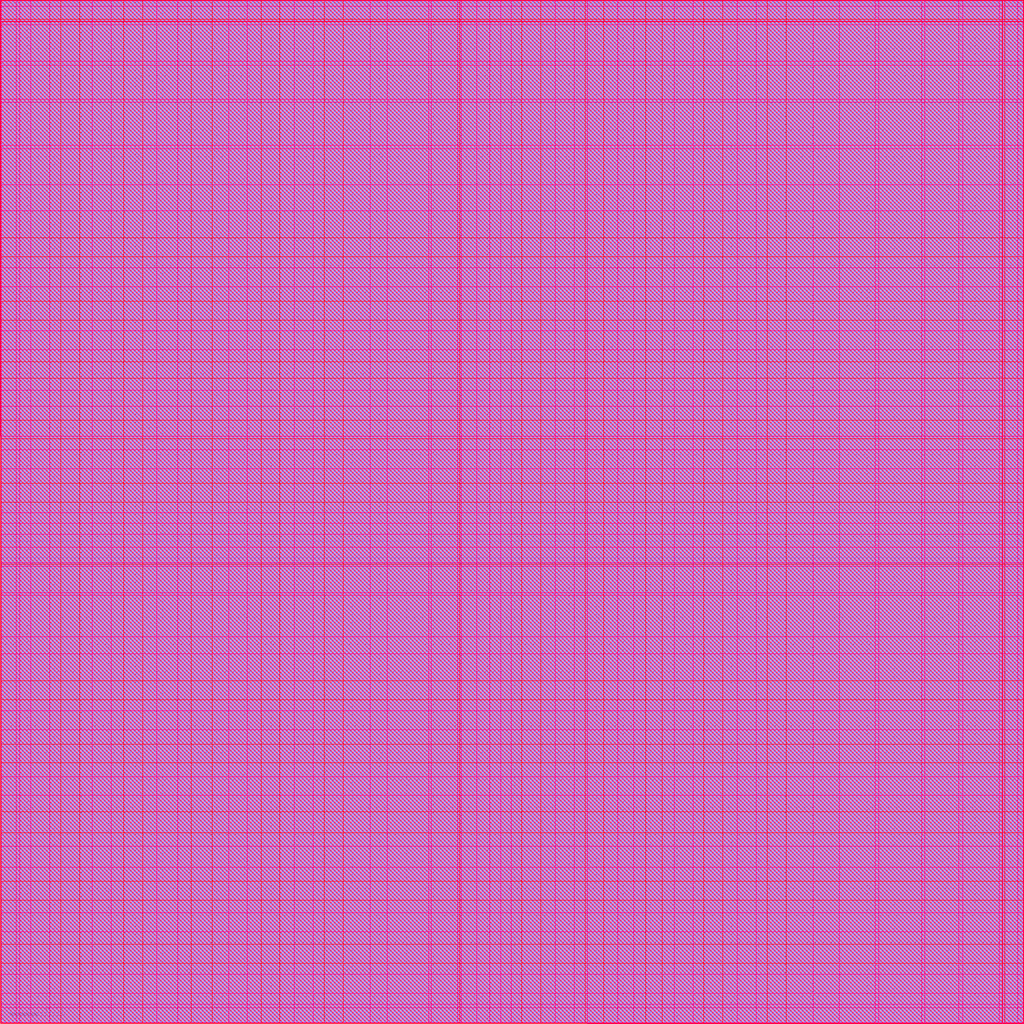
<source format=lef>

SITE  IOSite
    CLASS       PAD ;
    SYMMETRY    Y ;
    SIZE        0.005 BY 189.000 ;
END  IOSite

SITE  CornerSite
    CLASS	PAD ;
    SYMMETRY	R90 Y ;
    SIZE	189.000 BY 189.000 ;
END  CornerSite

MACRO PSESDCLAMP
  CLASS  PAD ;
  FOREIGN PSESDCLAMP 0.000 0.000 ;
  ORIGIN 0.000 0.000 ;
  SIZE 72.000 BY 189.000 ;
  SYMMETRY R90  ;
  SITE IOSite ;
  OBS 
      LAYER M4 ;
        RECT 0.445 71.440 0.700 78.100 ;
        RECT 0.445 63.270 0.700 68.270 ;
        RECT 0.445 51.630 0.700 59.770 ;
        RECT 0.445 39.130 0.700 48.130 ;
        RECT 0.445 26.270 0.700 35.270 ;
        RECT 0.445 14.630 0.700 22.770 ;
        RECT 0.445 3.610 0.700 11.130 ;
        RECT 0.445 0.040 1.275 0.700 ;
        RECT 0.445 0.040 0.700 2.960 ;
        RECT 4.835 0.090 4.845 0.700 ;
        RECT 4.845 0.100 4.855 0.700 ;
        RECT 4.855 0.110 4.865 0.700 ;
        RECT 4.865 0.120 4.875 0.700 ;
        RECT 4.875 0.130 4.885 0.700 ;
        RECT 4.885 0.140 4.895 0.700 ;
        RECT 4.895 0.150 4.905 0.700 ;
        RECT 4.905 0.160 4.915 0.700 ;
        RECT 4.915 0.170 4.925 0.700 ;
        RECT 4.925 0.180 4.935 0.700 ;
        RECT 4.935 0.190 4.945 0.700 ;
        RECT 4.945 0.200 4.955 0.700 ;
        RECT 4.955 0.210 4.965 0.700 ;
        RECT 4.965 0.220 4.975 0.700 ;
        RECT 4.975 0.230 4.985 0.700 ;
        RECT 4.985 0.240 4.995 0.700 ;
        RECT 4.995 0.250 5.005 0.700 ;
        RECT 5.005 0.260 5.015 0.700 ;
        RECT 5.015 0.270 5.025 0.700 ;
        RECT 5.025 0.280 5.035 0.700 ;
        RECT 5.035 0.290 5.045 0.700 ;
        RECT 5.045 0.300 5.055 0.700 ;
        RECT 5.055 0.310 5.065 0.700 ;
        RECT 5.065 0.320 5.075 0.700 ;
        RECT 5.075 0.330 5.085 0.700 ;
        RECT 5.085 0.340 5.095 0.700 ;
        RECT 5.095 0.350 5.105 0.700 ;
        RECT 5.105 0.360 5.115 0.700 ;
        RECT 5.115 0.370 5.125 0.700 ;
        RECT 5.125 0.380 5.135 0.700 ;
        RECT 5.135 0.390 5.145 0.700 ;
        RECT 5.145 0.400 5.155 0.700 ;
        RECT 5.155 0.410 5.165 0.700 ;
        RECT 5.165 0.420 5.175 0.700 ;
        RECT 5.175 0.430 5.185 0.700 ;
        RECT 5.185 0.440 5.195 0.700 ;
        RECT 5.195 0.450 5.205 0.700 ;
        RECT 5.205 0.460 5.215 0.700 ;
        RECT 5.215 0.470 5.225 0.700 ;
        RECT 5.225 0.480 5.235 0.700 ;
        RECT 5.235 0.490 5.245 0.700 ;
        RECT 5.245 0.500 5.255 0.700 ;
        RECT 5.255 0.510 5.265 0.700 ;
        RECT 5.265 0.520 5.275 0.700 ;
        RECT 5.275 0.530 5.285 0.700 ;
        RECT 5.285 0.540 5.295 0.700 ;
        RECT 5.295 0.550 5.305 0.700 ;
        RECT 5.305 0.560 5.315 0.700 ;
        RECT 5.315 0.570 5.325 0.700 ;
        RECT 2.475 0.570 2.485 0.700 ;
        RECT 2.485 0.560 2.495 0.700 ;
        RECT 2.495 0.550 2.505 0.700 ;
        RECT 2.505 0.540 2.515 0.700 ;
        RECT 2.515 0.530 2.525 0.700 ;
        RECT 2.525 0.520 2.535 0.700 ;
        RECT 2.535 0.510 2.545 0.700 ;
        RECT 2.545 0.500 2.555 0.700 ;
        RECT 2.555 0.490 2.565 0.700 ;
        RECT 2.565 0.480 2.575 0.700 ;
        RECT 2.575 0.470 2.585 0.700 ;
        RECT 2.585 0.460 2.595 0.700 ;
        RECT 2.595 0.450 2.605 0.700 ;
        RECT 2.605 0.440 2.615 0.700 ;
        RECT 2.615 0.430 2.625 0.700 ;
        RECT 2.625 0.420 2.635 0.700 ;
        RECT 2.635 0.410 2.645 0.700 ;
        RECT 2.645 0.400 2.655 0.700 ;
        RECT 2.655 0.390 2.665 0.700 ;
        RECT 2.665 0.380 2.675 0.700 ;
        RECT 2.675 0.370 2.685 0.700 ;
        RECT 2.685 0.360 2.695 0.700 ;
        RECT 2.695 0.350 2.705 0.700 ;
        RECT 2.705 0.340 2.715 0.700 ;
        RECT 2.715 0.330 2.725 0.700 ;
        RECT 2.725 0.320 2.735 0.700 ;
        RECT 2.735 0.310 2.745 0.700 ;
        RECT 2.745 0.300 2.755 0.700 ;
        RECT 2.755 0.290 2.765 0.700 ;
        RECT 2.765 0.280 2.775 0.700 ;
        RECT 2.775 0.270 2.785 0.700 ;
        RECT 2.785 0.260 2.795 0.700 ;
        RECT 2.795 0.250 2.805 0.700 ;
        RECT 2.805 0.240 2.815 0.700 ;
        RECT 2.815 0.230 2.825 0.700 ;
        RECT 2.825 0.220 2.835 0.700 ;
        RECT 2.835 0.210 2.845 0.700 ;
        RECT 2.845 0.200 2.855 0.700 ;
        RECT 2.855 0.190 2.865 0.700 ;
        RECT 2.865 0.180 2.875 0.700 ;
        RECT 2.875 0.170 2.885 0.700 ;
        RECT 2.885 0.160 2.895 0.700 ;
        RECT 2.895 0.150 2.905 0.700 ;
        RECT 2.905 0.140 2.915 0.700 ;
        RECT 2.915 0.130 2.925 0.700 ;
        RECT 2.925 0.120 2.935 0.700 ;
        RECT 2.935 0.110 2.945 0.700 ;
        RECT 2.945 0.100 2.955 0.700 ;
        RECT 2.955 0.090 2.965 0.700 ;
        RECT 2.965 0.080 4.835 0.700 ;
        RECT 11.255 0.090 11.265 0.700 ;
        RECT 11.265 0.100 11.275 0.700 ;
        RECT 11.275 0.110 11.285 0.700 ;
        RECT 11.285 0.120 11.295 0.700 ;
        RECT 11.295 0.130 11.305 0.700 ;
        RECT 11.305 0.140 11.315 0.700 ;
        RECT 11.315 0.150 11.325 0.700 ;
        RECT 11.325 0.160 11.335 0.700 ;
        RECT 11.335 0.170 11.345 0.700 ;
        RECT 11.345 0.180 11.355 0.700 ;
        RECT 11.355 0.190 11.365 0.700 ;
        RECT 11.365 0.200 11.375 0.700 ;
        RECT 11.375 0.210 11.385 0.700 ;
        RECT 11.385 0.220 11.395 0.700 ;
        RECT 11.395 0.230 11.405 0.700 ;
        RECT 11.405 0.240 11.415 0.700 ;
        RECT 11.415 0.250 11.425 0.700 ;
        RECT 11.425 0.260 11.435 0.700 ;
        RECT 11.435 0.270 11.445 0.700 ;
        RECT 11.445 0.280 11.455 0.700 ;
        RECT 11.455 0.290 11.465 0.700 ;
        RECT 11.465 0.300 11.475 0.700 ;
        RECT 11.475 0.310 11.485 0.700 ;
        RECT 11.485 0.320 11.495 0.700 ;
        RECT 11.495 0.330 11.505 0.700 ;
        RECT 11.505 0.340 11.515 0.700 ;
        RECT 11.515 0.350 11.525 0.700 ;
        RECT 11.525 0.360 11.535 0.700 ;
        RECT 11.535 0.370 11.545 0.700 ;
        RECT 11.545 0.380 11.555 0.700 ;
        RECT 11.555 0.390 11.565 0.700 ;
        RECT 11.565 0.400 11.575 0.700 ;
        RECT 11.575 0.410 11.585 0.700 ;
        RECT 11.585 0.420 11.595 0.700 ;
        RECT 11.595 0.430 11.605 0.700 ;
        RECT 11.605 0.440 11.615 0.700 ;
        RECT 11.615 0.450 11.625 0.700 ;
        RECT 11.625 0.460 11.635 0.700 ;
        RECT 11.635 0.470 11.645 0.700 ;
        RECT 11.645 0.480 11.655 0.700 ;
        RECT 11.655 0.490 11.665 0.700 ;
        RECT 11.665 0.500 11.675 0.700 ;
        RECT 11.675 0.510 11.685 0.700 ;
        RECT 11.685 0.520 11.695 0.700 ;
        RECT 11.695 0.530 11.705 0.700 ;
        RECT 11.705 0.540 11.715 0.700 ;
        RECT 11.715 0.550 11.725 0.700 ;
        RECT 11.725 0.560 11.735 0.700 ;
        RECT 11.735 0.570 11.745 0.700 ;
        RECT 8.895 0.570 8.905 0.700 ;
        RECT 8.905 0.560 8.915 0.700 ;
        RECT 8.915 0.550 8.925 0.700 ;
        RECT 8.925 0.540 8.935 0.700 ;
        RECT 8.935 0.530 8.945 0.700 ;
        RECT 8.945 0.520 8.955 0.700 ;
        RECT 8.955 0.510 8.965 0.700 ;
        RECT 8.965 0.500 8.975 0.700 ;
        RECT 8.975 0.490 8.985 0.700 ;
        RECT 8.985 0.480 8.995 0.700 ;
        RECT 8.995 0.470 9.005 0.700 ;
        RECT 9.005 0.460 9.015 0.700 ;
        RECT 9.015 0.450 9.025 0.700 ;
        RECT 9.025 0.440 9.035 0.700 ;
        RECT 9.035 0.430 9.045 0.700 ;
        RECT 9.045 0.420 9.055 0.700 ;
        RECT 9.055 0.410 9.065 0.700 ;
        RECT 9.065 0.400 9.075 0.700 ;
        RECT 9.075 0.390 9.085 0.700 ;
        RECT 9.085 0.380 9.095 0.700 ;
        RECT 9.095 0.370 9.105 0.700 ;
        RECT 9.105 0.360 9.115 0.700 ;
        RECT 9.115 0.350 9.125 0.700 ;
        RECT 9.125 0.340 9.135 0.700 ;
        RECT 9.135 0.330 9.145 0.700 ;
        RECT 9.145 0.320 9.155 0.700 ;
        RECT 9.155 0.310 9.165 0.700 ;
        RECT 9.165 0.300 9.175 0.700 ;
        RECT 9.175 0.290 9.185 0.700 ;
        RECT 9.185 0.280 9.195 0.700 ;
        RECT 9.195 0.270 9.205 0.700 ;
        RECT 9.205 0.260 9.215 0.700 ;
        RECT 9.215 0.250 9.225 0.700 ;
        RECT 9.225 0.240 9.235 0.700 ;
        RECT 9.235 0.230 9.245 0.700 ;
        RECT 9.245 0.220 9.255 0.700 ;
        RECT 9.255 0.210 9.265 0.700 ;
        RECT 9.265 0.200 9.275 0.700 ;
        RECT 9.275 0.190 9.285 0.700 ;
        RECT 9.285 0.180 9.295 0.700 ;
        RECT 9.295 0.170 9.305 0.700 ;
        RECT 9.305 0.160 9.315 0.700 ;
        RECT 9.315 0.150 9.325 0.700 ;
        RECT 9.325 0.140 9.335 0.700 ;
        RECT 9.335 0.130 9.345 0.700 ;
        RECT 9.345 0.120 9.355 0.700 ;
        RECT 9.355 0.110 9.365 0.700 ;
        RECT 9.365 0.100 9.375 0.700 ;
        RECT 9.375 0.090 9.385 0.700 ;
        RECT 9.385 0.080 11.255 0.700 ;
        RECT 17.675 0.090 17.685 0.700 ;
        RECT 17.685 0.100 17.695 0.700 ;
        RECT 17.695 0.110 17.705 0.700 ;
        RECT 17.705 0.120 17.715 0.700 ;
        RECT 17.715 0.130 17.725 0.700 ;
        RECT 17.725 0.140 17.735 0.700 ;
        RECT 17.735 0.150 17.745 0.700 ;
        RECT 17.745 0.160 17.755 0.700 ;
        RECT 17.755 0.170 17.765 0.700 ;
        RECT 17.765 0.180 17.775 0.700 ;
        RECT 17.775 0.190 17.785 0.700 ;
        RECT 17.785 0.200 17.795 0.700 ;
        RECT 17.795 0.210 17.805 0.700 ;
        RECT 17.805 0.220 17.815 0.700 ;
        RECT 17.815 0.230 17.825 0.700 ;
        RECT 17.825 0.240 17.835 0.700 ;
        RECT 17.835 0.250 17.845 0.700 ;
        RECT 17.845 0.260 17.855 0.700 ;
        RECT 17.855 0.270 17.865 0.700 ;
        RECT 17.865 0.280 17.875 0.700 ;
        RECT 17.875 0.290 17.885 0.700 ;
        RECT 17.885 0.300 17.895 0.700 ;
        RECT 17.895 0.310 17.905 0.700 ;
        RECT 17.905 0.320 17.915 0.700 ;
        RECT 17.915 0.330 17.925 0.700 ;
        RECT 17.925 0.340 17.935 0.700 ;
        RECT 17.935 0.350 17.945 0.700 ;
        RECT 17.945 0.360 17.955 0.700 ;
        RECT 17.955 0.370 17.965 0.700 ;
        RECT 17.965 0.380 17.975 0.700 ;
        RECT 17.975 0.390 17.985 0.700 ;
        RECT 17.985 0.400 17.995 0.700 ;
        RECT 17.995 0.410 18.005 0.700 ;
        RECT 18.005 0.420 18.015 0.700 ;
        RECT 18.015 0.430 18.025 0.700 ;
        RECT 18.025 0.440 18.035 0.700 ;
        RECT 18.035 0.450 18.045 0.700 ;
        RECT 18.045 0.460 18.055 0.700 ;
        RECT 18.055 0.470 18.065 0.700 ;
        RECT 18.065 0.480 18.075 0.700 ;
        RECT 18.075 0.490 18.085 0.700 ;
        RECT 18.085 0.500 18.095 0.700 ;
        RECT 18.095 0.510 18.105 0.700 ;
        RECT 18.105 0.520 18.115 0.700 ;
        RECT 18.115 0.530 18.125 0.700 ;
        RECT 18.125 0.540 18.135 0.700 ;
        RECT 18.135 0.550 18.145 0.700 ;
        RECT 18.145 0.560 18.155 0.700 ;
        RECT 18.155 0.570 18.165 0.700 ;
        RECT 15.315 0.570 15.325 0.700 ;
        RECT 15.325 0.560 15.335 0.700 ;
        RECT 15.335 0.550 15.345 0.700 ;
        RECT 15.345 0.540 15.355 0.700 ;
        RECT 15.355 0.530 15.365 0.700 ;
        RECT 15.365 0.520 15.375 0.700 ;
        RECT 15.375 0.510 15.385 0.700 ;
        RECT 15.385 0.500 15.395 0.700 ;
        RECT 15.395 0.490 15.405 0.700 ;
        RECT 15.405 0.480 15.415 0.700 ;
        RECT 15.415 0.470 15.425 0.700 ;
        RECT 15.425 0.460 15.435 0.700 ;
        RECT 15.435 0.450 15.445 0.700 ;
        RECT 15.445 0.440 15.455 0.700 ;
        RECT 15.455 0.430 15.465 0.700 ;
        RECT 15.465 0.420 15.475 0.700 ;
        RECT 15.475 0.410 15.485 0.700 ;
        RECT 15.485 0.400 15.495 0.700 ;
        RECT 15.495 0.390 15.505 0.700 ;
        RECT 15.505 0.380 15.515 0.700 ;
        RECT 15.515 0.370 15.525 0.700 ;
        RECT 15.525 0.360 15.535 0.700 ;
        RECT 15.535 0.350 15.545 0.700 ;
        RECT 15.545 0.340 15.555 0.700 ;
        RECT 15.555 0.330 15.565 0.700 ;
        RECT 15.565 0.320 15.575 0.700 ;
        RECT 15.575 0.310 15.585 0.700 ;
        RECT 15.585 0.300 15.595 0.700 ;
        RECT 15.595 0.290 15.605 0.700 ;
        RECT 15.605 0.280 15.615 0.700 ;
        RECT 15.615 0.270 15.625 0.700 ;
        RECT 15.625 0.260 15.635 0.700 ;
        RECT 15.635 0.250 15.645 0.700 ;
        RECT 15.645 0.240 15.655 0.700 ;
        RECT 15.655 0.230 15.665 0.700 ;
        RECT 15.665 0.220 15.675 0.700 ;
        RECT 15.675 0.210 15.685 0.700 ;
        RECT 15.685 0.200 15.695 0.700 ;
        RECT 15.695 0.190 15.705 0.700 ;
        RECT 15.705 0.180 15.715 0.700 ;
        RECT 15.715 0.170 15.725 0.700 ;
        RECT 15.725 0.160 15.735 0.700 ;
        RECT 15.735 0.150 15.745 0.700 ;
        RECT 15.745 0.140 15.755 0.700 ;
        RECT 15.755 0.130 15.765 0.700 ;
        RECT 15.765 0.120 15.775 0.700 ;
        RECT 15.775 0.110 15.785 0.700 ;
        RECT 15.785 0.100 15.795 0.700 ;
        RECT 15.795 0.090 15.805 0.700 ;
        RECT 15.805 0.080 17.675 0.700 ;
        RECT 24.095 0.090 24.105 0.700 ;
        RECT 24.105 0.100 24.115 0.700 ;
        RECT 24.115 0.110 24.125 0.700 ;
        RECT 24.125 0.120 24.135 0.700 ;
        RECT 24.135 0.130 24.145 0.700 ;
        RECT 24.145 0.140 24.155 0.700 ;
        RECT 24.155 0.150 24.165 0.700 ;
        RECT 24.165 0.160 24.175 0.700 ;
        RECT 24.175 0.170 24.185 0.700 ;
        RECT 24.185 0.180 24.195 0.700 ;
        RECT 24.195 0.190 24.205 0.700 ;
        RECT 24.205 0.200 24.215 0.700 ;
        RECT 24.215 0.210 24.225 0.700 ;
        RECT 24.225 0.220 24.235 0.700 ;
        RECT 24.235 0.230 24.245 0.700 ;
        RECT 24.245 0.240 24.255 0.700 ;
        RECT 24.255 0.250 24.265 0.700 ;
        RECT 24.265 0.260 24.275 0.700 ;
        RECT 24.275 0.270 24.285 0.700 ;
        RECT 24.285 0.280 24.295 0.700 ;
        RECT 24.295 0.290 24.305 0.700 ;
        RECT 24.305 0.300 24.315 0.700 ;
        RECT 24.315 0.310 24.325 0.700 ;
        RECT 24.325 0.320 24.335 0.700 ;
        RECT 24.335 0.330 24.345 0.700 ;
        RECT 24.345 0.340 24.355 0.700 ;
        RECT 24.355 0.350 24.365 0.700 ;
        RECT 24.365 0.360 24.375 0.700 ;
        RECT 24.375 0.370 24.385 0.700 ;
        RECT 24.385 0.380 24.395 0.700 ;
        RECT 24.395 0.390 24.405 0.700 ;
        RECT 24.405 0.400 24.415 0.700 ;
        RECT 24.415 0.410 24.425 0.700 ;
        RECT 24.425 0.420 24.435 0.700 ;
        RECT 24.435 0.430 24.445 0.700 ;
        RECT 24.445 0.440 24.455 0.700 ;
        RECT 24.455 0.450 24.465 0.700 ;
        RECT 24.465 0.460 24.475 0.700 ;
        RECT 24.475 0.470 24.485 0.700 ;
        RECT 24.485 0.480 24.495 0.700 ;
        RECT 24.495 0.490 24.505 0.700 ;
        RECT 24.505 0.500 24.515 0.700 ;
        RECT 24.515 0.510 24.525 0.700 ;
        RECT 24.525 0.520 24.535 0.700 ;
        RECT 24.535 0.530 24.545 0.700 ;
        RECT 24.545 0.540 24.555 0.700 ;
        RECT 24.555 0.550 24.565 0.700 ;
        RECT 24.565 0.560 24.575 0.700 ;
        RECT 24.575 0.570 24.585 0.700 ;
        RECT 21.735 0.570 21.745 0.700 ;
        RECT 21.745 0.560 21.755 0.700 ;
        RECT 21.755 0.550 21.765 0.700 ;
        RECT 21.765 0.540 21.775 0.700 ;
        RECT 21.775 0.530 21.785 0.700 ;
        RECT 21.785 0.520 21.795 0.700 ;
        RECT 21.795 0.510 21.805 0.700 ;
        RECT 21.805 0.500 21.815 0.700 ;
        RECT 21.815 0.490 21.825 0.700 ;
        RECT 21.825 0.480 21.835 0.700 ;
        RECT 21.835 0.470 21.845 0.700 ;
        RECT 21.845 0.460 21.855 0.700 ;
        RECT 21.855 0.450 21.865 0.700 ;
        RECT 21.865 0.440 21.875 0.700 ;
        RECT 21.875 0.430 21.885 0.700 ;
        RECT 21.885 0.420 21.895 0.700 ;
        RECT 21.895 0.410 21.905 0.700 ;
        RECT 21.905 0.400 21.915 0.700 ;
        RECT 21.915 0.390 21.925 0.700 ;
        RECT 21.925 0.380 21.935 0.700 ;
        RECT 21.935 0.370 21.945 0.700 ;
        RECT 21.945 0.360 21.955 0.700 ;
        RECT 21.955 0.350 21.965 0.700 ;
        RECT 21.965 0.340 21.975 0.700 ;
        RECT 21.975 0.330 21.985 0.700 ;
        RECT 21.985 0.320 21.995 0.700 ;
        RECT 21.995 0.310 22.005 0.700 ;
        RECT 22.005 0.300 22.015 0.700 ;
        RECT 22.015 0.290 22.025 0.700 ;
        RECT 22.025 0.280 22.035 0.700 ;
        RECT 22.035 0.270 22.045 0.700 ;
        RECT 22.045 0.260 22.055 0.700 ;
        RECT 22.055 0.250 22.065 0.700 ;
        RECT 22.065 0.240 22.075 0.700 ;
        RECT 22.075 0.230 22.085 0.700 ;
        RECT 22.085 0.220 22.095 0.700 ;
        RECT 22.095 0.210 22.105 0.700 ;
        RECT 22.105 0.200 22.115 0.700 ;
        RECT 22.115 0.190 22.125 0.700 ;
        RECT 22.125 0.180 22.135 0.700 ;
        RECT 22.135 0.170 22.145 0.700 ;
        RECT 22.145 0.160 22.155 0.700 ;
        RECT 22.155 0.150 22.165 0.700 ;
        RECT 22.165 0.140 22.175 0.700 ;
        RECT 22.175 0.130 22.185 0.700 ;
        RECT 22.185 0.120 22.195 0.700 ;
        RECT 22.195 0.110 22.205 0.700 ;
        RECT 22.205 0.100 22.215 0.700 ;
        RECT 22.215 0.090 22.225 0.700 ;
        RECT 22.225 0.080 24.095 0.700 ;
        RECT 30.515 0.090 30.525 0.700 ;
        RECT 30.525 0.100 30.535 0.700 ;
        RECT 30.535 0.110 30.545 0.700 ;
        RECT 30.545 0.120 30.555 0.700 ;
        RECT 30.555 0.130 30.565 0.700 ;
        RECT 30.565 0.140 30.575 0.700 ;
        RECT 30.575 0.150 30.585 0.700 ;
        RECT 30.585 0.160 30.595 0.700 ;
        RECT 30.595 0.170 30.605 0.700 ;
        RECT 30.605 0.180 30.615 0.700 ;
        RECT 30.615 0.190 30.625 0.700 ;
        RECT 30.625 0.200 30.635 0.700 ;
        RECT 30.635 0.210 30.645 0.700 ;
        RECT 30.645 0.220 30.655 0.700 ;
        RECT 30.655 0.230 30.665 0.700 ;
        RECT 30.665 0.240 30.675 0.700 ;
        RECT 30.675 0.250 30.685 0.700 ;
        RECT 30.685 0.260 30.695 0.700 ;
        RECT 30.695 0.270 30.705 0.700 ;
        RECT 30.705 0.280 30.715 0.700 ;
        RECT 30.715 0.290 30.725 0.700 ;
        RECT 30.725 0.300 30.735 0.700 ;
        RECT 30.735 0.310 30.745 0.700 ;
        RECT 30.745 0.320 30.755 0.700 ;
        RECT 30.755 0.330 30.765 0.700 ;
        RECT 30.765 0.340 30.775 0.700 ;
        RECT 30.775 0.350 30.785 0.700 ;
        RECT 30.785 0.360 30.795 0.700 ;
        RECT 30.795 0.370 30.805 0.700 ;
        RECT 30.805 0.380 30.815 0.700 ;
        RECT 30.815 0.390 30.825 0.700 ;
        RECT 30.825 0.400 30.835 0.700 ;
        RECT 30.835 0.410 30.845 0.700 ;
        RECT 30.845 0.420 30.855 0.700 ;
        RECT 30.855 0.430 30.865 0.700 ;
        RECT 30.865 0.440 30.875 0.700 ;
        RECT 30.875 0.450 30.885 0.700 ;
        RECT 30.885 0.460 30.895 0.700 ;
        RECT 30.895 0.470 30.905 0.700 ;
        RECT 30.905 0.480 30.915 0.700 ;
        RECT 30.915 0.490 30.925 0.700 ;
        RECT 30.925 0.500 30.935 0.700 ;
        RECT 30.935 0.510 30.945 0.700 ;
        RECT 30.945 0.520 30.955 0.700 ;
        RECT 30.955 0.530 30.965 0.700 ;
        RECT 30.965 0.540 30.975 0.700 ;
        RECT 30.975 0.550 30.985 0.700 ;
        RECT 30.985 0.560 30.995 0.700 ;
        RECT 30.995 0.570 31.005 0.700 ;
        RECT 28.155 0.570 28.165 0.700 ;
        RECT 28.165 0.560 28.175 0.700 ;
        RECT 28.175 0.550 28.185 0.700 ;
        RECT 28.185 0.540 28.195 0.700 ;
        RECT 28.195 0.530 28.205 0.700 ;
        RECT 28.205 0.520 28.215 0.700 ;
        RECT 28.215 0.510 28.225 0.700 ;
        RECT 28.225 0.500 28.235 0.700 ;
        RECT 28.235 0.490 28.245 0.700 ;
        RECT 28.245 0.480 28.255 0.700 ;
        RECT 28.255 0.470 28.265 0.700 ;
        RECT 28.265 0.460 28.275 0.700 ;
        RECT 28.275 0.450 28.285 0.700 ;
        RECT 28.285 0.440 28.295 0.700 ;
        RECT 28.295 0.430 28.305 0.700 ;
        RECT 28.305 0.420 28.315 0.700 ;
        RECT 28.315 0.410 28.325 0.700 ;
        RECT 28.325 0.400 28.335 0.700 ;
        RECT 28.335 0.390 28.345 0.700 ;
        RECT 28.345 0.380 28.355 0.700 ;
        RECT 28.355 0.370 28.365 0.700 ;
        RECT 28.365 0.360 28.375 0.700 ;
        RECT 28.375 0.350 28.385 0.700 ;
        RECT 28.385 0.340 28.395 0.700 ;
        RECT 28.395 0.330 28.405 0.700 ;
        RECT 28.405 0.320 28.415 0.700 ;
        RECT 28.415 0.310 28.425 0.700 ;
        RECT 28.425 0.300 28.435 0.700 ;
        RECT 28.435 0.290 28.445 0.700 ;
        RECT 28.445 0.280 28.455 0.700 ;
        RECT 28.455 0.270 28.465 0.700 ;
        RECT 28.465 0.260 28.475 0.700 ;
        RECT 28.475 0.250 28.485 0.700 ;
        RECT 28.485 0.240 28.495 0.700 ;
        RECT 28.495 0.230 28.505 0.700 ;
        RECT 28.505 0.220 28.515 0.700 ;
        RECT 28.515 0.210 28.525 0.700 ;
        RECT 28.525 0.200 28.535 0.700 ;
        RECT 28.535 0.190 28.545 0.700 ;
        RECT 28.545 0.180 28.555 0.700 ;
        RECT 28.555 0.170 28.565 0.700 ;
        RECT 28.565 0.160 28.575 0.700 ;
        RECT 28.575 0.150 28.585 0.700 ;
        RECT 28.585 0.140 28.595 0.700 ;
        RECT 28.595 0.130 28.605 0.700 ;
        RECT 28.605 0.120 28.615 0.700 ;
        RECT 28.615 0.110 28.625 0.700 ;
        RECT 28.625 0.100 28.635 0.700 ;
        RECT 28.635 0.090 28.645 0.700 ;
        RECT 28.645 0.080 30.515 0.700 ;
        RECT 36.935 0.090 36.945 0.700 ;
        RECT 36.945 0.100 36.955 0.700 ;
        RECT 36.955 0.110 36.965 0.700 ;
        RECT 36.965 0.120 36.975 0.700 ;
        RECT 36.975 0.130 36.985 0.700 ;
        RECT 36.985 0.140 36.995 0.700 ;
        RECT 36.995 0.150 37.005 0.700 ;
        RECT 37.005 0.160 37.015 0.700 ;
        RECT 37.015 0.170 37.025 0.700 ;
        RECT 37.025 0.180 37.035 0.700 ;
        RECT 37.035 0.190 37.045 0.700 ;
        RECT 37.045 0.200 37.055 0.700 ;
        RECT 37.055 0.210 37.065 0.700 ;
        RECT 37.065 0.220 37.075 0.700 ;
        RECT 37.075 0.230 37.085 0.700 ;
        RECT 37.085 0.240 37.095 0.700 ;
        RECT 37.095 0.250 37.105 0.700 ;
        RECT 37.105 0.260 37.115 0.700 ;
        RECT 37.115 0.270 37.125 0.700 ;
        RECT 37.125 0.280 37.135 0.700 ;
        RECT 37.135 0.290 37.145 0.700 ;
        RECT 37.145 0.300 37.155 0.700 ;
        RECT 37.155 0.310 37.165 0.700 ;
        RECT 37.165 0.320 37.175 0.700 ;
        RECT 37.175 0.330 37.185 0.700 ;
        RECT 37.185 0.340 37.195 0.700 ;
        RECT 37.195 0.350 37.205 0.700 ;
        RECT 37.205 0.360 37.215 0.700 ;
        RECT 37.215 0.370 37.225 0.700 ;
        RECT 37.225 0.380 37.235 0.700 ;
        RECT 37.235 0.390 37.245 0.700 ;
        RECT 37.245 0.400 37.255 0.700 ;
        RECT 37.255 0.410 37.265 0.700 ;
        RECT 37.265 0.420 37.275 0.700 ;
        RECT 37.275 0.430 37.285 0.700 ;
        RECT 37.285 0.440 37.295 0.700 ;
        RECT 37.295 0.450 37.305 0.700 ;
        RECT 37.305 0.460 37.315 0.700 ;
        RECT 37.315 0.470 37.325 0.700 ;
        RECT 37.325 0.480 37.335 0.700 ;
        RECT 37.335 0.490 37.345 0.700 ;
        RECT 37.345 0.500 37.355 0.700 ;
        RECT 37.355 0.510 37.365 0.700 ;
        RECT 37.365 0.520 37.375 0.700 ;
        RECT 37.375 0.530 37.385 0.700 ;
        RECT 37.385 0.540 37.395 0.700 ;
        RECT 37.395 0.550 37.405 0.700 ;
        RECT 37.405 0.560 37.415 0.700 ;
        RECT 37.415 0.570 37.425 0.700 ;
        RECT 34.575 0.570 34.585 0.700 ;
        RECT 34.585 0.560 34.595 0.700 ;
        RECT 34.595 0.550 34.605 0.700 ;
        RECT 34.605 0.540 34.615 0.700 ;
        RECT 34.615 0.530 34.625 0.700 ;
        RECT 34.625 0.520 34.635 0.700 ;
        RECT 34.635 0.510 34.645 0.700 ;
        RECT 34.645 0.500 34.655 0.700 ;
        RECT 34.655 0.490 34.665 0.700 ;
        RECT 34.665 0.480 34.675 0.700 ;
        RECT 34.675 0.470 34.685 0.700 ;
        RECT 34.685 0.460 34.695 0.700 ;
        RECT 34.695 0.450 34.705 0.700 ;
        RECT 34.705 0.440 34.715 0.700 ;
        RECT 34.715 0.430 34.725 0.700 ;
        RECT 34.725 0.420 34.735 0.700 ;
        RECT 34.735 0.410 34.745 0.700 ;
        RECT 34.745 0.400 34.755 0.700 ;
        RECT 34.755 0.390 34.765 0.700 ;
        RECT 34.765 0.380 34.775 0.700 ;
        RECT 34.775 0.370 34.785 0.700 ;
        RECT 34.785 0.360 34.795 0.700 ;
        RECT 34.795 0.350 34.805 0.700 ;
        RECT 34.805 0.340 34.815 0.700 ;
        RECT 34.815 0.330 34.825 0.700 ;
        RECT 34.825 0.320 34.835 0.700 ;
        RECT 34.835 0.310 34.845 0.700 ;
        RECT 34.845 0.300 34.855 0.700 ;
        RECT 34.855 0.290 34.865 0.700 ;
        RECT 34.865 0.280 34.875 0.700 ;
        RECT 34.875 0.270 34.885 0.700 ;
        RECT 34.885 0.260 34.895 0.700 ;
        RECT 34.895 0.250 34.905 0.700 ;
        RECT 34.905 0.240 34.915 0.700 ;
        RECT 34.915 0.230 34.925 0.700 ;
        RECT 34.925 0.220 34.935 0.700 ;
        RECT 34.935 0.210 34.945 0.700 ;
        RECT 34.945 0.200 34.955 0.700 ;
        RECT 34.955 0.190 34.965 0.700 ;
        RECT 34.965 0.180 34.975 0.700 ;
        RECT 34.975 0.170 34.985 0.700 ;
        RECT 34.985 0.160 34.995 0.700 ;
        RECT 34.995 0.150 35.005 0.700 ;
        RECT 35.005 0.140 35.015 0.700 ;
        RECT 35.015 0.130 35.025 0.700 ;
        RECT 35.025 0.120 35.035 0.700 ;
        RECT 35.035 0.110 35.045 0.700 ;
        RECT 35.045 0.100 35.055 0.700 ;
        RECT 35.055 0.090 35.065 0.700 ;
        RECT 35.065 0.080 36.935 0.700 ;
        RECT 43.355 0.090 43.365 0.700 ;
        RECT 43.365 0.100 43.375 0.700 ;
        RECT 43.375 0.110 43.385 0.700 ;
        RECT 43.385 0.120 43.395 0.700 ;
        RECT 43.395 0.130 43.405 0.700 ;
        RECT 43.405 0.140 43.415 0.700 ;
        RECT 43.415 0.150 43.425 0.700 ;
        RECT 43.425 0.160 43.435 0.700 ;
        RECT 43.435 0.170 43.445 0.700 ;
        RECT 43.445 0.180 43.455 0.700 ;
        RECT 43.455 0.190 43.465 0.700 ;
        RECT 43.465 0.200 43.475 0.700 ;
        RECT 43.475 0.210 43.485 0.700 ;
        RECT 43.485 0.220 43.495 0.700 ;
        RECT 43.495 0.230 43.505 0.700 ;
        RECT 43.505 0.240 43.515 0.700 ;
        RECT 43.515 0.250 43.525 0.700 ;
        RECT 43.525 0.260 43.535 0.700 ;
        RECT 43.535 0.270 43.545 0.700 ;
        RECT 43.545 0.280 43.555 0.700 ;
        RECT 43.555 0.290 43.565 0.700 ;
        RECT 43.565 0.300 43.575 0.700 ;
        RECT 43.575 0.310 43.585 0.700 ;
        RECT 43.585 0.320 43.595 0.700 ;
        RECT 43.595 0.330 43.605 0.700 ;
        RECT 43.605 0.340 43.615 0.700 ;
        RECT 43.615 0.350 43.625 0.700 ;
        RECT 43.625 0.360 43.635 0.700 ;
        RECT 43.635 0.370 43.645 0.700 ;
        RECT 43.645 0.380 43.655 0.700 ;
        RECT 43.655 0.390 43.665 0.700 ;
        RECT 43.665 0.400 43.675 0.700 ;
        RECT 43.675 0.410 43.685 0.700 ;
        RECT 43.685 0.420 43.695 0.700 ;
        RECT 43.695 0.430 43.705 0.700 ;
        RECT 43.705 0.440 43.715 0.700 ;
        RECT 43.715 0.450 43.725 0.700 ;
        RECT 43.725 0.460 43.735 0.700 ;
        RECT 43.735 0.470 43.745 0.700 ;
        RECT 43.745 0.480 43.755 0.700 ;
        RECT 43.755 0.490 43.765 0.700 ;
        RECT 43.765 0.500 43.775 0.700 ;
        RECT 43.775 0.510 43.785 0.700 ;
        RECT 43.785 0.520 43.795 0.700 ;
        RECT 43.795 0.530 43.805 0.700 ;
        RECT 43.805 0.540 43.815 0.700 ;
        RECT 43.815 0.550 43.825 0.700 ;
        RECT 43.825 0.560 43.835 0.700 ;
        RECT 43.835 0.570 43.845 0.700 ;
        RECT 40.995 0.570 41.005 0.700 ;
        RECT 41.005 0.560 41.015 0.700 ;
        RECT 41.015 0.550 41.025 0.700 ;
        RECT 41.025 0.540 41.035 0.700 ;
        RECT 41.035 0.530 41.045 0.700 ;
        RECT 41.045 0.520 41.055 0.700 ;
        RECT 41.055 0.510 41.065 0.700 ;
        RECT 41.065 0.500 41.075 0.700 ;
        RECT 41.075 0.490 41.085 0.700 ;
        RECT 41.085 0.480 41.095 0.700 ;
        RECT 41.095 0.470 41.105 0.700 ;
        RECT 41.105 0.460 41.115 0.700 ;
        RECT 41.115 0.450 41.125 0.700 ;
        RECT 41.125 0.440 41.135 0.700 ;
        RECT 41.135 0.430 41.145 0.700 ;
        RECT 41.145 0.420 41.155 0.700 ;
        RECT 41.155 0.410 41.165 0.700 ;
        RECT 41.165 0.400 41.175 0.700 ;
        RECT 41.175 0.390 41.185 0.700 ;
        RECT 41.185 0.380 41.195 0.700 ;
        RECT 41.195 0.370 41.205 0.700 ;
        RECT 41.205 0.360 41.215 0.700 ;
        RECT 41.215 0.350 41.225 0.700 ;
        RECT 41.225 0.340 41.235 0.700 ;
        RECT 41.235 0.330 41.245 0.700 ;
        RECT 41.245 0.320 41.255 0.700 ;
        RECT 41.255 0.310 41.265 0.700 ;
        RECT 41.265 0.300 41.275 0.700 ;
        RECT 41.275 0.290 41.285 0.700 ;
        RECT 41.285 0.280 41.295 0.700 ;
        RECT 41.295 0.270 41.305 0.700 ;
        RECT 41.305 0.260 41.315 0.700 ;
        RECT 41.315 0.250 41.325 0.700 ;
        RECT 41.325 0.240 41.335 0.700 ;
        RECT 41.335 0.230 41.345 0.700 ;
        RECT 41.345 0.220 41.355 0.700 ;
        RECT 41.355 0.210 41.365 0.700 ;
        RECT 41.365 0.200 41.375 0.700 ;
        RECT 41.375 0.190 41.385 0.700 ;
        RECT 41.385 0.180 41.395 0.700 ;
        RECT 41.395 0.170 41.405 0.700 ;
        RECT 41.405 0.160 41.415 0.700 ;
        RECT 41.415 0.150 41.425 0.700 ;
        RECT 41.425 0.140 41.435 0.700 ;
        RECT 41.435 0.130 41.445 0.700 ;
        RECT 41.445 0.120 41.455 0.700 ;
        RECT 41.455 0.110 41.465 0.700 ;
        RECT 41.465 0.100 41.475 0.700 ;
        RECT 41.475 0.090 41.485 0.700 ;
        RECT 41.485 0.080 43.355 0.700 ;
        RECT 49.775 0.090 49.785 0.700 ;
        RECT 49.785 0.100 49.795 0.700 ;
        RECT 49.795 0.110 49.805 0.700 ;
        RECT 49.805 0.120 49.815 0.700 ;
        RECT 49.815 0.130 49.825 0.700 ;
        RECT 49.825 0.140 49.835 0.700 ;
        RECT 49.835 0.150 49.845 0.700 ;
        RECT 49.845 0.160 49.855 0.700 ;
        RECT 49.855 0.170 49.865 0.700 ;
        RECT 49.865 0.180 49.875 0.700 ;
        RECT 49.875 0.190 49.885 0.700 ;
        RECT 49.885 0.200 49.895 0.700 ;
        RECT 49.895 0.210 49.905 0.700 ;
        RECT 49.905 0.220 49.915 0.700 ;
        RECT 49.915 0.230 49.925 0.700 ;
        RECT 49.925 0.240 49.935 0.700 ;
        RECT 49.935 0.250 49.945 0.700 ;
        RECT 49.945 0.260 49.955 0.700 ;
        RECT 49.955 0.270 49.965 0.700 ;
        RECT 49.965 0.280 49.975 0.700 ;
        RECT 49.975 0.290 49.985 0.700 ;
        RECT 49.985 0.300 49.995 0.700 ;
        RECT 49.995 0.310 50.005 0.700 ;
        RECT 50.005 0.320 50.015 0.700 ;
        RECT 50.015 0.330 50.025 0.700 ;
        RECT 50.025 0.340 50.035 0.700 ;
        RECT 50.035 0.350 50.045 0.700 ;
        RECT 50.045 0.360 50.055 0.700 ;
        RECT 50.055 0.370 50.065 0.700 ;
        RECT 50.065 0.380 50.075 0.700 ;
        RECT 50.075 0.390 50.085 0.700 ;
        RECT 50.085 0.400 50.095 0.700 ;
        RECT 50.095 0.410 50.105 0.700 ;
        RECT 50.105 0.420 50.115 0.700 ;
        RECT 50.115 0.430 50.125 0.700 ;
        RECT 50.125 0.440 50.135 0.700 ;
        RECT 50.135 0.450 50.145 0.700 ;
        RECT 50.145 0.460 50.155 0.700 ;
        RECT 50.155 0.470 50.165 0.700 ;
        RECT 50.165 0.480 50.175 0.700 ;
        RECT 50.175 0.490 50.185 0.700 ;
        RECT 50.185 0.500 50.195 0.700 ;
        RECT 50.195 0.510 50.205 0.700 ;
        RECT 50.205 0.520 50.215 0.700 ;
        RECT 50.215 0.530 50.225 0.700 ;
        RECT 50.225 0.540 50.235 0.700 ;
        RECT 50.235 0.550 50.245 0.700 ;
        RECT 50.245 0.560 50.255 0.700 ;
        RECT 50.255 0.570 50.265 0.700 ;
        RECT 47.415 0.570 47.425 0.700 ;
        RECT 47.425 0.560 47.435 0.700 ;
        RECT 47.435 0.550 47.445 0.700 ;
        RECT 47.445 0.540 47.455 0.700 ;
        RECT 47.455 0.530 47.465 0.700 ;
        RECT 47.465 0.520 47.475 0.700 ;
        RECT 47.475 0.510 47.485 0.700 ;
        RECT 47.485 0.500 47.495 0.700 ;
        RECT 47.495 0.490 47.505 0.700 ;
        RECT 47.505 0.480 47.515 0.700 ;
        RECT 47.515 0.470 47.525 0.700 ;
        RECT 47.525 0.460 47.535 0.700 ;
        RECT 47.535 0.450 47.545 0.700 ;
        RECT 47.545 0.440 47.555 0.700 ;
        RECT 47.555 0.430 47.565 0.700 ;
        RECT 47.565 0.420 47.575 0.700 ;
        RECT 47.575 0.410 47.585 0.700 ;
        RECT 47.585 0.400 47.595 0.700 ;
        RECT 47.595 0.390 47.605 0.700 ;
        RECT 47.605 0.380 47.615 0.700 ;
        RECT 47.615 0.370 47.625 0.700 ;
        RECT 47.625 0.360 47.635 0.700 ;
        RECT 47.635 0.350 47.645 0.700 ;
        RECT 47.645 0.340 47.655 0.700 ;
        RECT 47.655 0.330 47.665 0.700 ;
        RECT 47.665 0.320 47.675 0.700 ;
        RECT 47.675 0.310 47.685 0.700 ;
        RECT 47.685 0.300 47.695 0.700 ;
        RECT 47.695 0.290 47.705 0.700 ;
        RECT 47.705 0.280 47.715 0.700 ;
        RECT 47.715 0.270 47.725 0.700 ;
        RECT 47.725 0.260 47.735 0.700 ;
        RECT 47.735 0.250 47.745 0.700 ;
        RECT 47.745 0.240 47.755 0.700 ;
        RECT 47.755 0.230 47.765 0.700 ;
        RECT 47.765 0.220 47.775 0.700 ;
        RECT 47.775 0.210 47.785 0.700 ;
        RECT 47.785 0.200 47.795 0.700 ;
        RECT 47.795 0.190 47.805 0.700 ;
        RECT 47.805 0.180 47.815 0.700 ;
        RECT 47.815 0.170 47.825 0.700 ;
        RECT 47.825 0.160 47.835 0.700 ;
        RECT 47.835 0.150 47.845 0.700 ;
        RECT 47.845 0.140 47.855 0.700 ;
        RECT 47.855 0.130 47.865 0.700 ;
        RECT 47.865 0.120 47.875 0.700 ;
        RECT 47.875 0.110 47.885 0.700 ;
        RECT 47.885 0.100 47.895 0.700 ;
        RECT 47.895 0.090 47.905 0.700 ;
        RECT 47.905 0.080 49.775 0.700 ;
        RECT 56.195 0.090 56.205 0.700 ;
        RECT 56.205 0.100 56.215 0.700 ;
        RECT 56.215 0.110 56.225 0.700 ;
        RECT 56.225 0.120 56.235 0.700 ;
        RECT 56.235 0.130 56.245 0.700 ;
        RECT 56.245 0.140 56.255 0.700 ;
        RECT 56.255 0.150 56.265 0.700 ;
        RECT 56.265 0.160 56.275 0.700 ;
        RECT 56.275 0.170 56.285 0.700 ;
        RECT 56.285 0.180 56.295 0.700 ;
        RECT 56.295 0.190 56.305 0.700 ;
        RECT 56.305 0.200 56.315 0.700 ;
        RECT 56.315 0.210 56.325 0.700 ;
        RECT 56.325 0.220 56.335 0.700 ;
        RECT 56.335 0.230 56.345 0.700 ;
        RECT 56.345 0.240 56.355 0.700 ;
        RECT 56.355 0.250 56.365 0.700 ;
        RECT 56.365 0.260 56.375 0.700 ;
        RECT 56.375 0.270 56.385 0.700 ;
        RECT 56.385 0.280 56.395 0.700 ;
        RECT 56.395 0.290 56.405 0.700 ;
        RECT 56.405 0.300 56.415 0.700 ;
        RECT 56.415 0.310 56.425 0.700 ;
        RECT 56.425 0.320 56.435 0.700 ;
        RECT 56.435 0.330 56.445 0.700 ;
        RECT 56.445 0.340 56.455 0.700 ;
        RECT 56.455 0.350 56.465 0.700 ;
        RECT 56.465 0.360 56.475 0.700 ;
        RECT 56.475 0.370 56.485 0.700 ;
        RECT 56.485 0.380 56.495 0.700 ;
        RECT 56.495 0.390 56.505 0.700 ;
        RECT 56.505 0.400 56.515 0.700 ;
        RECT 56.515 0.410 56.525 0.700 ;
        RECT 56.525 0.420 56.535 0.700 ;
        RECT 56.535 0.430 56.545 0.700 ;
        RECT 56.545 0.440 56.555 0.700 ;
        RECT 56.555 0.450 56.565 0.700 ;
        RECT 56.565 0.460 56.575 0.700 ;
        RECT 56.575 0.470 56.585 0.700 ;
        RECT 56.585 0.480 56.595 0.700 ;
        RECT 56.595 0.490 56.605 0.700 ;
        RECT 56.605 0.500 56.615 0.700 ;
        RECT 56.615 0.510 56.625 0.700 ;
        RECT 56.625 0.520 56.635 0.700 ;
        RECT 56.635 0.530 56.645 0.700 ;
        RECT 56.645 0.540 56.655 0.700 ;
        RECT 56.655 0.550 56.665 0.700 ;
        RECT 56.665 0.560 56.675 0.700 ;
        RECT 56.675 0.570 56.685 0.700 ;
        RECT 53.835 0.570 53.845 0.700 ;
        RECT 53.845 0.560 53.855 0.700 ;
        RECT 53.855 0.550 53.865 0.700 ;
        RECT 53.865 0.540 53.875 0.700 ;
        RECT 53.875 0.530 53.885 0.700 ;
        RECT 53.885 0.520 53.895 0.700 ;
        RECT 53.895 0.510 53.905 0.700 ;
        RECT 53.905 0.500 53.915 0.700 ;
        RECT 53.915 0.490 53.925 0.700 ;
        RECT 53.925 0.480 53.935 0.700 ;
        RECT 53.935 0.470 53.945 0.700 ;
        RECT 53.945 0.460 53.955 0.700 ;
        RECT 53.955 0.450 53.965 0.700 ;
        RECT 53.965 0.440 53.975 0.700 ;
        RECT 53.975 0.430 53.985 0.700 ;
        RECT 53.985 0.420 53.995 0.700 ;
        RECT 53.995 0.410 54.005 0.700 ;
        RECT 54.005 0.400 54.015 0.700 ;
        RECT 54.015 0.390 54.025 0.700 ;
        RECT 54.025 0.380 54.035 0.700 ;
        RECT 54.035 0.370 54.045 0.700 ;
        RECT 54.045 0.360 54.055 0.700 ;
        RECT 54.055 0.350 54.065 0.700 ;
        RECT 54.065 0.340 54.075 0.700 ;
        RECT 54.075 0.330 54.085 0.700 ;
        RECT 54.085 0.320 54.095 0.700 ;
        RECT 54.095 0.310 54.105 0.700 ;
        RECT 54.105 0.300 54.115 0.700 ;
        RECT 54.115 0.290 54.125 0.700 ;
        RECT 54.125 0.280 54.135 0.700 ;
        RECT 54.135 0.270 54.145 0.700 ;
        RECT 54.145 0.260 54.155 0.700 ;
        RECT 54.155 0.250 54.165 0.700 ;
        RECT 54.165 0.240 54.175 0.700 ;
        RECT 54.175 0.230 54.185 0.700 ;
        RECT 54.185 0.220 54.195 0.700 ;
        RECT 54.195 0.210 54.205 0.700 ;
        RECT 54.205 0.200 54.215 0.700 ;
        RECT 54.215 0.190 54.225 0.700 ;
        RECT 54.225 0.180 54.235 0.700 ;
        RECT 54.235 0.170 54.245 0.700 ;
        RECT 54.245 0.160 54.255 0.700 ;
        RECT 54.255 0.150 54.265 0.700 ;
        RECT 54.265 0.140 54.275 0.700 ;
        RECT 54.275 0.130 54.285 0.700 ;
        RECT 54.285 0.120 54.295 0.700 ;
        RECT 54.295 0.110 54.305 0.700 ;
        RECT 54.305 0.100 54.315 0.700 ;
        RECT 54.315 0.090 54.325 0.700 ;
        RECT 54.325 0.080 56.195 0.700 ;
        RECT 62.615 0.090 62.625 0.700 ;
        RECT 62.625 0.100 62.635 0.700 ;
        RECT 62.635 0.110 62.645 0.700 ;
        RECT 62.645 0.120 62.655 0.700 ;
        RECT 62.655 0.130 62.665 0.700 ;
        RECT 62.665 0.140 62.675 0.700 ;
        RECT 62.675 0.150 62.685 0.700 ;
        RECT 62.685 0.160 62.695 0.700 ;
        RECT 62.695 0.170 62.705 0.700 ;
        RECT 62.705 0.180 62.715 0.700 ;
        RECT 62.715 0.190 62.725 0.700 ;
        RECT 62.725 0.200 62.735 0.700 ;
        RECT 62.735 0.210 62.745 0.700 ;
        RECT 62.745 0.220 62.755 0.700 ;
        RECT 62.755 0.230 62.765 0.700 ;
        RECT 62.765 0.240 62.775 0.700 ;
        RECT 62.775 0.250 62.785 0.700 ;
        RECT 62.785 0.260 62.795 0.700 ;
        RECT 62.795 0.270 62.805 0.700 ;
        RECT 62.805 0.280 62.815 0.700 ;
        RECT 62.815 0.290 62.825 0.700 ;
        RECT 62.825 0.300 62.835 0.700 ;
        RECT 62.835 0.310 62.845 0.700 ;
        RECT 62.845 0.320 62.855 0.700 ;
        RECT 62.855 0.330 62.865 0.700 ;
        RECT 62.865 0.340 62.875 0.700 ;
        RECT 62.875 0.350 62.885 0.700 ;
        RECT 62.885 0.360 62.895 0.700 ;
        RECT 62.895 0.370 62.905 0.700 ;
        RECT 62.905 0.380 62.915 0.700 ;
        RECT 62.915 0.390 62.925 0.700 ;
        RECT 62.925 0.400 62.935 0.700 ;
        RECT 62.935 0.410 62.945 0.700 ;
        RECT 62.945 0.420 62.955 0.700 ;
        RECT 62.955 0.430 62.965 0.700 ;
        RECT 62.965 0.440 62.975 0.700 ;
        RECT 62.975 0.450 62.985 0.700 ;
        RECT 62.985 0.460 62.995 0.700 ;
        RECT 62.995 0.470 63.005 0.700 ;
        RECT 63.005 0.480 63.015 0.700 ;
        RECT 63.015 0.490 63.025 0.700 ;
        RECT 63.025 0.500 63.035 0.700 ;
        RECT 63.035 0.510 63.045 0.700 ;
        RECT 63.045 0.520 63.055 0.700 ;
        RECT 63.055 0.530 63.065 0.700 ;
        RECT 63.065 0.540 63.075 0.700 ;
        RECT 63.075 0.550 63.085 0.700 ;
        RECT 63.085 0.560 63.095 0.700 ;
        RECT 63.095 0.570 63.105 0.700 ;
        RECT 60.255 0.570 60.265 0.700 ;
        RECT 60.265 0.560 60.275 0.700 ;
        RECT 60.275 0.550 60.285 0.700 ;
        RECT 60.285 0.540 60.295 0.700 ;
        RECT 60.295 0.530 60.305 0.700 ;
        RECT 60.305 0.520 60.315 0.700 ;
        RECT 60.315 0.510 60.325 0.700 ;
        RECT 60.325 0.500 60.335 0.700 ;
        RECT 60.335 0.490 60.345 0.700 ;
        RECT 60.345 0.480 60.355 0.700 ;
        RECT 60.355 0.470 60.365 0.700 ;
        RECT 60.365 0.460 60.375 0.700 ;
        RECT 60.375 0.450 60.385 0.700 ;
        RECT 60.385 0.440 60.395 0.700 ;
        RECT 60.395 0.430 60.405 0.700 ;
        RECT 60.405 0.420 60.415 0.700 ;
        RECT 60.415 0.410 60.425 0.700 ;
        RECT 60.425 0.400 60.435 0.700 ;
        RECT 60.435 0.390 60.445 0.700 ;
        RECT 60.445 0.380 60.455 0.700 ;
        RECT 60.455 0.370 60.465 0.700 ;
        RECT 60.465 0.360 60.475 0.700 ;
        RECT 60.475 0.350 60.485 0.700 ;
        RECT 60.485 0.340 60.495 0.700 ;
        RECT 60.495 0.330 60.505 0.700 ;
        RECT 60.505 0.320 60.515 0.700 ;
        RECT 60.515 0.310 60.525 0.700 ;
        RECT 60.525 0.300 60.535 0.700 ;
        RECT 60.535 0.290 60.545 0.700 ;
        RECT 60.545 0.280 60.555 0.700 ;
        RECT 60.555 0.270 60.565 0.700 ;
        RECT 60.565 0.260 60.575 0.700 ;
        RECT 60.575 0.250 60.585 0.700 ;
        RECT 60.585 0.240 60.595 0.700 ;
        RECT 60.595 0.230 60.605 0.700 ;
        RECT 60.605 0.220 60.615 0.700 ;
        RECT 60.615 0.210 60.625 0.700 ;
        RECT 60.625 0.200 60.635 0.700 ;
        RECT 60.635 0.190 60.645 0.700 ;
        RECT 60.645 0.180 60.655 0.700 ;
        RECT 60.655 0.170 60.665 0.700 ;
        RECT 60.665 0.160 60.675 0.700 ;
        RECT 60.675 0.150 60.685 0.700 ;
        RECT 60.685 0.140 60.695 0.700 ;
        RECT 60.695 0.130 60.705 0.700 ;
        RECT 60.705 0.120 60.715 0.700 ;
        RECT 60.715 0.110 60.725 0.700 ;
        RECT 60.725 0.100 60.735 0.700 ;
        RECT 60.735 0.090 60.745 0.700 ;
        RECT 60.745 0.080 62.615 0.700 ;
        RECT 69.035 0.090 69.045 0.700 ;
        RECT 69.045 0.100 69.055 0.700 ;
        RECT 69.055 0.110 69.065 0.700 ;
        RECT 69.065 0.120 69.075 0.700 ;
        RECT 69.075 0.130 69.085 0.700 ;
        RECT 69.085 0.140 69.095 0.700 ;
        RECT 69.095 0.150 69.105 0.700 ;
        RECT 69.105 0.160 69.115 0.700 ;
        RECT 69.115 0.170 69.125 0.700 ;
        RECT 69.125 0.180 69.135 0.700 ;
        RECT 69.135 0.190 69.145 0.700 ;
        RECT 69.145 0.200 69.155 0.700 ;
        RECT 69.155 0.210 69.165 0.700 ;
        RECT 69.165 0.220 69.175 0.700 ;
        RECT 69.175 0.230 69.185 0.700 ;
        RECT 69.185 0.240 69.195 0.700 ;
        RECT 69.195 0.250 69.205 0.700 ;
        RECT 69.205 0.260 69.215 0.700 ;
        RECT 69.215 0.270 69.225 0.700 ;
        RECT 69.225 0.280 69.235 0.700 ;
        RECT 69.235 0.290 69.245 0.700 ;
        RECT 69.245 0.300 69.255 0.700 ;
        RECT 69.255 0.310 69.265 0.700 ;
        RECT 69.265 0.320 69.275 0.700 ;
        RECT 69.275 0.330 69.285 0.700 ;
        RECT 69.285 0.340 69.295 0.700 ;
        RECT 69.295 0.350 69.305 0.700 ;
        RECT 69.305 0.360 69.315 0.700 ;
        RECT 69.315 0.370 69.325 0.700 ;
        RECT 69.325 0.380 69.335 0.700 ;
        RECT 69.335 0.390 69.345 0.700 ;
        RECT 69.345 0.400 69.355 0.700 ;
        RECT 69.355 0.410 69.365 0.700 ;
        RECT 69.365 0.420 69.375 0.700 ;
        RECT 69.375 0.430 69.385 0.700 ;
        RECT 69.385 0.440 69.395 0.700 ;
        RECT 69.395 0.450 69.405 0.700 ;
        RECT 69.405 0.460 69.415 0.700 ;
        RECT 69.415 0.470 69.425 0.700 ;
        RECT 69.425 0.480 69.435 0.700 ;
        RECT 69.435 0.490 69.445 0.700 ;
        RECT 69.445 0.500 69.455 0.700 ;
        RECT 69.455 0.510 69.465 0.700 ;
        RECT 69.465 0.520 69.475 0.700 ;
        RECT 69.475 0.530 69.485 0.700 ;
        RECT 69.485 0.540 69.495 0.700 ;
        RECT 69.495 0.550 69.505 0.700 ;
        RECT 69.505 0.560 69.515 0.700 ;
        RECT 69.515 0.570 69.525 0.700 ;
        RECT 66.675 0.570 66.685 0.700 ;
        RECT 66.685 0.560 66.695 0.700 ;
        RECT 66.695 0.550 66.705 0.700 ;
        RECT 66.705 0.540 66.715 0.700 ;
        RECT 66.715 0.530 66.725 0.700 ;
        RECT 66.725 0.520 66.735 0.700 ;
        RECT 66.735 0.510 66.745 0.700 ;
        RECT 66.745 0.500 66.755 0.700 ;
        RECT 66.755 0.490 66.765 0.700 ;
        RECT 66.765 0.480 66.775 0.700 ;
        RECT 66.775 0.470 66.785 0.700 ;
        RECT 66.785 0.460 66.795 0.700 ;
        RECT 66.795 0.450 66.805 0.700 ;
        RECT 66.805 0.440 66.815 0.700 ;
        RECT 66.815 0.430 66.825 0.700 ;
        RECT 66.825 0.420 66.835 0.700 ;
        RECT 66.835 0.410 66.845 0.700 ;
        RECT 66.845 0.400 66.855 0.700 ;
        RECT 66.855 0.390 66.865 0.700 ;
        RECT 66.865 0.380 66.875 0.700 ;
        RECT 66.875 0.370 66.885 0.700 ;
        RECT 66.885 0.360 66.895 0.700 ;
        RECT 66.895 0.350 66.905 0.700 ;
        RECT 66.905 0.340 66.915 0.700 ;
        RECT 66.915 0.330 66.925 0.700 ;
        RECT 66.925 0.320 66.935 0.700 ;
        RECT 66.935 0.310 66.945 0.700 ;
        RECT 66.945 0.300 66.955 0.700 ;
        RECT 66.955 0.290 66.965 0.700 ;
        RECT 66.965 0.280 66.975 0.700 ;
        RECT 66.975 0.270 66.985 0.700 ;
        RECT 66.985 0.260 66.995 0.700 ;
        RECT 66.995 0.250 67.005 0.700 ;
        RECT 67.005 0.240 67.015 0.700 ;
        RECT 67.015 0.230 67.025 0.700 ;
        RECT 67.025 0.220 67.035 0.700 ;
        RECT 67.035 0.210 67.045 0.700 ;
        RECT 67.045 0.200 67.055 0.700 ;
        RECT 67.055 0.190 67.065 0.700 ;
        RECT 67.065 0.180 67.075 0.700 ;
        RECT 67.075 0.170 67.085 0.700 ;
        RECT 67.085 0.160 67.095 0.700 ;
        RECT 67.095 0.150 67.105 0.700 ;
        RECT 67.105 0.140 67.115 0.700 ;
        RECT 67.115 0.130 67.125 0.700 ;
        RECT 67.125 0.120 67.135 0.700 ;
        RECT 67.135 0.110 67.145 0.700 ;
        RECT 67.145 0.100 67.155 0.700 ;
        RECT 67.155 0.090 67.165 0.700 ;
        RECT 67.165 0.080 69.035 0.700 ;
        RECT 1.100 1.100 70.900 187.900 ;
        RECT 71.300 71.440 71.555 78.100 ;
        RECT 71.300 63.270 71.555 68.270 ;
        RECT 71.300 51.630 71.555 59.770 ;
        RECT 71.300 39.130 71.555 48.130 ;
        RECT 71.300 26.270 71.555 35.270 ;
        RECT 71.300 14.630 71.555 22.770 ;
        RECT 71.300 3.610 71.555 11.130 ;
        RECT 70.725 0.040 71.555 0.700 ;
        RECT 71.300 0.040 71.555 2.960 ;
      LAYER M1 ;
        RECT 1.100 1.100 70.900 187.900 ;
        RECT 0.000 0.000 72.000 0.400 ;
        RECT 0.000 0.000 1.800 0.700 ;
        RECT 70.200 0.000 72.000 0.700 ;
        RECT 0.000 0.000 0.700 78.100 ;
        RECT 71.300 0.000 72.000 78.100 ;
      LAYER M3 ;
        RECT 0.560 0.120 1.275 0.700 ;
        RECT 0.560 0.120 0.700 78.100 ;
        RECT 1.100 1.100 70.900 187.900 ;
        RECT 70.725 0.120 71.455 0.700 ;
        RECT 71.300 0.120 71.455 78.100 ;
      LAYER M6 ;
        RECT 0.000 185.015 0.700 187.775 ;
        RECT 0.000 177.615 0.700 184.415 ;
        RECT 0.000 170.640 0.700 176.940 ;
        RECT 0.000 162.140 0.700 170.040 ;
        RECT 0.000 154.840 0.700 161.540 ;
        RECT 0.000 139.530 0.700 150.030 ;
        RECT 0.000 127.890 0.700 136.030 ;
        RECT 0.000 116.930 0.700 124.390 ;
        RECT 0.000 105.930 0.700 113.930 ;
        RECT 0.000 94.290 0.700 102.430 ;
        RECT 0.000 90.340 0.700 92.340 ;
        RECT 0.000 85.080 0.700 87.960 ;
        RECT 0.000 79.590 0.700 84.480 ;
        RECT 0.000 71.440 0.700 79.110 ;
        RECT 0.000 57.770 0.700 68.270 ;
        RECT 0.000 45.630 0.700 54.270 ;
        RECT 0.000 32.770 0.700 42.130 ;
        RECT 0.000 20.470 0.700 28.910 ;
        RECT 0.000 9.130 0.700 16.970 ;
        RECT 0.000 3.610 0.700 5.630 ;
        RECT 1.100 1.100 70.900 187.900 ;
        RECT 71.300 185.015 72.000 187.775 ;
        RECT 71.300 177.615 72.000 184.415 ;
        RECT 71.300 170.640 72.000 176.940 ;
        RECT 71.300 162.140 72.000 170.040 ;
        RECT 71.300 154.840 72.000 161.540 ;
        RECT 71.300 139.530 72.000 150.030 ;
        RECT 71.300 127.890 72.000 136.030 ;
        RECT 71.300 116.930 72.000 124.390 ;
        RECT 71.300 105.930 72.000 113.930 ;
        RECT 71.300 94.290 72.000 102.430 ;
        RECT 71.300 90.340 72.000 92.340 ;
        RECT 71.300 85.080 72.000 87.960 ;
        RECT 71.300 79.590 72.000 84.480 ;
        RECT 71.300 71.440 72.000 79.110 ;
        RECT 71.300 57.770 72.000 68.270 ;
        RECT 71.300 45.630 72.000 54.270 ;
        RECT 71.300 32.770 72.000 42.130 ;
        RECT 71.300 20.470 72.000 28.910 ;
        RECT 71.300 9.130 72.000 16.970 ;
        RECT 71.300 3.610 72.000 5.630 ;
        RECT 0.000 0.000 72.000 0.700 ;
        RECT 0.000 0.000 0.700 2.960 ;
        RECT 71.300 0.000 72.000 2.960 ;
      LAYER M5 ;
        RECT 0.000 185.400 0.700 187.775 ;
        RECT 0.000 177.615 0.700 184.955 ;
        RECT 0.000 170.640 0.700 176.940 ;
        RECT 0.000 162.140 0.700 170.040 ;
        RECT 0.000 154.840 0.700 161.540 ;
        RECT 0.000 145.030 0.700 150.030 ;
        RECT 0.000 133.390 0.700 141.530 ;
        RECT 0.000 122.170 0.700 129.890 ;
        RECT 0.000 111.430 0.700 119.170 ;
        RECT 0.000 99.790 0.700 107.930 ;
        RECT 0.000 90.340 0.700 96.290 ;
        RECT 0.000 85.080 0.700 87.960 ;
        RECT 0.000 79.590 0.700 84.780 ;
        RECT 0.000 71.440 0.700 79.110 ;
        RECT 0.000 63.270 0.700 68.270 ;
        RECT 0.000 51.630 0.700 59.770 ;
        RECT 0.000 39.130 0.700 48.130 ;
        RECT 0.000 26.270 0.700 35.270 ;
        RECT 0.000 14.630 0.700 22.770 ;
        RECT 0.000 3.610 0.700 11.130 ;
        RECT 1.100 1.100 70.900 187.900 ;
        RECT 71.300 185.400 72.000 187.775 ;
        RECT 71.300 177.615 72.000 184.955 ;
        RECT 71.300 170.640 72.000 176.940 ;
        RECT 71.300 162.140 72.000 170.040 ;
        RECT 71.300 154.840 72.000 161.540 ;
        RECT 71.300 145.030 72.000 150.030 ;
        RECT 71.300 133.390 72.000 141.530 ;
        RECT 71.300 122.170 72.000 129.890 ;
        RECT 71.300 111.430 72.000 119.170 ;
        RECT 71.300 99.790 72.000 107.930 ;
        RECT 71.300 90.340 72.000 96.290 ;
        RECT 71.300 85.080 72.000 87.960 ;
        RECT 71.300 79.590 72.000 84.780 ;
        RECT 71.300 71.440 72.000 79.110 ;
        RECT 71.300 63.270 72.000 68.270 ;
        RECT 71.300 51.630 72.000 59.770 ;
        RECT 71.300 39.130 72.000 48.130 ;
        RECT 71.300 26.270 72.000 35.270 ;
        RECT 71.300 14.630 72.000 22.770 ;
        RECT 71.300 3.610 72.000 11.130 ;
        RECT 0.000 0.000 72.000 0.700 ;
        RECT 0.000 0.000 0.700 2.960 ;
        RECT 71.300 0.000 72.000 2.960 ;
      LAYER M2 ;
        RECT 0.000 0.000 0.925 0.700 ;
        RECT 0.000 0.000 0.700 78.100 ;
        RECT 1.100 1.100 70.900 187.900 ;
        RECT 71.040 0.000 72.000 0.700 ;
        RECT 71.300 0.000 72.000 78.100 ;
  END 
END PSESDCLAMP

MACRO PSSPLIT_OSC
  CLASS  PAD ;
  FOREIGN PSSPLIT_OSC 0.000 0.000 ;
  ORIGIN 0.000 0.000 ;
  SIZE 40.000 BY 189.000 ;
  SYMMETRY R90  ;
  SITE IOSite ;
  OBS 
      LAYER M4 ;
        RECT 1.320 0.000 6.540 0.700 ;
        RECT 33.460 0.000 38.680 0.700 ;
        RECT 1.100 1.100 38.900 187.900 ;
      LAYER M1 ;
        RECT 0.000 162.140 0.700 170.040 ;
        RECT 1.100 1.100 38.900 187.900 ;
        RECT 39.300 162.140 40.000 170.040 ;
      LAYER M3 ;
        RECT 1.320 0.000 6.540 0.700 ;
        RECT 33.460 0.000 38.680 0.700 ;
        RECT 1.100 1.100 38.900 187.900 ;
      LAYER M6 ;
        RECT 0.000 185.015 0.700 187.775 ;
        RECT 0.000 170.640 0.700 184.415 ;
        RECT 0.000 154.840 0.700 161.540 ;
        RECT 0.000 85.080 0.700 87.960 ;
        RECT 0.000 0.000 5.995 0.700 ;
        RECT 0.000 0.000 0.700 79.110 ;
        RECT 1.100 1.100 38.900 187.900 ;
        RECT 39.300 185.015 40.000 187.775 ;
        RECT 39.300 170.640 40.000 184.415 ;
        RECT 39.300 154.840 40.000 161.540 ;
        RECT 39.300 85.080 40.000 87.960 ;
        RECT 34.005 0.000 40.000 0.700 ;
        RECT 39.300 0.000 40.000 79.110 ;
      LAYER M5 ;
        RECT 0.000 185.400 0.700 187.775 ;
        RECT 0.000 170.635 0.700 184.955 ;
        RECT 0.000 154.840 0.700 161.540 ;
        RECT 0.000 85.080 0.700 87.960 ;
        RECT 0.000 0.000 5.995 0.700 ;
        RECT 0.000 0.000 0.700 79.110 ;
        RECT 1.100 1.100 38.900 187.900 ;
        RECT 39.300 185.400 40.000 187.775 ;
        RECT 39.300 170.635 40.000 184.955 ;
        RECT 39.300 154.840 40.000 161.540 ;
        RECT 39.300 85.080 40.000 87.960 ;
        RECT 34.005 0.000 40.000 0.700 ;
        RECT 39.300 0.000 40.000 79.110 ;
      LAYER M2 ;
        RECT 1.100 1.100 38.900 187.900 ;
  END 
END PSSPLIT_OSC

MACRO PSCORNER
  CLASS  ENDCAP BOTTOMLEFT ;
  FOREIGN PSCORNER 0.000 0.000 ;
  ORIGIN 0.000 0.000 ;
  SIZE 189.000 BY 189.000 ;
  SYMMETRY Y R90  ;
  SITE CornerSite ;
  OBS 
      LAYER M4 ;
        RECT 108.345 0.000 188.400 188.895 ;
        RECT 0.000 108.420 188.895 188.400 ;
        RECT 0.105 0.105 188.895 188.895 ;
      LAYER M1 ;
        RECT 108.345 0.000 188.400 188.915 ;
        RECT 0.000 108.420 188.915 188.400 ;
        RECT 0.085 0.085 188.915 188.915 ;
      LAYER M3 ;
        RECT 108.345 0.000 188.400 188.895 ;
        RECT 0.000 108.420 188.895 188.400 ;
        RECT 0.105 0.105 188.895 188.895 ;
      LAYER M6 ;
        RECT 108.345 0.000 189.000 2.960 ;
        RECT 0.230 0.230 189.000 2.960 ;
        RECT 0.230 3.610 189.000 5.630 ;
        RECT 0.230 9.130 189.000 16.970 ;
        RECT 0.230 20.470 189.000 28.910 ;
        RECT 0.230 32.770 189.000 42.130 ;
        RECT 0.230 45.630 189.000 54.270 ;
        RECT 0.230 57.770 189.000 68.270 ;
        RECT 0.230 71.440 189.000 79.110 ;
        RECT 0.230 79.590 189.000 84.480 ;
        RECT 0.230 85.080 189.000 87.960 ;
        RECT 0.230 90.340 189.000 92.340 ;
        RECT 0.230 94.290 189.000 102.430 ;
        RECT 0.230 0.230 188.770 188.770 ;
        RECT 0.230 105.930 189.000 113.930 ;
        RECT 0.000 108.420 189.000 113.930 ;
        RECT 0.000 116.930 189.000 124.390 ;
        RECT 0.000 127.890 189.000 136.030 ;
        RECT 0.000 139.530 189.000 150.030 ;
        RECT 0.000 154.840 189.000 161.540 ;
        RECT 0.000 162.140 189.000 170.040 ;
        RECT 0.000 170.640 189.000 176.940 ;
        RECT 0.000 177.615 189.000 184.415 ;
        RECT 0.000 185.015 189.000 187.775 ;
        RECT 108.345 0.000 188.770 188.770 ;
        RECT 0.000 108.420 188.770 188.770 ;
        RECT 0.230 0.230 2.960 189.000 ;
        RECT 0.000 108.420 2.960 189.000 ;
        RECT 3.610 0.230 5.630 189.000 ;
        RECT 9.130 0.230 16.970 189.000 ;
        RECT 20.470 0.230 28.910 189.000 ;
        RECT 32.770 0.230 42.130 189.000 ;
        RECT 45.630 0.230 54.270 189.000 ;
        RECT 57.770 0.230 68.270 189.000 ;
        RECT 71.440 0.230 79.110 189.000 ;
        RECT 79.590 0.230 84.480 189.000 ;
        RECT 85.080 0.230 87.960 189.000 ;
        RECT 90.340 0.230 92.340 189.000 ;
        RECT 94.290 0.230 102.430 189.000 ;
        RECT 108.345 0.000 113.930 189.000 ;
        RECT 105.930 0.230 113.930 189.000 ;
        RECT 116.930 0.000 124.390 189.000 ;
        RECT 127.890 0.000 136.030 189.000 ;
        RECT 139.530 0.000 150.030 189.000 ;
        RECT 154.840 0.000 161.540 189.000 ;
        RECT 162.140 0.000 170.040 189.000 ;
        RECT 170.640 0.000 176.940 189.000 ;
        RECT 177.615 0.000 184.415 189.000 ;
        RECT 185.015 0.000 187.775 189.000 ;
      LAYER M5 ;
        RECT 108.345 0.000 189.000 2.960 ;
        RECT 0.105 0.105 189.000 2.960 ;
        RECT 0.105 3.610 189.000 11.130 ;
        RECT 0.105 14.630 189.000 22.770 ;
        RECT 0.105 26.270 189.000 35.270 ;
        RECT 0.105 39.130 189.000 48.130 ;
        RECT 0.105 51.630 189.000 59.770 ;
        RECT 0.105 63.270 189.000 68.270 ;
        RECT 0.105 71.440 189.000 79.110 ;
        RECT 0.105 79.590 189.000 84.780 ;
        RECT 0.105 85.080 189.000 87.960 ;
        RECT 0.105 90.340 189.000 96.290 ;
        RECT 0.105 99.790 189.000 107.930 ;
        RECT 0.105 0.105 188.895 188.895 ;
        RECT 0.000 111.430 189.000 119.170 ;
        RECT 0.000 122.170 189.000 129.890 ;
        RECT 0.000 133.390 189.000 141.530 ;
        RECT 0.000 145.030 189.000 150.030 ;
        RECT 0.000 154.840 189.000 161.540 ;
        RECT 0.000 162.140 189.000 170.040 ;
        RECT 0.000 170.640 189.000 176.940 ;
        RECT 0.000 177.615 189.000 184.955 ;
        RECT 0.000 185.400 189.000 187.775 ;
        RECT 108.345 0.000 188.895 188.895 ;
        RECT 0.000 108.420 188.895 188.895 ;
        RECT 0.105 0.105 2.960 189.000 ;
        RECT 0.000 108.420 2.960 189.000 ;
        RECT 3.610 0.105 11.130 189.000 ;
        RECT 14.630 0.105 22.770 189.000 ;
        RECT 26.270 0.105 35.270 189.000 ;
        RECT 39.130 0.105 48.130 189.000 ;
        RECT 51.630 0.105 59.770 189.000 ;
        RECT 63.270 0.105 68.270 189.000 ;
        RECT 71.440 0.105 79.110 189.000 ;
        RECT 79.590 0.105 84.780 189.000 ;
        RECT 85.080 0.105 87.960 189.000 ;
        RECT 90.340 0.105 96.290 189.000 ;
        RECT 99.790 0.105 107.930 189.000 ;
        RECT 111.430 0.000 119.170 189.000 ;
        RECT 122.170 0.000 129.890 189.000 ;
        RECT 133.390 0.000 141.530 189.000 ;
        RECT 145.030 0.000 150.030 189.000 ;
        RECT 154.840 0.000 161.540 189.000 ;
        RECT 162.140 0.000 170.040 189.000 ;
        RECT 170.640 0.000 176.940 189.000 ;
        RECT 177.615 0.000 184.955 189.000 ;
        RECT 185.400 0.000 187.775 189.000 ;
      LAYER M2 ;
        RECT 108.345 0.000 188.400 188.950 ;
        RECT 0.050 86.045 189.000 89.040 ;
        RECT 0.000 108.420 188.950 188.400 ;
        RECT 0.050 0.050 188.950 188.950 ;
  END 
END PSCORNER

MACRO PSVSSO
  CLASS  PAD ;
  FOREIGN PSVSSO 0.000 0.000 ;
  ORIGIN 0.000 0.000 ;
  SIZE 40.000 BY 189.000 ;
  SYMMETRY R90  ;
  SITE IOSite ;
  PIN VSSO
    DIRECTION INOUT ;
    PORT
      LAYER M4 ;
        RECT 4.210 188.300 35.790 189.000 ;
      LAYER V3 ;
        RECT 4.545 188.595 4.735 188.785 ;
        RECT 5.025 188.595 5.215 188.785 ;
        RECT 5.505 188.595 5.695 188.785 ;
        RECT 5.985 188.595 6.175 188.785 ;
        RECT 6.465 188.595 6.655 188.785 ;
        RECT 6.945 188.595 7.135 188.785 ;
        RECT 7.425 188.595 7.615 188.785 ;
        RECT 7.905 188.595 8.095 188.785 ;
        RECT 8.385 188.595 8.575 188.785 ;
        RECT 8.865 188.595 9.055 188.785 ;
        RECT 9.345 188.595 9.535 188.785 ;
        RECT 9.825 188.595 10.015 188.785 ;
        RECT 10.305 188.595 10.495 188.785 ;
        RECT 10.785 188.595 10.975 188.785 ;
        RECT 11.265 188.595 11.455 188.785 ;
        RECT 11.745 188.595 11.935 188.785 ;
        RECT 12.225 188.595 12.415 188.785 ;
        RECT 12.705 188.595 12.895 188.785 ;
        RECT 13.185 188.595 13.375 188.785 ;
        RECT 13.665 188.595 13.855 188.785 ;
        RECT 14.145 188.595 14.335 188.785 ;
        RECT 14.625 188.595 14.815 188.785 ;
        RECT 15.105 188.595 15.295 188.785 ;
        RECT 15.585 188.595 15.775 188.785 ;
        RECT 16.065 188.595 16.255 188.785 ;
        RECT 16.545 188.595 16.735 188.785 ;
        RECT 17.025 188.595 17.215 188.785 ;
        RECT 17.505 188.595 17.695 188.785 ;
        RECT 17.985 188.595 18.175 188.785 ;
        RECT 18.465 188.595 18.655 188.785 ;
        RECT 18.945 188.595 19.135 188.785 ;
        RECT 19.425 188.595 19.615 188.785 ;
        RECT 19.905 188.595 20.095 188.785 ;
        RECT 20.385 188.595 20.575 188.785 ;
        RECT 20.865 188.595 21.055 188.785 ;
        RECT 21.345 188.595 21.535 188.785 ;
        RECT 21.825 188.595 22.015 188.785 ;
        RECT 22.305 188.595 22.495 188.785 ;
        RECT 22.785 188.595 22.975 188.785 ;
        RECT 23.265 188.595 23.455 188.785 ;
        RECT 23.745 188.595 23.935 188.785 ;
        RECT 24.225 188.595 24.415 188.785 ;
        RECT 24.705 188.595 24.895 188.785 ;
        RECT 25.185 188.595 25.375 188.785 ;
        RECT 25.665 188.595 25.855 188.785 ;
        RECT 26.145 188.595 26.335 188.785 ;
        RECT 26.625 188.595 26.815 188.785 ;
        RECT 27.105 188.595 27.295 188.785 ;
        RECT 27.585 188.595 27.775 188.785 ;
        RECT 28.065 188.595 28.255 188.785 ;
        RECT 28.545 188.595 28.735 188.785 ;
        RECT 29.025 188.595 29.215 188.785 ;
        RECT 29.505 188.595 29.695 188.785 ;
        RECT 29.985 188.595 30.175 188.785 ;
        RECT 30.465 188.595 30.655 188.785 ;
        RECT 30.945 188.595 31.135 188.785 ;
        RECT 31.425 188.595 31.615 188.785 ;
        RECT 31.905 188.595 32.095 188.785 ;
        RECT 32.385 188.595 32.575 188.785 ;
        RECT 32.865 188.595 33.055 188.785 ;
        RECT 33.345 188.595 33.535 188.785 ;
        RECT 33.825 188.595 34.015 188.785 ;
        RECT 34.305 188.595 34.495 188.785 ;
        RECT 34.785 188.595 34.975 188.785 ;
        RECT 35.265 188.595 35.455 188.785 ;
      LAYER M3 ;
        RECT 4.210 188.300 35.790 189.000 ;
      LAYER V2 ;
        RECT 4.545 188.595 4.735 188.785 ;
        RECT 5.025 188.595 5.215 188.785 ;
        RECT 5.505 188.595 5.695 188.785 ;
        RECT 5.985 188.595 6.175 188.785 ;
        RECT 6.465 188.595 6.655 188.785 ;
        RECT 6.945 188.595 7.135 188.785 ;
        RECT 7.425 188.595 7.615 188.785 ;
        RECT 7.905 188.595 8.095 188.785 ;
        RECT 8.385 188.595 8.575 188.785 ;
        RECT 8.865 188.595 9.055 188.785 ;
        RECT 9.345 188.595 9.535 188.785 ;
        RECT 9.825 188.595 10.015 188.785 ;
        RECT 10.305 188.595 10.495 188.785 ;
        RECT 10.785 188.595 10.975 188.785 ;
        RECT 11.265 188.595 11.455 188.785 ;
        RECT 11.745 188.595 11.935 188.785 ;
        RECT 12.225 188.595 12.415 188.785 ;
        RECT 12.705 188.595 12.895 188.785 ;
        RECT 13.185 188.595 13.375 188.785 ;
        RECT 13.665 188.595 13.855 188.785 ;
        RECT 14.145 188.595 14.335 188.785 ;
        RECT 14.625 188.595 14.815 188.785 ;
        RECT 15.105 188.595 15.295 188.785 ;
        RECT 15.585 188.595 15.775 188.785 ;
        RECT 16.065 188.595 16.255 188.785 ;
        RECT 16.545 188.595 16.735 188.785 ;
        RECT 17.025 188.595 17.215 188.785 ;
        RECT 17.505 188.595 17.695 188.785 ;
        RECT 17.985 188.595 18.175 188.785 ;
        RECT 18.465 188.595 18.655 188.785 ;
        RECT 18.945 188.595 19.135 188.785 ;
        RECT 19.425 188.595 19.615 188.785 ;
        RECT 19.905 188.595 20.095 188.785 ;
        RECT 20.385 188.595 20.575 188.785 ;
        RECT 20.865 188.595 21.055 188.785 ;
        RECT 21.345 188.595 21.535 188.785 ;
        RECT 21.825 188.595 22.015 188.785 ;
        RECT 22.305 188.595 22.495 188.785 ;
        RECT 22.785 188.595 22.975 188.785 ;
        RECT 23.265 188.595 23.455 188.785 ;
        RECT 23.745 188.595 23.935 188.785 ;
        RECT 24.225 188.595 24.415 188.785 ;
        RECT 24.705 188.595 24.895 188.785 ;
        RECT 25.185 188.595 25.375 188.785 ;
        RECT 25.665 188.595 25.855 188.785 ;
        RECT 26.145 188.595 26.335 188.785 ;
        RECT 26.625 188.595 26.815 188.785 ;
        RECT 27.105 188.595 27.295 188.785 ;
        RECT 27.585 188.595 27.775 188.785 ;
        RECT 28.065 188.595 28.255 188.785 ;
        RECT 28.545 188.595 28.735 188.785 ;
        RECT 29.025 188.595 29.215 188.785 ;
        RECT 29.505 188.595 29.695 188.785 ;
        RECT 29.985 188.595 30.175 188.785 ;
        RECT 30.465 188.595 30.655 188.785 ;
        RECT 30.945 188.595 31.135 188.785 ;
        RECT 31.425 188.595 31.615 188.785 ;
        RECT 31.905 188.595 32.095 188.785 ;
        RECT 32.385 188.595 32.575 188.785 ;
        RECT 32.865 188.595 33.055 188.785 ;
        RECT 33.345 188.595 33.535 188.785 ;
        RECT 33.825 188.595 34.015 188.785 ;
        RECT 34.305 188.595 34.495 188.785 ;
        RECT 34.785 188.595 34.975 188.785 ;
        RECT 35.265 188.595 35.455 188.785 ;
      LAYER M2 ;
        RECT 4.210 188.380 35.790 189.000 ;
      LAYER V1 ;
        RECT 4.545 188.595 4.735 188.785 ;
        RECT 5.025 188.595 5.215 188.785 ;
        RECT 5.505 188.595 5.695 188.785 ;
        RECT 5.985 188.595 6.175 188.785 ;
        RECT 6.465 188.595 6.655 188.785 ;
        RECT 6.945 188.595 7.135 188.785 ;
        RECT 7.425 188.595 7.615 188.785 ;
        RECT 7.905 188.595 8.095 188.785 ;
        RECT 8.385 188.595 8.575 188.785 ;
        RECT 8.865 188.595 9.055 188.785 ;
        RECT 9.345 188.595 9.535 188.785 ;
        RECT 9.825 188.595 10.015 188.785 ;
        RECT 10.305 188.595 10.495 188.785 ;
        RECT 10.785 188.595 10.975 188.785 ;
        RECT 11.265 188.595 11.455 188.785 ;
        RECT 11.745 188.595 11.935 188.785 ;
        RECT 12.225 188.595 12.415 188.785 ;
        RECT 12.705 188.595 12.895 188.785 ;
        RECT 13.185 188.595 13.375 188.785 ;
        RECT 13.665 188.595 13.855 188.785 ;
        RECT 14.145 188.595 14.335 188.785 ;
        RECT 14.625 188.595 14.815 188.785 ;
        RECT 15.105 188.595 15.295 188.785 ;
        RECT 15.585 188.595 15.775 188.785 ;
        RECT 16.065 188.595 16.255 188.785 ;
        RECT 16.545 188.595 16.735 188.785 ;
        RECT 17.025 188.595 17.215 188.785 ;
        RECT 17.505 188.595 17.695 188.785 ;
        RECT 17.985 188.595 18.175 188.785 ;
        RECT 18.465 188.595 18.655 188.785 ;
        RECT 18.945 188.595 19.135 188.785 ;
        RECT 19.425 188.595 19.615 188.785 ;
        RECT 19.905 188.595 20.095 188.785 ;
        RECT 20.385 188.595 20.575 188.785 ;
        RECT 20.865 188.595 21.055 188.785 ;
        RECT 21.345 188.595 21.535 188.785 ;
        RECT 21.825 188.595 22.015 188.785 ;
        RECT 22.305 188.595 22.495 188.785 ;
        RECT 22.785 188.595 22.975 188.785 ;
        RECT 23.265 188.595 23.455 188.785 ;
        RECT 23.745 188.595 23.935 188.785 ;
        RECT 24.225 188.595 24.415 188.785 ;
        RECT 24.705 188.595 24.895 188.785 ;
        RECT 25.185 188.595 25.375 188.785 ;
        RECT 25.665 188.595 25.855 188.785 ;
        RECT 26.145 188.595 26.335 188.785 ;
        RECT 26.625 188.595 26.815 188.785 ;
        RECT 27.105 188.595 27.295 188.785 ;
        RECT 27.585 188.595 27.775 188.785 ;
        RECT 28.065 188.595 28.255 188.785 ;
        RECT 28.545 188.595 28.735 188.785 ;
        RECT 29.025 188.595 29.215 188.785 ;
        RECT 29.505 188.595 29.695 188.785 ;
        RECT 29.985 188.595 30.175 188.785 ;
        RECT 30.465 188.595 30.655 188.785 ;
        RECT 30.945 188.595 31.135 188.785 ;
        RECT 31.425 188.595 31.615 188.785 ;
        RECT 31.905 188.595 32.095 188.785 ;
        RECT 32.385 188.595 32.575 188.785 ;
        RECT 32.865 188.595 33.055 188.785 ;
        RECT 33.345 188.595 33.535 188.785 ;
        RECT 33.825 188.595 34.015 188.785 ;
        RECT 34.305 188.595 34.495 188.785 ;
        RECT 34.785 188.595 34.975 188.785 ;
        RECT 35.265 188.595 35.455 188.785 ;
      LAYER M1 ;
        RECT 4.210 188.380 35.790 189.000 ;
      LAYER M6 ;
        RECT 4.210 188.380 35.790 189.000 ;
      LAYER V5 ;
        RECT 4.555 188.510 4.915 188.870 ;
        RECT 5.265 188.510 5.625 188.870 ;
        RECT 5.975 188.510 6.335 188.870 ;
        RECT 6.685 188.510 7.045 188.870 ;
        RECT 7.395 188.510 7.755 188.870 ;
        RECT 8.105 188.510 8.465 188.870 ;
        RECT 8.815 188.510 9.175 188.870 ;
        RECT 9.525 188.510 9.885 188.870 ;
        RECT 10.235 188.510 10.595 188.870 ;
        RECT 10.945 188.510 11.305 188.870 ;
        RECT 11.655 188.510 12.015 188.870 ;
        RECT 12.365 188.510 12.725 188.870 ;
        RECT 13.075 188.510 13.435 188.870 ;
        RECT 13.785 188.510 14.145 188.870 ;
        RECT 14.495 188.510 14.855 188.870 ;
        RECT 15.205 188.510 15.565 188.870 ;
        RECT 15.915 188.510 16.275 188.870 ;
        RECT 16.625 188.510 16.985 188.870 ;
        RECT 17.335 188.510 17.695 188.870 ;
        RECT 18.045 188.510 18.405 188.870 ;
        RECT 18.755 188.510 19.115 188.870 ;
        RECT 19.465 188.510 19.825 188.870 ;
        RECT 20.175 188.510 20.535 188.870 ;
        RECT 20.885 188.510 21.245 188.870 ;
        RECT 21.595 188.510 21.955 188.870 ;
        RECT 22.305 188.510 22.665 188.870 ;
        RECT 23.015 188.510 23.375 188.870 ;
        RECT 23.725 188.510 24.085 188.870 ;
        RECT 24.435 188.510 24.795 188.870 ;
        RECT 25.145 188.510 25.505 188.870 ;
        RECT 25.855 188.510 26.215 188.870 ;
        RECT 26.565 188.510 26.925 188.870 ;
        RECT 27.275 188.510 27.635 188.870 ;
        RECT 27.985 188.510 28.345 188.870 ;
        RECT 28.695 188.510 29.055 188.870 ;
        RECT 29.405 188.510 29.765 188.870 ;
        RECT 30.115 188.510 30.475 188.870 ;
        RECT 30.825 188.510 31.185 188.870 ;
        RECT 31.535 188.510 31.895 188.870 ;
        RECT 32.245 188.510 32.605 188.870 ;
        RECT 32.955 188.510 33.315 188.870 ;
        RECT 33.665 188.510 34.025 188.870 ;
        RECT 34.375 188.510 34.735 188.870 ;
        RECT 35.085 188.510 35.445 188.870 ;
      LAYER M5 ;
        RECT 4.210 188.380 35.790 189.000 ;
      LAYER V4 ;
        RECT 4.545 188.595 4.735 188.785 ;
        RECT 5.025 188.595 5.215 188.785 ;
        RECT 5.505 188.595 5.695 188.785 ;
        RECT 5.985 188.595 6.175 188.785 ;
        RECT 6.465 188.595 6.655 188.785 ;
        RECT 6.945 188.595 7.135 188.785 ;
        RECT 7.425 188.595 7.615 188.785 ;
        RECT 7.905 188.595 8.095 188.785 ;
        RECT 8.385 188.595 8.575 188.785 ;
        RECT 8.865 188.595 9.055 188.785 ;
        RECT 9.345 188.595 9.535 188.785 ;
        RECT 9.825 188.595 10.015 188.785 ;
        RECT 10.305 188.595 10.495 188.785 ;
        RECT 10.785 188.595 10.975 188.785 ;
        RECT 11.265 188.595 11.455 188.785 ;
        RECT 11.745 188.595 11.935 188.785 ;
        RECT 12.225 188.595 12.415 188.785 ;
        RECT 12.705 188.595 12.895 188.785 ;
        RECT 13.185 188.595 13.375 188.785 ;
        RECT 13.665 188.595 13.855 188.785 ;
        RECT 14.145 188.595 14.335 188.785 ;
        RECT 14.625 188.595 14.815 188.785 ;
        RECT 15.105 188.595 15.295 188.785 ;
        RECT 15.585 188.595 15.775 188.785 ;
        RECT 16.065 188.595 16.255 188.785 ;
        RECT 16.545 188.595 16.735 188.785 ;
        RECT 17.025 188.595 17.215 188.785 ;
        RECT 17.505 188.595 17.695 188.785 ;
        RECT 17.985 188.595 18.175 188.785 ;
        RECT 18.465 188.595 18.655 188.785 ;
        RECT 18.945 188.595 19.135 188.785 ;
        RECT 19.425 188.595 19.615 188.785 ;
        RECT 19.905 188.595 20.095 188.785 ;
        RECT 20.385 188.595 20.575 188.785 ;
        RECT 20.865 188.595 21.055 188.785 ;
        RECT 21.345 188.595 21.535 188.785 ;
        RECT 21.825 188.595 22.015 188.785 ;
        RECT 22.305 188.595 22.495 188.785 ;
        RECT 22.785 188.595 22.975 188.785 ;
        RECT 23.265 188.595 23.455 188.785 ;
        RECT 23.745 188.595 23.935 188.785 ;
        RECT 24.225 188.595 24.415 188.785 ;
        RECT 24.705 188.595 24.895 188.785 ;
        RECT 25.185 188.595 25.375 188.785 ;
        RECT 25.665 188.595 25.855 188.785 ;
        RECT 26.145 188.595 26.335 188.785 ;
        RECT 26.625 188.595 26.815 188.785 ;
        RECT 27.105 188.595 27.295 188.785 ;
        RECT 27.585 188.595 27.775 188.785 ;
        RECT 28.065 188.595 28.255 188.785 ;
        RECT 28.545 188.595 28.735 188.785 ;
        RECT 29.025 188.595 29.215 188.785 ;
        RECT 29.505 188.595 29.695 188.785 ;
        RECT 29.985 188.595 30.175 188.785 ;
        RECT 30.465 188.595 30.655 188.785 ;
        RECT 30.945 188.595 31.135 188.785 ;
        RECT 31.425 188.595 31.615 188.785 ;
        RECT 31.905 188.595 32.095 188.785 ;
        RECT 32.385 188.595 32.575 188.785 ;
        RECT 32.865 188.595 33.055 188.785 ;
        RECT 33.345 188.595 33.535 188.785 ;
        RECT 33.825 188.595 34.015 188.785 ;
        RECT 34.305 188.595 34.495 188.785 ;
        RECT 34.785 188.595 34.975 188.785 ;
        RECT 35.265 188.595 35.455 188.785 ;
    END
  END VSSO
  OBS 
      LAYER M4 ;
        RECT 0.130 185.345 0.700 187.720 ;
        RECT 0.130 177.560 0.700 184.955 ;
        RECT 0.130 171.540 0.700 176.885 ;
        RECT 0.130 162.085 0.700 170.040 ;
        RECT 0.130 154.785 0.700 160.610 ;
        RECT 0.130 86.045 0.700 87.905 ;
        RECT 0.130 79.535 0.700 84.480 ;
        RECT 0.000 0.000 1.500 0.700 ;
        RECT 0.000 0.000 0.700 74.280 ;
        RECT 0.000 0.000 0.345 78.095 ;
        RECT 0.000 77.765 0.700 78.095 ;
        RECT 4.680 0.000 10.595 0.700 ;
        RECT 12.895 0.000 18.815 0.700 ;
        RECT 21.150 0.000 27.070 0.700 ;
        RECT 29.405 0.000 35.325 0.700 ;
        RECT 1.100 1.100 38.900 187.900 ;
        RECT 39.300 185.345 39.870 187.720 ;
        RECT 39.300 177.560 39.870 184.900 ;
        RECT 39.300 171.540 39.870 176.885 ;
        RECT 39.300 162.140 39.870 169.985 ;
        RECT 39.300 154.840 39.870 160.555 ;
        RECT 39.300 86.045 39.870 87.905 ;
        RECT 39.300 79.535 39.870 84.480 ;
        RECT 38.500 0.000 40.000 0.700 ;
        RECT 39.300 0.000 40.000 74.280 ;
        RECT 39.625 0.000 40.000 78.100 ;
      LAYER M1 ;
        RECT 0.000 185.345 0.700 187.775 ;
        RECT 0.000 177.565 0.700 184.480 ;
        RECT 0.000 171.540 0.700 176.885 ;
        RECT 0.000 162.140 0.700 170.040 ;
        RECT 0.000 85.980 0.700 160.610 ;
        RECT 0.000 79.600 0.700 84.480 ;
        RECT 1.100 1.100 38.900 187.900 ;
        RECT 39.300 185.345 40.000 187.775 ;
        RECT 39.300 177.565 40.000 184.480 ;
        RECT 39.300 171.540 40.000 176.885 ;
        RECT 39.300 162.140 40.000 170.040 ;
        RECT 39.300 85.980 40.000 160.610 ;
        RECT 39.300 79.600 40.000 84.480 ;
        RECT 0.000 0.000 40.000 0.700 ;
        RECT 39.300 0.000 40.000 74.280 ;
        RECT 0.000 0.000 0.700 76.370 ;
        RECT 0.000 0.000 0.345 78.100 ;
        RECT 0.000 77.770 0.700 78.100 ;
        RECT 39.625 0.000 40.000 78.100 ;
        RECT 39.300 77.770 40.000 78.100 ;
      LAYER M3 ;
        RECT 0.130 185.345 0.700 187.720 ;
        RECT 0.130 177.560 0.700 184.955 ;
        RECT 0.130 171.540 0.700 176.885 ;
        RECT 0.130 162.085 0.700 170.040 ;
        RECT 0.130 154.785 0.700 160.610 ;
        RECT 0.130 86.045 0.700 87.905 ;
        RECT 0.130 79.535 0.700 84.480 ;
        RECT 0.000 0.000 1.500 0.700 ;
        RECT 0.000 0.000 0.700 74.280 ;
        RECT 0.000 0.000 0.345 78.095 ;
        RECT 0.000 77.765 0.700 78.095 ;
        RECT 4.680 0.000 10.595 0.700 ;
        RECT 12.895 0.000 18.815 0.700 ;
        RECT 21.150 0.000 27.070 0.700 ;
        RECT 29.405 0.000 35.325 0.700 ;
        RECT 1.100 1.100 38.900 187.900 ;
        RECT 39.300 185.345 39.870 187.720 ;
        RECT 39.300 177.560 39.870 184.900 ;
        RECT 39.300 171.540 39.870 176.885 ;
        RECT 39.300 162.140 39.870 169.985 ;
        RECT 39.300 154.840 39.870 160.555 ;
        RECT 39.300 86.045 39.870 87.905 ;
        RECT 39.300 79.535 39.870 84.480 ;
        RECT 38.500 0.000 40.000 0.700 ;
        RECT 39.300 0.000 40.000 74.335 ;
        RECT 39.625 0.000 40.000 78.155 ;
      LAYER M6 ;
        RECT 0.000 185.015 0.700 187.775 ;
        RECT 0.000 177.615 0.700 184.415 ;
        RECT 0.000 170.640 0.700 176.940 ;
        RECT 0.000 162.140 0.700 170.040 ;
        RECT 0.000 154.840 0.700 161.540 ;
        RECT 0.000 139.530 0.700 150.030 ;
        RECT 0.000 127.890 0.700 136.030 ;
        RECT 0.000 116.930 0.700 124.390 ;
        RECT 0.000 105.930 0.700 113.930 ;
        RECT 0.000 94.290 0.700 102.430 ;
        RECT 0.000 90.340 0.700 92.340 ;
        RECT 0.000 85.080 0.700 87.960 ;
        RECT 0.000 79.590 0.700 84.480 ;
        RECT 0.000 71.440 0.700 79.110 ;
        RECT 0.000 57.770 0.700 68.270 ;
        RECT 0.000 45.630 0.700 54.270 ;
        RECT 0.000 32.770 0.700 42.130 ;
        RECT 0.000 20.470 0.700 28.910 ;
        RECT 0.000 9.130 0.700 16.970 ;
        RECT 0.000 3.610 0.700 5.630 ;
        RECT 1.100 1.100 38.900 187.900 ;
        RECT 39.300 185.015 40.000 187.775 ;
        RECT 39.300 177.615 40.000 184.415 ;
        RECT 39.300 170.640 40.000 176.940 ;
        RECT 39.300 162.140 40.000 170.040 ;
        RECT 39.300 154.840 40.000 161.540 ;
        RECT 39.300 139.530 40.000 150.030 ;
        RECT 39.300 127.890 40.000 136.030 ;
        RECT 39.300 116.930 40.000 124.390 ;
        RECT 39.300 105.930 40.000 113.930 ;
        RECT 39.300 94.290 40.000 102.430 ;
        RECT 39.300 90.340 40.000 92.340 ;
        RECT 39.300 85.080 40.000 87.960 ;
        RECT 39.300 79.590 40.000 84.480 ;
        RECT 39.300 71.440 40.000 79.110 ;
        RECT 39.300 57.770 40.000 68.270 ;
        RECT 39.300 45.630 40.000 54.270 ;
        RECT 39.300 32.770 40.000 42.130 ;
        RECT 39.300 20.470 40.000 28.910 ;
        RECT 39.300 9.130 40.000 16.970 ;
        RECT 39.300 3.610 40.000 5.630 ;
        RECT 0.000 0.000 40.000 0.700 ;
        RECT 0.000 0.000 0.700 2.960 ;
        RECT 39.300 0.000 40.000 2.960 ;
      LAYER M5 ;
        RECT 0.000 185.400 0.700 187.775 ;
        RECT 0.000 177.615 0.700 184.955 ;
        RECT 0.000 170.640 0.700 176.940 ;
        RECT 0.000 162.140 0.700 170.040 ;
        RECT 0.000 154.840 0.700 161.540 ;
        RECT 0.000 145.030 0.700 150.030 ;
        RECT 0.000 133.390 0.700 141.530 ;
        RECT 0.000 122.170 0.700 129.890 ;
        RECT 0.000 111.430 0.700 119.170 ;
        RECT 0.000 99.790 0.700 107.930 ;
        RECT 0.000 90.340 0.700 96.290 ;
        RECT 0.000 85.080 0.700 87.960 ;
        RECT 0.000 79.590 0.700 84.780 ;
        RECT 0.000 71.440 0.700 79.110 ;
        RECT 0.000 63.270 0.700 68.270 ;
        RECT 0.000 51.630 0.700 59.770 ;
        RECT 0.000 39.130 0.700 48.130 ;
        RECT 0.000 26.270 0.700 35.270 ;
        RECT 0.000 14.630 0.700 22.770 ;
        RECT 0.000 3.610 0.700 11.130 ;
        RECT 1.100 1.100 38.900 187.900 ;
        RECT 39.300 185.400 40.000 187.775 ;
        RECT 39.300 177.615 40.000 184.955 ;
        RECT 39.300 170.640 40.000 176.940 ;
        RECT 39.300 162.140 40.000 170.040 ;
        RECT 39.300 154.840 40.000 161.540 ;
        RECT 39.300 145.030 40.000 150.030 ;
        RECT 39.300 133.390 40.000 141.530 ;
        RECT 39.300 122.170 40.000 129.890 ;
        RECT 39.300 111.430 40.000 119.170 ;
        RECT 39.300 99.790 40.000 107.930 ;
        RECT 39.300 90.340 40.000 96.290 ;
        RECT 39.300 85.080 40.000 87.960 ;
        RECT 39.300 79.590 40.000 84.780 ;
        RECT 39.300 71.440 40.000 79.110 ;
        RECT 39.300 63.270 40.000 68.270 ;
        RECT 39.300 51.630 40.000 59.770 ;
        RECT 39.300 39.130 40.000 48.130 ;
        RECT 39.300 26.270 40.000 35.270 ;
        RECT 39.300 14.630 40.000 22.770 ;
        RECT 39.300 3.610 40.000 11.130 ;
        RECT 0.000 0.000 40.000 0.700 ;
        RECT 0.000 0.000 0.700 2.960 ;
        RECT 39.300 0.000 40.000 2.960 ;
      LAYER M2 ;
        RECT 0.130 185.345 0.700 187.720 ;
        RECT 0.130 177.560 0.700 184.955 ;
        RECT 0.130 171.540 0.700 176.885 ;
        RECT 0.130 162.140 0.700 170.040 ;
        RECT 0.130 154.840 0.700 160.610 ;
        RECT 0.130 86.045 0.700 87.905 ;
        RECT 0.130 79.535 0.700 84.480 ;
        RECT 1.100 1.100 38.900 187.900 ;
        RECT 39.300 185.345 39.870 187.720 ;
        RECT 39.300 177.560 39.870 184.955 ;
        RECT 39.300 171.540 39.870 176.885 ;
        RECT 39.300 162.140 39.870 170.040 ;
        RECT 39.300 154.840 39.870 160.610 ;
        RECT 39.300 86.045 39.870 87.905 ;
        RECT 39.300 79.535 39.870 84.480 ;
        RECT 0.000 0.000 40.000 0.700 ;
        RECT 0.000 0.000 0.700 74.280 ;
        RECT 39.300 0.000 40.000 74.280 ;
        RECT 0.000 0.000 0.345 78.095 ;
        RECT 0.000 77.765 0.700 78.095 ;
        RECT 39.625 0.000 40.000 78.100 ;
  END 
END PSVSSO

MACRO PSVSSH
  CLASS  PAD ;
  FOREIGN PSVSSH 0.000 0.000 ;
  ORIGIN 0.000 0.000 ;
  SIZE 40.000 BY 189.000 ;
  SYMMETRY R90  ;
  SITE IOSite ;
  PIN VSSH
    DIRECTION INOUT ;
    PORT
      LAYER M4 ;
        RECT 4.210 188.300 35.790 189.000 ;
      LAYER V3 ;
        RECT 4.545 188.595 4.735 188.785 ;
        RECT 5.025 188.595 5.215 188.785 ;
        RECT 5.505 188.595 5.695 188.785 ;
        RECT 5.985 188.595 6.175 188.785 ;
        RECT 6.465 188.595 6.655 188.785 ;
        RECT 6.945 188.595 7.135 188.785 ;
        RECT 7.425 188.595 7.615 188.785 ;
        RECT 7.905 188.595 8.095 188.785 ;
        RECT 8.385 188.595 8.575 188.785 ;
        RECT 8.865 188.595 9.055 188.785 ;
        RECT 9.345 188.595 9.535 188.785 ;
        RECT 9.825 188.595 10.015 188.785 ;
        RECT 10.305 188.595 10.495 188.785 ;
        RECT 10.785 188.595 10.975 188.785 ;
        RECT 11.265 188.595 11.455 188.785 ;
        RECT 11.745 188.595 11.935 188.785 ;
        RECT 12.225 188.595 12.415 188.785 ;
        RECT 12.705 188.595 12.895 188.785 ;
        RECT 13.185 188.595 13.375 188.785 ;
        RECT 13.665 188.595 13.855 188.785 ;
        RECT 14.145 188.595 14.335 188.785 ;
        RECT 14.625 188.595 14.815 188.785 ;
        RECT 15.105 188.595 15.295 188.785 ;
        RECT 15.585 188.595 15.775 188.785 ;
        RECT 16.065 188.595 16.255 188.785 ;
        RECT 16.545 188.595 16.735 188.785 ;
        RECT 17.025 188.595 17.215 188.785 ;
        RECT 17.505 188.595 17.695 188.785 ;
        RECT 17.985 188.595 18.175 188.785 ;
        RECT 18.465 188.595 18.655 188.785 ;
        RECT 18.945 188.595 19.135 188.785 ;
        RECT 19.425 188.595 19.615 188.785 ;
        RECT 19.905 188.595 20.095 188.785 ;
        RECT 20.385 188.595 20.575 188.785 ;
        RECT 20.865 188.595 21.055 188.785 ;
        RECT 21.345 188.595 21.535 188.785 ;
        RECT 21.825 188.595 22.015 188.785 ;
        RECT 22.305 188.595 22.495 188.785 ;
        RECT 22.785 188.595 22.975 188.785 ;
        RECT 23.265 188.595 23.455 188.785 ;
        RECT 23.745 188.595 23.935 188.785 ;
        RECT 24.225 188.595 24.415 188.785 ;
        RECT 24.705 188.595 24.895 188.785 ;
        RECT 25.185 188.595 25.375 188.785 ;
        RECT 25.665 188.595 25.855 188.785 ;
        RECT 26.145 188.595 26.335 188.785 ;
        RECT 26.625 188.595 26.815 188.785 ;
        RECT 27.105 188.595 27.295 188.785 ;
        RECT 27.585 188.595 27.775 188.785 ;
        RECT 28.065 188.595 28.255 188.785 ;
        RECT 28.545 188.595 28.735 188.785 ;
        RECT 29.025 188.595 29.215 188.785 ;
        RECT 29.505 188.595 29.695 188.785 ;
        RECT 29.985 188.595 30.175 188.785 ;
        RECT 30.465 188.595 30.655 188.785 ;
        RECT 30.945 188.595 31.135 188.785 ;
        RECT 31.425 188.595 31.615 188.785 ;
        RECT 31.905 188.595 32.095 188.785 ;
        RECT 32.385 188.595 32.575 188.785 ;
        RECT 32.865 188.595 33.055 188.785 ;
        RECT 33.345 188.595 33.535 188.785 ;
        RECT 33.825 188.595 34.015 188.785 ;
        RECT 34.305 188.595 34.495 188.785 ;
        RECT 34.785 188.595 34.975 188.785 ;
        RECT 35.265 188.595 35.455 188.785 ;
      LAYER M3 ;
        RECT 4.210 188.300 35.790 189.000 ;
      LAYER V2 ;
        RECT 4.545 188.595 4.735 188.785 ;
        RECT 5.025 188.595 5.215 188.785 ;
        RECT 5.505 188.595 5.695 188.785 ;
        RECT 5.985 188.595 6.175 188.785 ;
        RECT 6.465 188.595 6.655 188.785 ;
        RECT 6.945 188.595 7.135 188.785 ;
        RECT 7.425 188.595 7.615 188.785 ;
        RECT 7.905 188.595 8.095 188.785 ;
        RECT 8.385 188.595 8.575 188.785 ;
        RECT 8.865 188.595 9.055 188.785 ;
        RECT 9.345 188.595 9.535 188.785 ;
        RECT 9.825 188.595 10.015 188.785 ;
        RECT 10.305 188.595 10.495 188.785 ;
        RECT 10.785 188.595 10.975 188.785 ;
        RECT 11.265 188.595 11.455 188.785 ;
        RECT 11.745 188.595 11.935 188.785 ;
        RECT 12.225 188.595 12.415 188.785 ;
        RECT 12.705 188.595 12.895 188.785 ;
        RECT 13.185 188.595 13.375 188.785 ;
        RECT 13.665 188.595 13.855 188.785 ;
        RECT 14.145 188.595 14.335 188.785 ;
        RECT 14.625 188.595 14.815 188.785 ;
        RECT 15.105 188.595 15.295 188.785 ;
        RECT 15.585 188.595 15.775 188.785 ;
        RECT 16.065 188.595 16.255 188.785 ;
        RECT 16.545 188.595 16.735 188.785 ;
        RECT 17.025 188.595 17.215 188.785 ;
        RECT 17.505 188.595 17.695 188.785 ;
        RECT 17.985 188.595 18.175 188.785 ;
        RECT 18.465 188.595 18.655 188.785 ;
        RECT 18.945 188.595 19.135 188.785 ;
        RECT 19.425 188.595 19.615 188.785 ;
        RECT 19.905 188.595 20.095 188.785 ;
        RECT 20.385 188.595 20.575 188.785 ;
        RECT 20.865 188.595 21.055 188.785 ;
        RECT 21.345 188.595 21.535 188.785 ;
        RECT 21.825 188.595 22.015 188.785 ;
        RECT 22.305 188.595 22.495 188.785 ;
        RECT 22.785 188.595 22.975 188.785 ;
        RECT 23.265 188.595 23.455 188.785 ;
        RECT 23.745 188.595 23.935 188.785 ;
        RECT 24.225 188.595 24.415 188.785 ;
        RECT 24.705 188.595 24.895 188.785 ;
        RECT 25.185 188.595 25.375 188.785 ;
        RECT 25.665 188.595 25.855 188.785 ;
        RECT 26.145 188.595 26.335 188.785 ;
        RECT 26.625 188.595 26.815 188.785 ;
        RECT 27.105 188.595 27.295 188.785 ;
        RECT 27.585 188.595 27.775 188.785 ;
        RECT 28.065 188.595 28.255 188.785 ;
        RECT 28.545 188.595 28.735 188.785 ;
        RECT 29.025 188.595 29.215 188.785 ;
        RECT 29.505 188.595 29.695 188.785 ;
        RECT 29.985 188.595 30.175 188.785 ;
        RECT 30.465 188.595 30.655 188.785 ;
        RECT 30.945 188.595 31.135 188.785 ;
        RECT 31.425 188.595 31.615 188.785 ;
        RECT 31.905 188.595 32.095 188.785 ;
        RECT 32.385 188.595 32.575 188.785 ;
        RECT 32.865 188.595 33.055 188.785 ;
        RECT 33.345 188.595 33.535 188.785 ;
        RECT 33.825 188.595 34.015 188.785 ;
        RECT 34.305 188.595 34.495 188.785 ;
        RECT 34.785 188.595 34.975 188.785 ;
        RECT 35.265 188.595 35.455 188.785 ;
      LAYER M2 ;
        RECT 4.210 188.380 35.790 189.000 ;
      LAYER V1 ;
        RECT 4.545 188.595 4.735 188.785 ;
        RECT 5.025 188.595 5.215 188.785 ;
        RECT 5.505 188.595 5.695 188.785 ;
        RECT 5.985 188.595 6.175 188.785 ;
        RECT 6.465 188.595 6.655 188.785 ;
        RECT 6.945 188.595 7.135 188.785 ;
        RECT 7.425 188.595 7.615 188.785 ;
        RECT 7.905 188.595 8.095 188.785 ;
        RECT 8.385 188.595 8.575 188.785 ;
        RECT 8.865 188.595 9.055 188.785 ;
        RECT 9.345 188.595 9.535 188.785 ;
        RECT 9.825 188.595 10.015 188.785 ;
        RECT 10.305 188.595 10.495 188.785 ;
        RECT 10.785 188.595 10.975 188.785 ;
        RECT 11.265 188.595 11.455 188.785 ;
        RECT 11.745 188.595 11.935 188.785 ;
        RECT 12.225 188.595 12.415 188.785 ;
        RECT 12.705 188.595 12.895 188.785 ;
        RECT 13.185 188.595 13.375 188.785 ;
        RECT 13.665 188.595 13.855 188.785 ;
        RECT 14.145 188.595 14.335 188.785 ;
        RECT 14.625 188.595 14.815 188.785 ;
        RECT 15.105 188.595 15.295 188.785 ;
        RECT 15.585 188.595 15.775 188.785 ;
        RECT 16.065 188.595 16.255 188.785 ;
        RECT 16.545 188.595 16.735 188.785 ;
        RECT 17.025 188.595 17.215 188.785 ;
        RECT 17.505 188.595 17.695 188.785 ;
        RECT 17.985 188.595 18.175 188.785 ;
        RECT 18.465 188.595 18.655 188.785 ;
        RECT 18.945 188.595 19.135 188.785 ;
        RECT 19.425 188.595 19.615 188.785 ;
        RECT 19.905 188.595 20.095 188.785 ;
        RECT 20.385 188.595 20.575 188.785 ;
        RECT 20.865 188.595 21.055 188.785 ;
        RECT 21.345 188.595 21.535 188.785 ;
        RECT 21.825 188.595 22.015 188.785 ;
        RECT 22.305 188.595 22.495 188.785 ;
        RECT 22.785 188.595 22.975 188.785 ;
        RECT 23.265 188.595 23.455 188.785 ;
        RECT 23.745 188.595 23.935 188.785 ;
        RECT 24.225 188.595 24.415 188.785 ;
        RECT 24.705 188.595 24.895 188.785 ;
        RECT 25.185 188.595 25.375 188.785 ;
        RECT 25.665 188.595 25.855 188.785 ;
        RECT 26.145 188.595 26.335 188.785 ;
        RECT 26.625 188.595 26.815 188.785 ;
        RECT 27.105 188.595 27.295 188.785 ;
        RECT 27.585 188.595 27.775 188.785 ;
        RECT 28.065 188.595 28.255 188.785 ;
        RECT 28.545 188.595 28.735 188.785 ;
        RECT 29.025 188.595 29.215 188.785 ;
        RECT 29.505 188.595 29.695 188.785 ;
        RECT 29.985 188.595 30.175 188.785 ;
        RECT 30.465 188.595 30.655 188.785 ;
        RECT 30.945 188.595 31.135 188.785 ;
        RECT 31.425 188.595 31.615 188.785 ;
        RECT 31.905 188.595 32.095 188.785 ;
        RECT 32.385 188.595 32.575 188.785 ;
        RECT 32.865 188.595 33.055 188.785 ;
        RECT 33.345 188.595 33.535 188.785 ;
        RECT 33.825 188.595 34.015 188.785 ;
        RECT 34.305 188.595 34.495 188.785 ;
        RECT 34.785 188.595 34.975 188.785 ;
        RECT 35.265 188.595 35.455 188.785 ;
      LAYER M1 ;
        RECT 4.210 188.380 35.790 189.000 ;
      LAYER M6 ;
        RECT 4.210 188.380 35.790 189.000 ;
      LAYER V5 ;
        RECT 4.555 188.510 4.915 188.870 ;
        RECT 5.265 188.510 5.625 188.870 ;
        RECT 5.975 188.510 6.335 188.870 ;
        RECT 6.685 188.510 7.045 188.870 ;
        RECT 7.395 188.510 7.755 188.870 ;
        RECT 8.105 188.510 8.465 188.870 ;
        RECT 8.815 188.510 9.175 188.870 ;
        RECT 9.525 188.510 9.885 188.870 ;
        RECT 10.235 188.510 10.595 188.870 ;
        RECT 10.945 188.510 11.305 188.870 ;
        RECT 11.655 188.510 12.015 188.870 ;
        RECT 12.365 188.510 12.725 188.870 ;
        RECT 13.075 188.510 13.435 188.870 ;
        RECT 13.785 188.510 14.145 188.870 ;
        RECT 14.495 188.510 14.855 188.870 ;
        RECT 15.205 188.510 15.565 188.870 ;
        RECT 15.915 188.510 16.275 188.870 ;
        RECT 16.625 188.510 16.985 188.870 ;
        RECT 17.335 188.510 17.695 188.870 ;
        RECT 18.045 188.510 18.405 188.870 ;
        RECT 18.755 188.510 19.115 188.870 ;
        RECT 19.465 188.510 19.825 188.870 ;
        RECT 20.175 188.510 20.535 188.870 ;
        RECT 20.885 188.510 21.245 188.870 ;
        RECT 21.595 188.510 21.955 188.870 ;
        RECT 22.305 188.510 22.665 188.870 ;
        RECT 23.015 188.510 23.375 188.870 ;
        RECT 23.725 188.510 24.085 188.870 ;
        RECT 24.435 188.510 24.795 188.870 ;
        RECT 25.145 188.510 25.505 188.870 ;
        RECT 25.855 188.510 26.215 188.870 ;
        RECT 26.565 188.510 26.925 188.870 ;
        RECT 27.275 188.510 27.635 188.870 ;
        RECT 27.985 188.510 28.345 188.870 ;
        RECT 28.695 188.510 29.055 188.870 ;
        RECT 29.405 188.510 29.765 188.870 ;
        RECT 30.115 188.510 30.475 188.870 ;
        RECT 30.825 188.510 31.185 188.870 ;
        RECT 31.535 188.510 31.895 188.870 ;
        RECT 32.245 188.510 32.605 188.870 ;
        RECT 32.955 188.510 33.315 188.870 ;
        RECT 33.665 188.510 34.025 188.870 ;
        RECT 34.375 188.510 34.735 188.870 ;
        RECT 35.085 188.510 35.445 188.870 ;
      LAYER M5 ;
        RECT 4.210 188.380 35.790 189.000 ;
      LAYER V4 ;
        RECT 4.545 188.595 4.735 188.785 ;
        RECT 5.025 188.595 5.215 188.785 ;
        RECT 5.505 188.595 5.695 188.785 ;
        RECT 5.985 188.595 6.175 188.785 ;
        RECT 6.465 188.595 6.655 188.785 ;
        RECT 6.945 188.595 7.135 188.785 ;
        RECT 7.425 188.595 7.615 188.785 ;
        RECT 7.905 188.595 8.095 188.785 ;
        RECT 8.385 188.595 8.575 188.785 ;
        RECT 8.865 188.595 9.055 188.785 ;
        RECT 9.345 188.595 9.535 188.785 ;
        RECT 9.825 188.595 10.015 188.785 ;
        RECT 10.305 188.595 10.495 188.785 ;
        RECT 10.785 188.595 10.975 188.785 ;
        RECT 11.265 188.595 11.455 188.785 ;
        RECT 11.745 188.595 11.935 188.785 ;
        RECT 12.225 188.595 12.415 188.785 ;
        RECT 12.705 188.595 12.895 188.785 ;
        RECT 13.185 188.595 13.375 188.785 ;
        RECT 13.665 188.595 13.855 188.785 ;
        RECT 14.145 188.595 14.335 188.785 ;
        RECT 14.625 188.595 14.815 188.785 ;
        RECT 15.105 188.595 15.295 188.785 ;
        RECT 15.585 188.595 15.775 188.785 ;
        RECT 16.065 188.595 16.255 188.785 ;
        RECT 16.545 188.595 16.735 188.785 ;
        RECT 17.025 188.595 17.215 188.785 ;
        RECT 17.505 188.595 17.695 188.785 ;
        RECT 17.985 188.595 18.175 188.785 ;
        RECT 18.465 188.595 18.655 188.785 ;
        RECT 18.945 188.595 19.135 188.785 ;
        RECT 19.425 188.595 19.615 188.785 ;
        RECT 19.905 188.595 20.095 188.785 ;
        RECT 20.385 188.595 20.575 188.785 ;
        RECT 20.865 188.595 21.055 188.785 ;
        RECT 21.345 188.595 21.535 188.785 ;
        RECT 21.825 188.595 22.015 188.785 ;
        RECT 22.305 188.595 22.495 188.785 ;
        RECT 22.785 188.595 22.975 188.785 ;
        RECT 23.265 188.595 23.455 188.785 ;
        RECT 23.745 188.595 23.935 188.785 ;
        RECT 24.225 188.595 24.415 188.785 ;
        RECT 24.705 188.595 24.895 188.785 ;
        RECT 25.185 188.595 25.375 188.785 ;
        RECT 25.665 188.595 25.855 188.785 ;
        RECT 26.145 188.595 26.335 188.785 ;
        RECT 26.625 188.595 26.815 188.785 ;
        RECT 27.105 188.595 27.295 188.785 ;
        RECT 27.585 188.595 27.775 188.785 ;
        RECT 28.065 188.595 28.255 188.785 ;
        RECT 28.545 188.595 28.735 188.785 ;
        RECT 29.025 188.595 29.215 188.785 ;
        RECT 29.505 188.595 29.695 188.785 ;
        RECT 29.985 188.595 30.175 188.785 ;
        RECT 30.465 188.595 30.655 188.785 ;
        RECT 30.945 188.595 31.135 188.785 ;
        RECT 31.425 188.595 31.615 188.785 ;
        RECT 31.905 188.595 32.095 188.785 ;
        RECT 32.385 188.595 32.575 188.785 ;
        RECT 32.865 188.595 33.055 188.785 ;
        RECT 33.345 188.595 33.535 188.785 ;
        RECT 33.825 188.595 34.015 188.785 ;
        RECT 34.305 188.595 34.495 188.785 ;
        RECT 34.785 188.595 34.975 188.785 ;
        RECT 35.265 188.595 35.455 188.785 ;
    END
  END VSSH
  OBS 
      LAYER M4 ;
        RECT 0.130 185.345 0.700 187.720 ;
        RECT 0.130 177.560 0.700 184.955 ;
        RECT 0.130 171.540 0.700 176.885 ;
        RECT 0.130 162.085 0.700 170.040 ;
        RECT 0.130 154.785 0.700 160.610 ;
        RECT 0.130 86.045 0.700 87.905 ;
        RECT 0.130 79.535 0.700 84.480 ;
        RECT 0.000 0.000 1.500 0.700 ;
        RECT 0.000 0.000 0.700 74.280 ;
        RECT 0.000 0.000 0.345 78.095 ;
        RECT 0.000 77.765 0.700 78.095 ;
        RECT 4.680 0.000 10.595 0.700 ;
        RECT 12.895 0.000 18.815 0.700 ;
        RECT 21.150 0.000 27.070 0.700 ;
        RECT 29.405 0.000 35.325 0.700 ;
        RECT 1.100 1.100 38.900 187.900 ;
        RECT 39.300 185.345 39.870 187.720 ;
        RECT 39.300 177.560 39.870 184.900 ;
        RECT 39.300 171.540 39.870 176.885 ;
        RECT 39.300 162.140 39.870 169.985 ;
        RECT 39.300 154.840 39.870 160.555 ;
        RECT 39.300 86.045 39.870 87.905 ;
        RECT 39.300 79.535 39.870 84.480 ;
        RECT 38.500 0.000 40.000 0.700 ;
        RECT 39.300 0.000 40.000 74.280 ;
        RECT 39.625 0.000 40.000 78.100 ;
      LAYER M1 ;
        RECT 0.000 185.345 0.700 187.775 ;
        RECT 0.000 177.565 0.700 184.480 ;
        RECT 0.000 171.540 0.700 176.885 ;
        RECT 0.000 162.140 0.700 170.040 ;
        RECT 0.000 85.980 0.700 160.610 ;
        RECT 0.000 79.600 0.700 84.480 ;
        RECT 1.100 1.100 38.900 187.900 ;
        RECT 39.300 185.345 40.000 187.775 ;
        RECT 39.300 177.565 40.000 184.480 ;
        RECT 39.300 171.540 40.000 176.885 ;
        RECT 39.300 162.140 40.000 170.040 ;
        RECT 39.300 85.980 40.000 160.610 ;
        RECT 39.300 79.600 40.000 84.480 ;
        RECT 0.000 0.000 40.000 0.700 ;
        RECT 39.300 0.000 40.000 74.280 ;
        RECT 0.000 0.000 0.700 76.370 ;
        RECT 0.000 0.000 0.345 78.100 ;
        RECT 0.000 77.770 0.700 78.100 ;
        RECT 39.625 0.000 40.000 78.100 ;
        RECT 39.300 77.770 40.000 78.100 ;
      LAYER M3 ;
        RECT 0.130 185.345 0.700 187.720 ;
        RECT 0.130 177.560 0.700 184.955 ;
        RECT 0.130 171.540 0.700 176.885 ;
        RECT 0.130 162.085 0.700 170.040 ;
        RECT 0.130 154.785 0.700 160.610 ;
        RECT 0.130 86.045 0.700 87.905 ;
        RECT 0.130 79.535 0.700 84.480 ;
        RECT 0.000 0.000 1.500 0.700 ;
        RECT 0.000 0.000 0.700 74.280 ;
        RECT 0.000 0.000 0.345 78.095 ;
        RECT 0.000 77.765 0.700 78.095 ;
        RECT 4.680 0.000 10.595 0.700 ;
        RECT 12.895 0.000 18.815 0.700 ;
        RECT 21.150 0.000 27.070 0.700 ;
        RECT 29.405 0.000 35.325 0.700 ;
        RECT 1.100 1.100 38.900 187.900 ;
        RECT 39.300 185.345 39.870 187.720 ;
        RECT 39.300 177.560 39.870 184.900 ;
        RECT 39.300 171.540 39.870 176.885 ;
        RECT 39.300 162.140 39.870 169.985 ;
        RECT 39.300 154.840 39.870 160.555 ;
        RECT 39.300 86.045 39.870 87.905 ;
        RECT 39.300 79.535 39.870 84.480 ;
        RECT 38.500 0.000 40.000 0.700 ;
        RECT 39.300 0.000 40.000 74.335 ;
        RECT 39.625 0.000 40.000 78.155 ;
      LAYER M6 ;
        RECT 0.000 185.015 0.700 187.775 ;
        RECT 0.000 177.615 0.700 184.415 ;
        RECT 0.000 170.640 0.700 176.940 ;
        RECT 0.000 162.140 0.700 170.040 ;
        RECT 0.000 154.840 0.700 161.540 ;
        RECT 0.000 139.530 0.700 150.030 ;
        RECT 0.000 127.890 0.700 136.030 ;
        RECT 0.000 116.930 0.700 124.390 ;
        RECT 0.000 105.930 0.700 113.930 ;
        RECT 0.000 94.290 0.700 102.430 ;
        RECT 0.000 90.340 0.700 92.340 ;
        RECT 0.000 85.080 0.700 87.960 ;
        RECT 0.000 79.590 0.700 84.480 ;
        RECT 0.000 71.440 0.700 79.110 ;
        RECT 0.000 57.770 0.700 68.270 ;
        RECT 0.000 45.630 0.700 54.270 ;
        RECT 0.000 32.770 0.700 42.130 ;
        RECT 0.000 20.470 0.700 28.910 ;
        RECT 0.000 9.130 0.700 16.970 ;
        RECT 0.000 3.610 0.700 5.630 ;
        RECT 1.100 1.100 38.900 187.900 ;
        RECT 39.300 185.015 40.000 187.775 ;
        RECT 39.300 177.615 40.000 184.415 ;
        RECT 39.300 170.640 40.000 176.940 ;
        RECT 39.300 162.140 40.000 170.040 ;
        RECT 39.300 154.840 40.000 161.540 ;
        RECT 39.300 139.530 40.000 150.030 ;
        RECT 39.300 127.890 40.000 136.030 ;
        RECT 39.300 116.930 40.000 124.390 ;
        RECT 39.300 105.930 40.000 113.930 ;
        RECT 39.300 94.290 40.000 102.430 ;
        RECT 39.300 90.340 40.000 92.340 ;
        RECT 39.300 85.080 40.000 87.960 ;
        RECT 39.300 79.590 40.000 84.480 ;
        RECT 39.300 71.440 40.000 79.110 ;
        RECT 39.300 57.770 40.000 68.270 ;
        RECT 39.300 45.630 40.000 54.270 ;
        RECT 39.300 32.770 40.000 42.130 ;
        RECT 39.300 20.470 40.000 28.910 ;
        RECT 39.300 9.130 40.000 16.970 ;
        RECT 39.300 3.610 40.000 5.630 ;
        RECT 0.000 0.000 40.000 0.700 ;
        RECT 0.000 0.000 0.700 2.960 ;
        RECT 39.300 0.000 40.000 2.960 ;
      LAYER M5 ;
        RECT 0.000 185.400 0.700 187.775 ;
        RECT 0.000 177.615 0.700 184.955 ;
        RECT 0.000 170.640 0.700 176.940 ;
        RECT 0.000 162.140 0.700 170.040 ;
        RECT 0.000 154.840 0.700 161.540 ;
        RECT 0.000 145.030 0.700 150.030 ;
        RECT 0.000 133.390 0.700 141.530 ;
        RECT 0.000 122.170 0.700 129.890 ;
        RECT 0.000 111.430 0.700 119.170 ;
        RECT 0.000 99.790 0.700 107.930 ;
        RECT 0.000 90.340 0.700 96.290 ;
        RECT 0.000 85.080 0.700 87.960 ;
        RECT 0.000 79.590 0.700 84.780 ;
        RECT 0.000 71.440 0.700 79.110 ;
        RECT 0.000 63.270 0.700 68.270 ;
        RECT 0.000 51.630 0.700 59.770 ;
        RECT 0.000 39.130 0.700 48.130 ;
        RECT 0.000 26.270 0.700 35.270 ;
        RECT 0.000 14.630 0.700 22.770 ;
        RECT 0.000 3.610 0.700 11.130 ;
        RECT 1.100 1.100 38.900 187.900 ;
        RECT 39.300 185.400 40.000 187.775 ;
        RECT 39.300 177.615 40.000 184.955 ;
        RECT 39.300 170.640 40.000 176.940 ;
        RECT 39.300 162.140 40.000 170.040 ;
        RECT 39.300 154.840 40.000 161.540 ;
        RECT 39.300 145.030 40.000 150.030 ;
        RECT 39.300 133.390 40.000 141.530 ;
        RECT 39.300 122.170 40.000 129.890 ;
        RECT 39.300 111.430 40.000 119.170 ;
        RECT 39.300 99.790 40.000 107.930 ;
        RECT 39.300 90.340 40.000 96.290 ;
        RECT 39.300 85.080 40.000 87.960 ;
        RECT 39.300 79.590 40.000 84.780 ;
        RECT 39.300 71.440 40.000 79.110 ;
        RECT 39.300 63.270 40.000 68.270 ;
        RECT 39.300 51.630 40.000 59.770 ;
        RECT 39.300 39.130 40.000 48.130 ;
        RECT 39.300 26.270 40.000 35.270 ;
        RECT 39.300 14.630 40.000 22.770 ;
        RECT 39.300 3.610 40.000 11.130 ;
        RECT 0.000 0.000 40.000 0.700 ;
        RECT 0.000 0.000 0.700 2.960 ;
        RECT 39.300 0.000 40.000 2.960 ;
      LAYER M2 ;
        RECT 0.130 185.345 0.700 187.720 ;
        RECT 0.130 177.560 0.700 184.955 ;
        RECT 0.130 171.540 0.700 176.885 ;
        RECT 0.130 162.140 0.700 170.040 ;
        RECT 0.130 154.840 0.700 160.610 ;
        RECT 0.130 86.045 0.700 87.905 ;
        RECT 0.130 79.535 0.700 84.480 ;
        RECT 1.100 1.100 38.900 187.900 ;
        RECT 39.300 185.345 39.870 187.720 ;
        RECT 39.300 177.560 39.870 184.955 ;
        RECT 39.300 171.540 39.870 176.885 ;
        RECT 39.300 162.140 39.870 170.040 ;
        RECT 39.300 154.840 39.870 160.610 ;
        RECT 39.300 86.045 39.870 87.905 ;
        RECT 39.300 79.535 39.870 84.480 ;
        RECT 0.000 0.000 40.000 0.700 ;
        RECT 0.000 0.000 0.700 74.280 ;
        RECT 39.300 0.000 40.000 74.280 ;
        RECT 0.000 0.000 0.345 78.095 ;
        RECT 0.000 77.765 0.700 78.095 ;
        RECT 39.625 0.000 40.000 78.100 ;
  END 
END PSVSSH

MACRO PSVSSC
  CLASS  PAD ;
  FOREIGN PSVSSC 0.000 0.000 ;
  ORIGIN 0.000 0.000 ;
  SIZE 40.000 BY 189.000 ;
  SYMMETRY R90  ;
  SITE IOSite ;
  PIN GND
    DIRECTION INOUT ;
    USE GROUND ;
    PORT
    CLASS CORE ;
      LAYER M4 ;
        RECT 12.895 0.000 18.815 0.700 ;
        RECT 4.210 188.300 35.790 189.000 ;
      LAYER V3 ;
        RECT 4.545 188.595 4.735 188.785 ;
        RECT 5.025 188.595 5.215 188.785 ;
        RECT 5.505 188.595 5.695 188.785 ;
        RECT 5.985 188.595 6.175 188.785 ;
        RECT 6.465 188.595 6.655 188.785 ;
        RECT 6.945 188.595 7.135 188.785 ;
        RECT 7.425 188.595 7.615 188.785 ;
        RECT 7.905 188.595 8.095 188.785 ;
        RECT 8.385 188.595 8.575 188.785 ;
        RECT 8.865 188.595 9.055 188.785 ;
        RECT 9.345 188.595 9.535 188.785 ;
        RECT 9.825 188.595 10.015 188.785 ;
        RECT 10.305 188.595 10.495 188.785 ;
        RECT 10.785 188.595 10.975 188.785 ;
        RECT 11.265 188.595 11.455 188.785 ;
        RECT 11.745 188.595 11.935 188.785 ;
        RECT 12.225 188.595 12.415 188.785 ;
        RECT 12.705 188.595 12.895 188.785 ;
        RECT 13.185 188.595 13.375 188.785 ;
        RECT 13.665 188.595 13.855 188.785 ;
        RECT 14.145 188.595 14.335 188.785 ;
        RECT 14.625 188.595 14.815 188.785 ;
        RECT 15.105 188.595 15.295 188.785 ;
        RECT 15.585 188.595 15.775 188.785 ;
        RECT 16.065 188.595 16.255 188.785 ;
        RECT 16.545 188.595 16.735 188.785 ;
        RECT 17.025 188.595 17.215 188.785 ;
        RECT 17.505 188.595 17.695 188.785 ;
        RECT 17.985 188.595 18.175 188.785 ;
        RECT 18.465 188.595 18.655 188.785 ;
        RECT 18.945 188.595 19.135 188.785 ;
        RECT 19.425 188.595 19.615 188.785 ;
        RECT 19.905 188.595 20.095 188.785 ;
        RECT 20.385 188.595 20.575 188.785 ;
        RECT 20.865 188.595 21.055 188.785 ;
        RECT 21.345 188.595 21.535 188.785 ;
        RECT 21.825 188.595 22.015 188.785 ;
        RECT 22.305 188.595 22.495 188.785 ;
        RECT 22.785 188.595 22.975 188.785 ;
        RECT 23.265 188.595 23.455 188.785 ;
        RECT 23.745 188.595 23.935 188.785 ;
        RECT 24.225 188.595 24.415 188.785 ;
        RECT 24.705 188.595 24.895 188.785 ;
        RECT 25.185 188.595 25.375 188.785 ;
        RECT 25.665 188.595 25.855 188.785 ;
        RECT 26.145 188.595 26.335 188.785 ;
        RECT 26.625 188.595 26.815 188.785 ;
        RECT 27.105 188.595 27.295 188.785 ;
        RECT 27.585 188.595 27.775 188.785 ;
        RECT 28.065 188.595 28.255 188.785 ;
        RECT 28.545 188.595 28.735 188.785 ;
        RECT 29.025 188.595 29.215 188.785 ;
        RECT 29.505 188.595 29.695 188.785 ;
        RECT 29.985 188.595 30.175 188.785 ;
        RECT 30.465 188.595 30.655 188.785 ;
        RECT 30.945 188.595 31.135 188.785 ;
        RECT 31.425 188.595 31.615 188.785 ;
        RECT 31.905 188.595 32.095 188.785 ;
        RECT 32.385 188.595 32.575 188.785 ;
        RECT 32.865 188.595 33.055 188.785 ;
        RECT 33.345 188.595 33.535 188.785 ;
        RECT 33.825 188.595 34.015 188.785 ;
        RECT 34.305 188.595 34.495 188.785 ;
        RECT 34.785 188.595 34.975 188.785 ;
        RECT 35.265 188.595 35.455 188.785 ;
      LAYER M3 ;
        RECT 12.895 0.000 18.815 0.700 ;
        RECT 4.210 188.300 35.790 189.000 ;
      LAYER V2 ;
        RECT 4.545 188.595 4.735 188.785 ;
        RECT 5.025 188.595 5.215 188.785 ;
        RECT 5.505 188.595 5.695 188.785 ;
        RECT 5.985 188.595 6.175 188.785 ;
        RECT 6.465 188.595 6.655 188.785 ;
        RECT 6.945 188.595 7.135 188.785 ;
        RECT 7.425 188.595 7.615 188.785 ;
        RECT 7.905 188.595 8.095 188.785 ;
        RECT 8.385 188.595 8.575 188.785 ;
        RECT 8.865 188.595 9.055 188.785 ;
        RECT 9.345 188.595 9.535 188.785 ;
        RECT 9.825 188.595 10.015 188.785 ;
        RECT 10.305 188.595 10.495 188.785 ;
        RECT 10.785 188.595 10.975 188.785 ;
        RECT 11.265 188.595 11.455 188.785 ;
        RECT 11.745 188.595 11.935 188.785 ;
        RECT 12.225 188.595 12.415 188.785 ;
        RECT 12.705 188.595 12.895 188.785 ;
        RECT 13.185 188.595 13.375 188.785 ;
        RECT 13.665 188.595 13.855 188.785 ;
        RECT 14.145 188.595 14.335 188.785 ;
        RECT 14.625 188.595 14.815 188.785 ;
        RECT 15.105 188.595 15.295 188.785 ;
        RECT 15.585 188.595 15.775 188.785 ;
        RECT 16.065 188.595 16.255 188.785 ;
        RECT 16.545 188.595 16.735 188.785 ;
        RECT 17.025 188.595 17.215 188.785 ;
        RECT 17.505 188.595 17.695 188.785 ;
        RECT 17.985 188.595 18.175 188.785 ;
        RECT 18.465 188.595 18.655 188.785 ;
        RECT 18.945 188.595 19.135 188.785 ;
        RECT 19.425 188.595 19.615 188.785 ;
        RECT 19.905 188.595 20.095 188.785 ;
        RECT 20.385 188.595 20.575 188.785 ;
        RECT 20.865 188.595 21.055 188.785 ;
        RECT 21.345 188.595 21.535 188.785 ;
        RECT 21.825 188.595 22.015 188.785 ;
        RECT 22.305 188.595 22.495 188.785 ;
        RECT 22.785 188.595 22.975 188.785 ;
        RECT 23.265 188.595 23.455 188.785 ;
        RECT 23.745 188.595 23.935 188.785 ;
        RECT 24.225 188.595 24.415 188.785 ;
        RECT 24.705 188.595 24.895 188.785 ;
        RECT 25.185 188.595 25.375 188.785 ;
        RECT 25.665 188.595 25.855 188.785 ;
        RECT 26.145 188.595 26.335 188.785 ;
        RECT 26.625 188.595 26.815 188.785 ;
        RECT 27.105 188.595 27.295 188.785 ;
        RECT 27.585 188.595 27.775 188.785 ;
        RECT 28.065 188.595 28.255 188.785 ;
        RECT 28.545 188.595 28.735 188.785 ;
        RECT 29.025 188.595 29.215 188.785 ;
        RECT 29.505 188.595 29.695 188.785 ;
        RECT 29.985 188.595 30.175 188.785 ;
        RECT 30.465 188.595 30.655 188.785 ;
        RECT 30.945 188.595 31.135 188.785 ;
        RECT 31.425 188.595 31.615 188.785 ;
        RECT 31.905 188.595 32.095 188.785 ;
        RECT 32.385 188.595 32.575 188.785 ;
        RECT 32.865 188.595 33.055 188.785 ;
        RECT 33.345 188.595 33.535 188.785 ;
        RECT 33.825 188.595 34.015 188.785 ;
        RECT 34.305 188.595 34.495 188.785 ;
        RECT 34.785 188.595 34.975 188.785 ;
        RECT 35.265 188.595 35.455 188.785 ;
      LAYER M2 ;
        RECT 4.210 188.380 35.790 189.000 ;
      LAYER V1 ;
        RECT 4.545 188.595 4.735 188.785 ;
        RECT 5.025 188.595 5.215 188.785 ;
        RECT 5.505 188.595 5.695 188.785 ;
        RECT 5.985 188.595 6.175 188.785 ;
        RECT 6.465 188.595 6.655 188.785 ;
        RECT 6.945 188.595 7.135 188.785 ;
        RECT 7.425 188.595 7.615 188.785 ;
        RECT 7.905 188.595 8.095 188.785 ;
        RECT 8.385 188.595 8.575 188.785 ;
        RECT 8.865 188.595 9.055 188.785 ;
        RECT 9.345 188.595 9.535 188.785 ;
        RECT 9.825 188.595 10.015 188.785 ;
        RECT 10.305 188.595 10.495 188.785 ;
        RECT 10.785 188.595 10.975 188.785 ;
        RECT 11.265 188.595 11.455 188.785 ;
        RECT 11.745 188.595 11.935 188.785 ;
        RECT 12.225 188.595 12.415 188.785 ;
        RECT 12.705 188.595 12.895 188.785 ;
        RECT 13.185 188.595 13.375 188.785 ;
        RECT 13.665 188.595 13.855 188.785 ;
        RECT 14.145 188.595 14.335 188.785 ;
        RECT 14.625 188.595 14.815 188.785 ;
        RECT 15.105 188.595 15.295 188.785 ;
        RECT 15.585 188.595 15.775 188.785 ;
        RECT 16.065 188.595 16.255 188.785 ;
        RECT 16.545 188.595 16.735 188.785 ;
        RECT 17.025 188.595 17.215 188.785 ;
        RECT 17.505 188.595 17.695 188.785 ;
        RECT 17.985 188.595 18.175 188.785 ;
        RECT 18.465 188.595 18.655 188.785 ;
        RECT 18.945 188.595 19.135 188.785 ;
        RECT 19.425 188.595 19.615 188.785 ;
        RECT 19.905 188.595 20.095 188.785 ;
        RECT 20.385 188.595 20.575 188.785 ;
        RECT 20.865 188.595 21.055 188.785 ;
        RECT 21.345 188.595 21.535 188.785 ;
        RECT 21.825 188.595 22.015 188.785 ;
        RECT 22.305 188.595 22.495 188.785 ;
        RECT 22.785 188.595 22.975 188.785 ;
        RECT 23.265 188.595 23.455 188.785 ;
        RECT 23.745 188.595 23.935 188.785 ;
        RECT 24.225 188.595 24.415 188.785 ;
        RECT 24.705 188.595 24.895 188.785 ;
        RECT 25.185 188.595 25.375 188.785 ;
        RECT 25.665 188.595 25.855 188.785 ;
        RECT 26.145 188.595 26.335 188.785 ;
        RECT 26.625 188.595 26.815 188.785 ;
        RECT 27.105 188.595 27.295 188.785 ;
        RECT 27.585 188.595 27.775 188.785 ;
        RECT 28.065 188.595 28.255 188.785 ;
        RECT 28.545 188.595 28.735 188.785 ;
        RECT 29.025 188.595 29.215 188.785 ;
        RECT 29.505 188.595 29.695 188.785 ;
        RECT 29.985 188.595 30.175 188.785 ;
        RECT 30.465 188.595 30.655 188.785 ;
        RECT 30.945 188.595 31.135 188.785 ;
        RECT 31.425 188.595 31.615 188.785 ;
        RECT 31.905 188.595 32.095 188.785 ;
        RECT 32.385 188.595 32.575 188.785 ;
        RECT 32.865 188.595 33.055 188.785 ;
        RECT 33.345 188.595 33.535 188.785 ;
        RECT 33.825 188.595 34.015 188.785 ;
        RECT 34.305 188.595 34.495 188.785 ;
        RECT 34.785 188.595 34.975 188.785 ;
        RECT 35.265 188.595 35.455 188.785 ;
      LAYER M1 ;
        RECT 4.210 188.380 35.790 189.000 ;
      LAYER M6 ;
        RECT 4.210 188.380 35.790 189.000 ;
      LAYER V5 ;
        RECT 4.555 188.510 4.915 188.870 ;
        RECT 5.265 188.510 5.625 188.870 ;
        RECT 5.975 188.510 6.335 188.870 ;
        RECT 6.685 188.510 7.045 188.870 ;
        RECT 7.395 188.510 7.755 188.870 ;
        RECT 8.105 188.510 8.465 188.870 ;
        RECT 8.815 188.510 9.175 188.870 ;
        RECT 9.525 188.510 9.885 188.870 ;
        RECT 10.235 188.510 10.595 188.870 ;
        RECT 10.945 188.510 11.305 188.870 ;
        RECT 11.655 188.510 12.015 188.870 ;
        RECT 12.365 188.510 12.725 188.870 ;
        RECT 13.075 188.510 13.435 188.870 ;
        RECT 13.785 188.510 14.145 188.870 ;
        RECT 14.495 188.510 14.855 188.870 ;
        RECT 15.205 188.510 15.565 188.870 ;
        RECT 15.915 188.510 16.275 188.870 ;
        RECT 16.625 188.510 16.985 188.870 ;
        RECT 17.335 188.510 17.695 188.870 ;
        RECT 18.045 188.510 18.405 188.870 ;
        RECT 18.755 188.510 19.115 188.870 ;
        RECT 19.465 188.510 19.825 188.870 ;
        RECT 20.175 188.510 20.535 188.870 ;
        RECT 20.885 188.510 21.245 188.870 ;
        RECT 21.595 188.510 21.955 188.870 ;
        RECT 22.305 188.510 22.665 188.870 ;
        RECT 23.015 188.510 23.375 188.870 ;
        RECT 23.725 188.510 24.085 188.870 ;
        RECT 24.435 188.510 24.795 188.870 ;
        RECT 25.145 188.510 25.505 188.870 ;
        RECT 25.855 188.510 26.215 188.870 ;
        RECT 26.565 188.510 26.925 188.870 ;
        RECT 27.275 188.510 27.635 188.870 ;
        RECT 27.985 188.510 28.345 188.870 ;
        RECT 28.695 188.510 29.055 188.870 ;
        RECT 29.405 188.510 29.765 188.870 ;
        RECT 30.115 188.510 30.475 188.870 ;
        RECT 30.825 188.510 31.185 188.870 ;
        RECT 31.535 188.510 31.895 188.870 ;
        RECT 32.245 188.510 32.605 188.870 ;
        RECT 32.955 188.510 33.315 188.870 ;
        RECT 33.665 188.510 34.025 188.870 ;
        RECT 34.375 188.510 34.735 188.870 ;
        RECT 35.085 188.510 35.445 188.870 ;
      LAYER M5 ;
        RECT 4.210 188.380 35.790 189.000 ;
      LAYER V4 ;
        RECT 4.545 188.595 4.735 188.785 ;
        RECT 5.025 188.595 5.215 188.785 ;
        RECT 5.505 188.595 5.695 188.785 ;
        RECT 5.985 188.595 6.175 188.785 ;
        RECT 6.465 188.595 6.655 188.785 ;
        RECT 6.945 188.595 7.135 188.785 ;
        RECT 7.425 188.595 7.615 188.785 ;
        RECT 7.905 188.595 8.095 188.785 ;
        RECT 8.385 188.595 8.575 188.785 ;
        RECT 8.865 188.595 9.055 188.785 ;
        RECT 9.345 188.595 9.535 188.785 ;
        RECT 9.825 188.595 10.015 188.785 ;
        RECT 10.305 188.595 10.495 188.785 ;
        RECT 10.785 188.595 10.975 188.785 ;
        RECT 11.265 188.595 11.455 188.785 ;
        RECT 11.745 188.595 11.935 188.785 ;
        RECT 12.225 188.595 12.415 188.785 ;
        RECT 12.705 188.595 12.895 188.785 ;
        RECT 13.185 188.595 13.375 188.785 ;
        RECT 13.665 188.595 13.855 188.785 ;
        RECT 14.145 188.595 14.335 188.785 ;
        RECT 14.625 188.595 14.815 188.785 ;
        RECT 15.105 188.595 15.295 188.785 ;
        RECT 15.585 188.595 15.775 188.785 ;
        RECT 16.065 188.595 16.255 188.785 ;
        RECT 16.545 188.595 16.735 188.785 ;
        RECT 17.025 188.595 17.215 188.785 ;
        RECT 17.505 188.595 17.695 188.785 ;
        RECT 17.985 188.595 18.175 188.785 ;
        RECT 18.465 188.595 18.655 188.785 ;
        RECT 18.945 188.595 19.135 188.785 ;
        RECT 19.425 188.595 19.615 188.785 ;
        RECT 19.905 188.595 20.095 188.785 ;
        RECT 20.385 188.595 20.575 188.785 ;
        RECT 20.865 188.595 21.055 188.785 ;
        RECT 21.345 188.595 21.535 188.785 ;
        RECT 21.825 188.595 22.015 188.785 ;
        RECT 22.305 188.595 22.495 188.785 ;
        RECT 22.785 188.595 22.975 188.785 ;
        RECT 23.265 188.595 23.455 188.785 ;
        RECT 23.745 188.595 23.935 188.785 ;
        RECT 24.225 188.595 24.415 188.785 ;
        RECT 24.705 188.595 24.895 188.785 ;
        RECT 25.185 188.595 25.375 188.785 ;
        RECT 25.665 188.595 25.855 188.785 ;
        RECT 26.145 188.595 26.335 188.785 ;
        RECT 26.625 188.595 26.815 188.785 ;
        RECT 27.105 188.595 27.295 188.785 ;
        RECT 27.585 188.595 27.775 188.785 ;
        RECT 28.065 188.595 28.255 188.785 ;
        RECT 28.545 188.595 28.735 188.785 ;
        RECT 29.025 188.595 29.215 188.785 ;
        RECT 29.505 188.595 29.695 188.785 ;
        RECT 29.985 188.595 30.175 188.785 ;
        RECT 30.465 188.595 30.655 188.785 ;
        RECT 30.945 188.595 31.135 188.785 ;
        RECT 31.425 188.595 31.615 188.785 ;
        RECT 31.905 188.595 32.095 188.785 ;
        RECT 32.385 188.595 32.575 188.785 ;
        RECT 32.865 188.595 33.055 188.785 ;
        RECT 33.345 188.595 33.535 188.785 ;
        RECT 33.825 188.595 34.015 188.785 ;
        RECT 34.305 188.595 34.495 188.785 ;
        RECT 34.785 188.595 34.975 188.785 ;
        RECT 35.265 188.595 35.455 188.785 ;
    END
  END GND
  OBS 
      LAYER M4 ;
        RECT 0.130 185.345 0.700 187.720 ;
        RECT 0.130 177.560 0.700 184.955 ;
        RECT 0.130 171.540 0.700 176.885 ;
        RECT 0.130 162.085 0.700 170.040 ;
        RECT 0.130 154.785 0.700 160.610 ;
        RECT 0.130 86.045 0.700 87.905 ;
        RECT 0.130 79.535 0.700 84.480 ;
        RECT 0.000 0.000 1.500 0.700 ;
        RECT 0.000 0.000 0.700 74.280 ;
        RECT 0.000 0.000 0.345 78.095 ;
        RECT 0.000 77.765 0.700 78.095 ;
        RECT 4.680 0.000 10.595 0.700 ;
        RECT 21.150 0.000 27.070 0.700 ;
        RECT 29.405 0.000 35.325 0.700 ;
        RECT 1.100 1.100 38.900 187.900 ;
        RECT 39.300 185.345 39.870 187.720 ;
        RECT 39.300 177.560 39.870 184.900 ;
        RECT 39.300 171.540 39.870 176.885 ;
        RECT 39.300 162.140 39.870 169.985 ;
        RECT 39.300 154.840 39.870 160.555 ;
        RECT 39.300 86.045 39.870 87.905 ;
        RECT 39.300 79.535 39.870 84.480 ;
        RECT 38.500 0.000 40.000 0.700 ;
        RECT 39.300 0.000 40.000 74.280 ;
        RECT 39.625 0.000 40.000 78.100 ;
      LAYER M1 ;
        RECT 0.000 185.345 0.700 187.775 ;
        RECT 0.000 177.565 0.700 184.480 ;
        RECT 0.000 171.540 0.700 176.885 ;
        RECT 0.000 162.140 0.700 170.040 ;
        RECT 0.000 85.980 0.700 160.610 ;
        RECT 0.000 79.600 0.700 84.480 ;
        RECT 1.100 1.100 38.900 187.900 ;
        RECT 39.300 185.345 40.000 187.775 ;
        RECT 39.300 177.565 40.000 184.480 ;
        RECT 39.300 171.540 40.000 176.885 ;
        RECT 39.300 162.140 40.000 170.040 ;
        RECT 39.300 85.980 40.000 160.610 ;
        RECT 39.300 79.600 40.000 84.480 ;
        RECT 0.000 0.000 40.000 0.700 ;
        RECT 39.300 0.000 40.000 74.280 ;
        RECT 0.000 0.000 0.700 76.370 ;
        RECT 0.000 0.000 0.345 78.100 ;
        RECT 0.000 77.770 0.700 78.100 ;
        RECT 39.625 0.000 40.000 78.100 ;
        RECT 39.300 77.770 40.000 78.100 ;
      LAYER M3 ;
        RECT 0.130 185.345 0.700 187.720 ;
        RECT 0.130 177.560 0.700 184.955 ;
        RECT 0.130 171.540 0.700 176.885 ;
        RECT 0.130 162.085 0.700 170.040 ;
        RECT 0.130 154.785 0.700 160.610 ;
        RECT 0.130 86.045 0.700 87.905 ;
        RECT 0.130 79.535 0.700 84.480 ;
        RECT 0.000 0.000 1.500 0.700 ;
        RECT 0.000 0.000 0.700 74.280 ;
        RECT 0.000 0.000 0.345 78.095 ;
        RECT 0.000 77.765 0.700 78.095 ;
        RECT 4.680 0.000 10.595 0.700 ;
        RECT 21.150 0.000 27.070 0.700 ;
        RECT 29.405 0.000 35.325 0.700 ;
        RECT 1.100 1.100 38.900 187.900 ;
        RECT 39.300 185.345 39.870 187.720 ;
        RECT 39.300 177.560 39.870 184.900 ;
        RECT 39.300 171.540 39.870 176.885 ;
        RECT 39.300 162.140 39.870 169.985 ;
        RECT 39.300 154.840 39.870 160.555 ;
        RECT 39.300 86.045 39.870 87.905 ;
        RECT 39.300 79.535 39.870 84.480 ;
        RECT 38.500 0.000 40.000 0.700 ;
        RECT 39.300 0.000 40.000 74.335 ;
        RECT 39.625 0.000 40.000 78.155 ;
      LAYER M6 ;
        RECT 0.000 185.015 0.700 187.775 ;
        RECT 0.000 177.615 0.700 184.415 ;
        RECT 0.000 170.640 0.700 176.940 ;
        RECT 0.000 162.140 0.700 170.040 ;
        RECT 0.000 154.840 0.700 161.540 ;
        RECT 0.000 139.530 0.700 150.030 ;
        RECT 0.000 127.890 0.700 136.030 ;
        RECT 0.000 116.930 0.700 124.390 ;
        RECT 0.000 105.930 0.700 113.930 ;
        RECT 0.000 94.290 0.700 102.430 ;
        RECT 0.000 90.340 0.700 92.340 ;
        RECT 0.000 85.080 0.700 87.960 ;
        RECT 0.000 79.590 0.700 84.480 ;
        RECT 0.000 71.440 0.700 79.110 ;
        RECT 0.000 57.770 0.700 68.270 ;
        RECT 0.000 45.630 0.700 54.270 ;
        RECT 0.000 32.770 0.700 42.130 ;
        RECT 0.000 20.470 0.700 28.910 ;
        RECT 0.000 9.130 0.700 16.970 ;
        RECT 0.000 3.610 0.700 5.630 ;
        RECT 1.100 1.100 38.900 187.900 ;
        RECT 39.300 185.015 40.000 187.775 ;
        RECT 39.300 177.615 40.000 184.415 ;
        RECT 39.300 170.640 40.000 176.940 ;
        RECT 39.300 162.140 40.000 170.040 ;
        RECT 39.300 154.840 40.000 161.540 ;
        RECT 39.300 139.530 40.000 150.030 ;
        RECT 39.300 127.890 40.000 136.030 ;
        RECT 39.300 116.930 40.000 124.390 ;
        RECT 39.300 105.930 40.000 113.930 ;
        RECT 39.300 94.290 40.000 102.430 ;
        RECT 39.300 90.340 40.000 92.340 ;
        RECT 39.300 85.080 40.000 87.960 ;
        RECT 39.300 79.590 40.000 84.480 ;
        RECT 39.300 71.440 40.000 79.110 ;
        RECT 39.300 57.770 40.000 68.270 ;
        RECT 39.300 45.630 40.000 54.270 ;
        RECT 39.300 32.770 40.000 42.130 ;
        RECT 39.300 20.470 40.000 28.910 ;
        RECT 39.300 9.130 40.000 16.970 ;
        RECT 39.300 3.610 40.000 5.630 ;
        RECT 0.000 0.000 40.000 0.700 ;
        RECT 0.000 0.000 0.700 2.960 ;
        RECT 39.300 0.000 40.000 2.960 ;
      LAYER M5 ;
        RECT 0.000 185.400 0.700 187.775 ;
        RECT 0.000 177.615 0.700 184.955 ;
        RECT 0.000 170.640 0.700 176.940 ;
        RECT 0.000 162.140 0.700 170.040 ;
        RECT 0.000 154.840 0.700 161.540 ;
        RECT 0.000 145.030 0.700 150.030 ;
        RECT 0.000 133.390 0.700 141.530 ;
        RECT 0.000 122.170 0.700 129.890 ;
        RECT 0.000 111.430 0.700 119.170 ;
        RECT 0.000 99.790 0.700 107.930 ;
        RECT 0.000 90.340 0.700 96.290 ;
        RECT 0.000 85.080 0.700 87.960 ;
        RECT 0.000 79.590 0.700 84.780 ;
        RECT 0.000 71.440 0.700 79.110 ;
        RECT 0.000 63.270 0.700 68.270 ;
        RECT 0.000 51.630 0.700 59.770 ;
        RECT 0.000 39.130 0.700 48.130 ;
        RECT 0.000 26.270 0.700 35.270 ;
        RECT 0.000 14.630 0.700 22.770 ;
        RECT 0.000 3.610 0.700 11.130 ;
        RECT 1.100 1.100 38.900 187.900 ;
        RECT 39.300 185.400 40.000 187.775 ;
        RECT 39.300 177.615 40.000 184.955 ;
        RECT 39.300 170.640 40.000 176.940 ;
        RECT 39.300 162.140 40.000 170.040 ;
        RECT 39.300 154.840 40.000 161.540 ;
        RECT 39.300 145.030 40.000 150.030 ;
        RECT 39.300 133.390 40.000 141.530 ;
        RECT 39.300 122.170 40.000 129.890 ;
        RECT 39.300 111.430 40.000 119.170 ;
        RECT 39.300 99.790 40.000 107.930 ;
        RECT 39.300 90.340 40.000 96.290 ;
        RECT 39.300 85.080 40.000 87.960 ;
        RECT 39.300 79.590 40.000 84.780 ;
        RECT 39.300 71.440 40.000 79.110 ;
        RECT 39.300 63.270 40.000 68.270 ;
        RECT 39.300 51.630 40.000 59.770 ;
        RECT 39.300 39.130 40.000 48.130 ;
        RECT 39.300 26.270 40.000 35.270 ;
        RECT 39.300 14.630 40.000 22.770 ;
        RECT 39.300 3.610 40.000 11.130 ;
        RECT 0.000 0.000 40.000 0.700 ;
        RECT 0.000 0.000 0.700 2.960 ;
        RECT 39.300 0.000 40.000 2.960 ;
      LAYER M2 ;
        RECT 0.130 185.345 0.700 187.720 ;
        RECT 0.130 177.560 0.700 184.955 ;
        RECT 0.130 171.540 0.700 176.885 ;
        RECT 0.130 162.140 0.700 170.040 ;
        RECT 0.130 154.840 0.700 160.610 ;
        RECT 0.130 86.045 0.700 87.905 ;
        RECT 0.130 79.535 0.700 84.480 ;
        RECT 1.100 1.100 38.900 187.900 ;
        RECT 39.300 185.345 39.870 187.720 ;
        RECT 39.300 177.560 39.870 184.955 ;
        RECT 39.300 171.540 39.870 176.885 ;
        RECT 39.300 162.140 39.870 170.040 ;
        RECT 39.300 154.840 39.870 160.610 ;
        RECT 39.300 86.045 39.870 87.905 ;
        RECT 39.300 79.535 39.870 84.480 ;
        RECT 0.000 0.000 40.000 0.700 ;
        RECT 0.000 0.000 0.700 74.280 ;
        RECT 39.300 0.000 40.000 74.280 ;
        RECT 0.000 0.000 0.345 78.095 ;
        RECT 0.000 77.765 0.700 78.095 ;
        RECT 39.625 0.000 40.000 78.100 ;
  END 
END PSVSSC

MACRO PSVDDO
  CLASS  PAD ;
  FOREIGN PSVDDO 0.000 0.000 ;
  ORIGIN 0.000 0.000 ;
  SIZE 40.000 BY 189.000 ;
  SYMMETRY R90  ;
  SITE IOSite ;
  PIN VDDO
    DIRECTION INOUT ;
    PORT
      LAYER M4 ;
        RECT 12.530 0.000 18.450 0.700 ;
        RECT 4.210 188.300 35.790 189.000 ;
      LAYER V3 ;
        RECT 4.545 188.595 4.735 188.785 ;
        RECT 5.025 188.595 5.215 188.785 ;
        RECT 5.505 188.595 5.695 188.785 ;
        RECT 5.985 188.595 6.175 188.785 ;
        RECT 6.465 188.595 6.655 188.785 ;
        RECT 6.945 188.595 7.135 188.785 ;
        RECT 7.425 188.595 7.615 188.785 ;
        RECT 7.905 188.595 8.095 188.785 ;
        RECT 8.385 188.595 8.575 188.785 ;
        RECT 8.865 188.595 9.055 188.785 ;
        RECT 9.345 188.595 9.535 188.785 ;
        RECT 9.825 188.595 10.015 188.785 ;
        RECT 10.305 188.595 10.495 188.785 ;
        RECT 10.785 188.595 10.975 188.785 ;
        RECT 11.265 188.595 11.455 188.785 ;
        RECT 11.745 188.595 11.935 188.785 ;
        RECT 12.225 188.595 12.415 188.785 ;
        RECT 12.705 188.595 12.895 188.785 ;
        RECT 13.185 188.595 13.375 188.785 ;
        RECT 13.665 188.595 13.855 188.785 ;
        RECT 14.145 188.595 14.335 188.785 ;
        RECT 14.625 188.595 14.815 188.785 ;
        RECT 15.105 188.595 15.295 188.785 ;
        RECT 15.585 188.595 15.775 188.785 ;
        RECT 16.065 188.595 16.255 188.785 ;
        RECT 16.545 188.595 16.735 188.785 ;
        RECT 17.025 188.595 17.215 188.785 ;
        RECT 17.505 188.595 17.695 188.785 ;
        RECT 17.985 188.595 18.175 188.785 ;
        RECT 18.465 188.595 18.655 188.785 ;
        RECT 18.945 188.595 19.135 188.785 ;
        RECT 19.425 188.595 19.615 188.785 ;
        RECT 19.905 188.595 20.095 188.785 ;
        RECT 20.385 188.595 20.575 188.785 ;
        RECT 20.865 188.595 21.055 188.785 ;
        RECT 21.345 188.595 21.535 188.785 ;
        RECT 21.825 188.595 22.015 188.785 ;
        RECT 22.305 188.595 22.495 188.785 ;
        RECT 22.785 188.595 22.975 188.785 ;
        RECT 23.265 188.595 23.455 188.785 ;
        RECT 23.745 188.595 23.935 188.785 ;
        RECT 24.225 188.595 24.415 188.785 ;
        RECT 24.705 188.595 24.895 188.785 ;
        RECT 25.185 188.595 25.375 188.785 ;
        RECT 25.665 188.595 25.855 188.785 ;
        RECT 26.145 188.595 26.335 188.785 ;
        RECT 26.625 188.595 26.815 188.785 ;
        RECT 27.105 188.595 27.295 188.785 ;
        RECT 27.585 188.595 27.775 188.785 ;
        RECT 28.065 188.595 28.255 188.785 ;
        RECT 28.545 188.595 28.735 188.785 ;
        RECT 29.025 188.595 29.215 188.785 ;
        RECT 29.505 188.595 29.695 188.785 ;
        RECT 29.985 188.595 30.175 188.785 ;
        RECT 30.465 188.595 30.655 188.785 ;
        RECT 30.945 188.595 31.135 188.785 ;
        RECT 31.425 188.595 31.615 188.785 ;
        RECT 31.905 188.595 32.095 188.785 ;
        RECT 32.385 188.595 32.575 188.785 ;
        RECT 32.865 188.595 33.055 188.785 ;
        RECT 33.345 188.595 33.535 188.785 ;
        RECT 33.825 188.595 34.015 188.785 ;
        RECT 34.305 188.595 34.495 188.785 ;
        RECT 34.785 188.595 34.975 188.785 ;
        RECT 35.265 188.595 35.455 188.785 ;
      LAYER M3 ;
        RECT 12.530 0.000 18.450 0.700 ;
        RECT 4.210 188.300 35.790 189.000 ;
      LAYER V2 ;
        RECT 4.545 188.595 4.735 188.785 ;
        RECT 5.025 188.595 5.215 188.785 ;
        RECT 5.505 188.595 5.695 188.785 ;
        RECT 5.985 188.595 6.175 188.785 ;
        RECT 6.465 188.595 6.655 188.785 ;
        RECT 6.945 188.595 7.135 188.785 ;
        RECT 7.425 188.595 7.615 188.785 ;
        RECT 7.905 188.595 8.095 188.785 ;
        RECT 8.385 188.595 8.575 188.785 ;
        RECT 8.865 188.595 9.055 188.785 ;
        RECT 9.345 188.595 9.535 188.785 ;
        RECT 9.825 188.595 10.015 188.785 ;
        RECT 10.305 188.595 10.495 188.785 ;
        RECT 10.785 188.595 10.975 188.785 ;
        RECT 11.265 188.595 11.455 188.785 ;
        RECT 11.745 188.595 11.935 188.785 ;
        RECT 12.225 188.595 12.415 188.785 ;
        RECT 12.705 188.595 12.895 188.785 ;
        RECT 13.185 188.595 13.375 188.785 ;
        RECT 13.665 188.595 13.855 188.785 ;
        RECT 14.145 188.595 14.335 188.785 ;
        RECT 14.625 188.595 14.815 188.785 ;
        RECT 15.105 188.595 15.295 188.785 ;
        RECT 15.585 188.595 15.775 188.785 ;
        RECT 16.065 188.595 16.255 188.785 ;
        RECT 16.545 188.595 16.735 188.785 ;
        RECT 17.025 188.595 17.215 188.785 ;
        RECT 17.505 188.595 17.695 188.785 ;
        RECT 17.985 188.595 18.175 188.785 ;
        RECT 18.465 188.595 18.655 188.785 ;
        RECT 18.945 188.595 19.135 188.785 ;
        RECT 19.425 188.595 19.615 188.785 ;
        RECT 19.905 188.595 20.095 188.785 ;
        RECT 20.385 188.595 20.575 188.785 ;
        RECT 20.865 188.595 21.055 188.785 ;
        RECT 21.345 188.595 21.535 188.785 ;
        RECT 21.825 188.595 22.015 188.785 ;
        RECT 22.305 188.595 22.495 188.785 ;
        RECT 22.785 188.595 22.975 188.785 ;
        RECT 23.265 188.595 23.455 188.785 ;
        RECT 23.745 188.595 23.935 188.785 ;
        RECT 24.225 188.595 24.415 188.785 ;
        RECT 24.705 188.595 24.895 188.785 ;
        RECT 25.185 188.595 25.375 188.785 ;
        RECT 25.665 188.595 25.855 188.785 ;
        RECT 26.145 188.595 26.335 188.785 ;
        RECT 26.625 188.595 26.815 188.785 ;
        RECT 27.105 188.595 27.295 188.785 ;
        RECT 27.585 188.595 27.775 188.785 ;
        RECT 28.065 188.595 28.255 188.785 ;
        RECT 28.545 188.595 28.735 188.785 ;
        RECT 29.025 188.595 29.215 188.785 ;
        RECT 29.505 188.595 29.695 188.785 ;
        RECT 29.985 188.595 30.175 188.785 ;
        RECT 30.465 188.595 30.655 188.785 ;
        RECT 30.945 188.595 31.135 188.785 ;
        RECT 31.425 188.595 31.615 188.785 ;
        RECT 31.905 188.595 32.095 188.785 ;
        RECT 32.385 188.595 32.575 188.785 ;
        RECT 32.865 188.595 33.055 188.785 ;
        RECT 33.345 188.595 33.535 188.785 ;
        RECT 33.825 188.595 34.015 188.785 ;
        RECT 34.305 188.595 34.495 188.785 ;
        RECT 34.785 188.595 34.975 188.785 ;
        RECT 35.265 188.595 35.455 188.785 ;
      LAYER M2 ;
        RECT 4.210 188.380 35.790 189.000 ;
      LAYER V1 ;
        RECT 4.545 188.595 4.735 188.785 ;
        RECT 5.025 188.595 5.215 188.785 ;
        RECT 5.505 188.595 5.695 188.785 ;
        RECT 5.985 188.595 6.175 188.785 ;
        RECT 6.465 188.595 6.655 188.785 ;
        RECT 6.945 188.595 7.135 188.785 ;
        RECT 7.425 188.595 7.615 188.785 ;
        RECT 7.905 188.595 8.095 188.785 ;
        RECT 8.385 188.595 8.575 188.785 ;
        RECT 8.865 188.595 9.055 188.785 ;
        RECT 9.345 188.595 9.535 188.785 ;
        RECT 9.825 188.595 10.015 188.785 ;
        RECT 10.305 188.595 10.495 188.785 ;
        RECT 10.785 188.595 10.975 188.785 ;
        RECT 11.265 188.595 11.455 188.785 ;
        RECT 11.745 188.595 11.935 188.785 ;
        RECT 12.225 188.595 12.415 188.785 ;
        RECT 12.705 188.595 12.895 188.785 ;
        RECT 13.185 188.595 13.375 188.785 ;
        RECT 13.665 188.595 13.855 188.785 ;
        RECT 14.145 188.595 14.335 188.785 ;
        RECT 14.625 188.595 14.815 188.785 ;
        RECT 15.105 188.595 15.295 188.785 ;
        RECT 15.585 188.595 15.775 188.785 ;
        RECT 16.065 188.595 16.255 188.785 ;
        RECT 16.545 188.595 16.735 188.785 ;
        RECT 17.025 188.595 17.215 188.785 ;
        RECT 17.505 188.595 17.695 188.785 ;
        RECT 17.985 188.595 18.175 188.785 ;
        RECT 18.465 188.595 18.655 188.785 ;
        RECT 18.945 188.595 19.135 188.785 ;
        RECT 19.425 188.595 19.615 188.785 ;
        RECT 19.905 188.595 20.095 188.785 ;
        RECT 20.385 188.595 20.575 188.785 ;
        RECT 20.865 188.595 21.055 188.785 ;
        RECT 21.345 188.595 21.535 188.785 ;
        RECT 21.825 188.595 22.015 188.785 ;
        RECT 22.305 188.595 22.495 188.785 ;
        RECT 22.785 188.595 22.975 188.785 ;
        RECT 23.265 188.595 23.455 188.785 ;
        RECT 23.745 188.595 23.935 188.785 ;
        RECT 24.225 188.595 24.415 188.785 ;
        RECT 24.705 188.595 24.895 188.785 ;
        RECT 25.185 188.595 25.375 188.785 ;
        RECT 25.665 188.595 25.855 188.785 ;
        RECT 26.145 188.595 26.335 188.785 ;
        RECT 26.625 188.595 26.815 188.785 ;
        RECT 27.105 188.595 27.295 188.785 ;
        RECT 27.585 188.595 27.775 188.785 ;
        RECT 28.065 188.595 28.255 188.785 ;
        RECT 28.545 188.595 28.735 188.785 ;
        RECT 29.025 188.595 29.215 188.785 ;
        RECT 29.505 188.595 29.695 188.785 ;
        RECT 29.985 188.595 30.175 188.785 ;
        RECT 30.465 188.595 30.655 188.785 ;
        RECT 30.945 188.595 31.135 188.785 ;
        RECT 31.425 188.595 31.615 188.785 ;
        RECT 31.905 188.595 32.095 188.785 ;
        RECT 32.385 188.595 32.575 188.785 ;
        RECT 32.865 188.595 33.055 188.785 ;
        RECT 33.345 188.595 33.535 188.785 ;
        RECT 33.825 188.595 34.015 188.785 ;
        RECT 34.305 188.595 34.495 188.785 ;
        RECT 34.785 188.595 34.975 188.785 ;
        RECT 35.265 188.595 35.455 188.785 ;
      LAYER M1 ;
        RECT 4.210 188.380 35.790 189.000 ;
      LAYER M6 ;
        RECT 4.210 188.380 35.790 189.000 ;
      LAYER V5 ;
        RECT 4.555 188.510 4.915 188.870 ;
        RECT 5.265 188.510 5.625 188.870 ;
        RECT 5.975 188.510 6.335 188.870 ;
        RECT 6.685 188.510 7.045 188.870 ;
        RECT 7.395 188.510 7.755 188.870 ;
        RECT 8.105 188.510 8.465 188.870 ;
        RECT 8.815 188.510 9.175 188.870 ;
        RECT 9.525 188.510 9.885 188.870 ;
        RECT 10.235 188.510 10.595 188.870 ;
        RECT 10.945 188.510 11.305 188.870 ;
        RECT 11.655 188.510 12.015 188.870 ;
        RECT 12.365 188.510 12.725 188.870 ;
        RECT 13.075 188.510 13.435 188.870 ;
        RECT 13.785 188.510 14.145 188.870 ;
        RECT 14.495 188.510 14.855 188.870 ;
        RECT 15.205 188.510 15.565 188.870 ;
        RECT 15.915 188.510 16.275 188.870 ;
        RECT 16.625 188.510 16.985 188.870 ;
        RECT 17.335 188.510 17.695 188.870 ;
        RECT 18.045 188.510 18.405 188.870 ;
        RECT 18.755 188.510 19.115 188.870 ;
        RECT 19.465 188.510 19.825 188.870 ;
        RECT 20.175 188.510 20.535 188.870 ;
        RECT 20.885 188.510 21.245 188.870 ;
        RECT 21.595 188.510 21.955 188.870 ;
        RECT 22.305 188.510 22.665 188.870 ;
        RECT 23.015 188.510 23.375 188.870 ;
        RECT 23.725 188.510 24.085 188.870 ;
        RECT 24.435 188.510 24.795 188.870 ;
        RECT 25.145 188.510 25.505 188.870 ;
        RECT 25.855 188.510 26.215 188.870 ;
        RECT 26.565 188.510 26.925 188.870 ;
        RECT 27.275 188.510 27.635 188.870 ;
        RECT 27.985 188.510 28.345 188.870 ;
        RECT 28.695 188.510 29.055 188.870 ;
        RECT 29.405 188.510 29.765 188.870 ;
        RECT 30.115 188.510 30.475 188.870 ;
        RECT 30.825 188.510 31.185 188.870 ;
        RECT 31.535 188.510 31.895 188.870 ;
        RECT 32.245 188.510 32.605 188.870 ;
        RECT 32.955 188.510 33.315 188.870 ;
        RECT 33.665 188.510 34.025 188.870 ;
        RECT 34.375 188.510 34.735 188.870 ;
        RECT 35.085 188.510 35.445 188.870 ;
      LAYER M5 ;
        RECT 4.210 188.380 35.790 189.000 ;
      LAYER V4 ;
        RECT 4.545 188.595 4.735 188.785 ;
        RECT 5.025 188.595 5.215 188.785 ;
        RECT 5.505 188.595 5.695 188.785 ;
        RECT 5.985 188.595 6.175 188.785 ;
        RECT 6.465 188.595 6.655 188.785 ;
        RECT 6.945 188.595 7.135 188.785 ;
        RECT 7.425 188.595 7.615 188.785 ;
        RECT 7.905 188.595 8.095 188.785 ;
        RECT 8.385 188.595 8.575 188.785 ;
        RECT 8.865 188.595 9.055 188.785 ;
        RECT 9.345 188.595 9.535 188.785 ;
        RECT 9.825 188.595 10.015 188.785 ;
        RECT 10.305 188.595 10.495 188.785 ;
        RECT 10.785 188.595 10.975 188.785 ;
        RECT 11.265 188.595 11.455 188.785 ;
        RECT 11.745 188.595 11.935 188.785 ;
        RECT 12.225 188.595 12.415 188.785 ;
        RECT 12.705 188.595 12.895 188.785 ;
        RECT 13.185 188.595 13.375 188.785 ;
        RECT 13.665 188.595 13.855 188.785 ;
        RECT 14.145 188.595 14.335 188.785 ;
        RECT 14.625 188.595 14.815 188.785 ;
        RECT 15.105 188.595 15.295 188.785 ;
        RECT 15.585 188.595 15.775 188.785 ;
        RECT 16.065 188.595 16.255 188.785 ;
        RECT 16.545 188.595 16.735 188.785 ;
        RECT 17.025 188.595 17.215 188.785 ;
        RECT 17.505 188.595 17.695 188.785 ;
        RECT 17.985 188.595 18.175 188.785 ;
        RECT 18.465 188.595 18.655 188.785 ;
        RECT 18.945 188.595 19.135 188.785 ;
        RECT 19.425 188.595 19.615 188.785 ;
        RECT 19.905 188.595 20.095 188.785 ;
        RECT 20.385 188.595 20.575 188.785 ;
        RECT 20.865 188.595 21.055 188.785 ;
        RECT 21.345 188.595 21.535 188.785 ;
        RECT 21.825 188.595 22.015 188.785 ;
        RECT 22.305 188.595 22.495 188.785 ;
        RECT 22.785 188.595 22.975 188.785 ;
        RECT 23.265 188.595 23.455 188.785 ;
        RECT 23.745 188.595 23.935 188.785 ;
        RECT 24.225 188.595 24.415 188.785 ;
        RECT 24.705 188.595 24.895 188.785 ;
        RECT 25.185 188.595 25.375 188.785 ;
        RECT 25.665 188.595 25.855 188.785 ;
        RECT 26.145 188.595 26.335 188.785 ;
        RECT 26.625 188.595 26.815 188.785 ;
        RECT 27.105 188.595 27.295 188.785 ;
        RECT 27.585 188.595 27.775 188.785 ;
        RECT 28.065 188.595 28.255 188.785 ;
        RECT 28.545 188.595 28.735 188.785 ;
        RECT 29.025 188.595 29.215 188.785 ;
        RECT 29.505 188.595 29.695 188.785 ;
        RECT 29.985 188.595 30.175 188.785 ;
        RECT 30.465 188.595 30.655 188.785 ;
        RECT 30.945 188.595 31.135 188.785 ;
        RECT 31.425 188.595 31.615 188.785 ;
        RECT 31.905 188.595 32.095 188.785 ;
        RECT 32.385 188.595 32.575 188.785 ;
        RECT 32.865 188.595 33.055 188.785 ;
        RECT 33.345 188.595 33.535 188.785 ;
        RECT 33.825 188.595 34.015 188.785 ;
        RECT 34.305 188.595 34.495 188.785 ;
        RECT 34.785 188.595 34.975 188.785 ;
        RECT 35.265 188.595 35.455 188.785 ;
    END
  END VDDO
  OBS 
      LAYER M4 ;
        RECT 0.130 185.345 0.700 187.720 ;
        RECT 0.130 177.560 0.700 184.955 ;
        RECT 0.130 171.540 0.700 176.885 ;
        RECT 0.130 162.085 0.700 170.040 ;
        RECT 0.130 154.785 0.700 160.610 ;
        RECT 0.130 86.040 0.700 87.960 ;
        RECT 0.130 79.590 0.700 79.890 ;
        RECT 0.130 79.590 0.330 84.480 ;
        RECT 0.130 84.180 0.700 84.480 ;
        RECT 0.000 0.000 1.500 0.700 ;
        RECT 0.000 0.000 0.700 1.820 ;
        RECT 0.000 0.000 0.500 75.080 ;
        RECT 0.000 72.380 0.700 75.080 ;
        RECT 0.000 0.000 0.345 78.100 ;
        RECT 0.000 77.770 0.700 78.100 ;
        RECT 3.510 0.000 9.430 0.700 ;
        RECT 21.550 0.000 27.470 0.700 ;
        RECT 30.570 0.000 36.490 0.700 ;
        RECT 1.100 1.100 38.900 187.900 ;
        RECT 39.300 185.345 39.870 187.720 ;
        RECT 39.300 177.560 39.870 184.900 ;
        RECT 39.300 171.540 39.870 176.885 ;
        RECT 39.300 162.140 39.870 169.985 ;
        RECT 39.300 154.840 39.870 160.555 ;
        RECT 39.300 85.080 39.870 87.960 ;
        RECT 39.670 79.590 39.870 84.480 ;
        RECT 38.500 0.000 40.000 0.700 ;
        RECT 39.300 0.000 40.000 1.905 ;
        RECT 39.500 0.000 40.000 75.080 ;
        RECT 39.300 72.300 40.000 75.080 ;
        RECT 39.625 0.000 40.000 78.100 ;
      LAYER M1 ;
        RECT 0.000 185.345 0.700 187.775 ;
        RECT 0.000 177.565 0.700 184.480 ;
        RECT 0.000 171.540 0.700 176.885 ;
        RECT 0.000 162.140 0.700 170.040 ;
        RECT 0.000 85.980 0.700 160.610 ;
        RECT 0.000 79.600 0.700 84.480 ;
        RECT 1.100 1.100 38.900 187.900 ;
        RECT 39.300 74.720 39.320 77.020 ;
        RECT 39.300 185.345 40.000 187.775 ;
        RECT 39.300 177.565 40.000 184.480 ;
        RECT 39.300 171.540 40.000 176.885 ;
        RECT 39.300 162.140 40.000 170.040 ;
        RECT 39.300 85.980 40.000 160.610 ;
        RECT 39.300 79.600 40.000 79.900 ;
        RECT 39.665 79.600 40.000 84.480 ;
        RECT 39.300 84.180 40.000 84.480 ;
        RECT 0.000 0.000 40.000 0.400 ;
        RECT 0.000 0.000 1.500 0.700 ;
        RECT 38.500 0.000 40.000 0.700 ;
        RECT 39.300 0.000 40.000 74.280 ;
        RECT 0.000 0.000 0.700 76.470 ;
        RECT 0.000 0.000 0.345 78.100 ;
        RECT 0.000 77.800 0.700 78.100 ;
        RECT 39.625 0.000 40.000 78.100 ;
        RECT 39.300 77.800 40.000 78.100 ;
      LAYER M3 ;
        RECT 0.130 185.345 0.700 187.720 ;
        RECT 0.130 177.560 0.700 184.955 ;
        RECT 0.130 171.540 0.700 176.885 ;
        RECT 0.130 162.085 0.700 170.040 ;
        RECT 0.130 154.785 0.700 160.610 ;
        RECT 0.130 86.040 0.700 87.960 ;
        RECT 0.130 79.590 0.700 79.890 ;
        RECT 0.130 79.590 0.330 84.480 ;
        RECT 0.130 84.180 0.700 84.480 ;
        RECT 0.000 0.000 1.500 0.700 ;
        RECT 0.000 0.000 0.700 1.820 ;
        RECT 0.000 0.000 0.500 75.080 ;
        RECT 0.000 72.380 0.700 75.080 ;
        RECT 0.000 0.000 0.345 78.100 ;
        RECT 0.000 77.770 0.700 78.100 ;
        RECT 3.510 0.000 9.430 0.700 ;
        RECT 21.550 0.000 27.470 0.700 ;
        RECT 30.570 0.000 36.490 0.700 ;
        RECT 1.100 1.100 38.900 187.900 ;
        RECT 39.300 185.345 39.870 187.720 ;
        RECT 39.300 177.560 39.870 184.900 ;
        RECT 39.300 171.540 39.870 176.885 ;
        RECT 39.300 162.140 39.870 169.985 ;
        RECT 39.300 154.840 39.870 160.555 ;
        RECT 39.300 85.080 39.870 88.860 ;
        RECT 39.670 79.590 39.870 84.480 ;
        RECT 38.500 0.000 40.000 0.700 ;
        RECT 39.300 0.000 40.000 1.905 ;
        RECT 39.500 0.000 40.000 75.080 ;
        RECT 39.300 72.300 40.000 75.080 ;
        RECT 39.625 0.000 40.000 78.100 ;
      LAYER M6 ;
        RECT 0.000 185.015 0.700 187.775 ;
        RECT 0.000 177.615 0.700 184.415 ;
        RECT 0.000 170.640 0.700 176.940 ;
        RECT 0.000 162.140 0.700 170.040 ;
        RECT 0.000 154.840 0.700 161.540 ;
        RECT 0.000 139.530 0.700 150.030 ;
        RECT 0.000 127.890 0.700 136.030 ;
        RECT 0.000 116.930 0.700 124.390 ;
        RECT 0.000 105.930 0.700 113.930 ;
        RECT 0.000 94.290 0.700 102.430 ;
        RECT 0.000 90.340 0.700 92.340 ;
        RECT 0.000 85.080 0.700 87.960 ;
        RECT 0.000 79.590 0.700 84.480 ;
        RECT 0.000 71.440 0.700 79.110 ;
        RECT 0.000 57.770 0.700 68.270 ;
        RECT 0.000 45.630 0.700 54.270 ;
        RECT 0.000 32.770 0.700 42.130 ;
        RECT 0.000 20.470 0.700 28.910 ;
        RECT 0.000 9.130 0.700 16.970 ;
        RECT 0.000 3.610 0.700 5.630 ;
        RECT 1.100 1.100 38.900 187.900 ;
        RECT 39.300 185.015 40.000 187.775 ;
        RECT 39.300 177.615 40.000 184.415 ;
        RECT 39.300 170.640 40.000 176.940 ;
        RECT 39.300 162.140 40.000 170.040 ;
        RECT 39.300 154.840 40.000 161.540 ;
        RECT 39.300 139.530 40.000 150.030 ;
        RECT 39.300 127.890 40.000 136.030 ;
        RECT 39.300 116.930 40.000 124.390 ;
        RECT 39.300 105.930 40.000 113.930 ;
        RECT 39.300 94.290 40.000 102.430 ;
        RECT 39.300 90.340 40.000 92.340 ;
        RECT 39.300 85.080 40.000 87.960 ;
        RECT 39.300 79.590 40.000 84.480 ;
        RECT 39.300 71.440 40.000 79.110 ;
        RECT 39.300 57.770 40.000 68.270 ;
        RECT 39.300 45.630 40.000 54.270 ;
        RECT 39.300 32.770 40.000 42.130 ;
        RECT 39.300 20.470 40.000 28.910 ;
        RECT 39.300 9.130 40.000 16.970 ;
        RECT 39.300 3.610 40.000 5.630 ;
        RECT 0.000 0.000 40.000 0.700 ;
        RECT 0.000 0.000 0.700 2.960 ;
        RECT 39.300 0.000 40.000 2.960 ;
      LAYER M5 ;
        RECT 0.000 185.400 0.700 187.775 ;
        RECT 0.000 177.615 0.700 184.955 ;
        RECT 0.000 170.640 0.700 176.940 ;
        RECT 0.000 162.140 0.700 170.040 ;
        RECT 0.000 154.840 0.700 161.540 ;
        RECT 0.000 145.030 0.700 150.030 ;
        RECT 0.000 133.390 0.700 141.530 ;
        RECT 0.000 122.170 0.700 129.890 ;
        RECT 0.000 111.430 0.700 119.170 ;
        RECT 0.000 99.790 0.700 107.930 ;
        RECT 0.000 90.340 0.700 96.290 ;
        RECT 0.000 85.080 0.700 87.960 ;
        RECT 0.000 79.590 0.700 84.780 ;
        RECT 0.000 71.440 0.700 79.110 ;
        RECT 0.000 63.270 0.700 68.270 ;
        RECT 0.000 51.630 0.700 59.770 ;
        RECT 0.000 39.130 0.700 48.130 ;
        RECT 0.000 26.270 0.700 35.270 ;
        RECT 0.000 14.630 0.700 22.770 ;
        RECT 0.000 3.610 0.700 11.130 ;
        RECT 1.100 1.100 38.900 187.900 ;
        RECT 39.300 185.400 40.000 187.775 ;
        RECT 39.300 177.615 40.000 184.955 ;
        RECT 39.300 170.640 40.000 176.940 ;
        RECT 39.300 162.140 40.000 170.040 ;
        RECT 39.300 154.840 40.000 161.540 ;
        RECT 39.300 145.030 40.000 150.030 ;
        RECT 39.300 133.390 40.000 141.530 ;
        RECT 39.300 122.170 40.000 129.890 ;
        RECT 39.300 111.430 40.000 119.170 ;
        RECT 39.300 99.790 40.000 107.930 ;
        RECT 39.300 90.340 40.000 96.290 ;
        RECT 39.300 85.080 40.000 87.960 ;
        RECT 39.300 79.590 40.000 84.780 ;
        RECT 39.300 71.440 40.000 79.110 ;
        RECT 39.300 63.270 40.000 68.270 ;
        RECT 39.300 51.630 40.000 59.770 ;
        RECT 39.300 39.130 40.000 48.130 ;
        RECT 39.300 26.270 40.000 35.270 ;
        RECT 39.300 14.630 40.000 22.770 ;
        RECT 39.300 3.610 40.000 11.130 ;
        RECT 0.000 0.000 40.000 0.700 ;
        RECT 0.000 0.000 0.700 2.960 ;
        RECT 39.300 0.000 40.000 2.960 ;
      LAYER M2 ;
        RECT 0.130 185.345 0.700 187.720 ;
        RECT 0.130 177.560 0.700 184.955 ;
        RECT 0.130 171.540 0.700 176.885 ;
        RECT 0.130 162.140 0.700 170.040 ;
        RECT 0.130 154.840 0.700 160.610 ;
        RECT 0.130 86.100 0.700 87.960 ;
        RECT 0.130 79.590 0.700 79.890 ;
        RECT 0.130 79.590 0.330 84.480 ;
        RECT 0.130 84.180 0.700 84.480 ;
        RECT 0.000 0.000 1.500 0.700 ;
        RECT 0.000 0.000 0.700 1.820 ;
        RECT 0.000 0.000 0.500 74.280 ;
        RECT 0.000 72.380 0.700 74.280 ;
        RECT 0.000 0.000 0.345 78.100 ;
        RECT 0.000 77.770 0.700 78.100 ;
        RECT 1.100 1.100 38.900 187.900 ;
        RECT 39.300 185.345 39.870 187.720 ;
        RECT 39.300 177.560 39.870 184.955 ;
        RECT 39.300 171.540 39.870 176.885 ;
        RECT 39.300 162.140 39.870 170.040 ;
        RECT 39.300 154.840 39.870 160.610 ;
        RECT 39.300 85.980 39.870 88.860 ;
        RECT 39.670 79.590 39.870 84.480 ;
        RECT 38.500 0.000 40.000 0.700 ;
        RECT 39.300 0.000 40.000 1.905 ;
        RECT 39.500 0.000 40.000 74.280 ;
        RECT 39.300 72.300 40.000 74.280 ;
        RECT 39.625 0.000 40.000 78.100 ;
  END 
END PSVDDO

MACRO PSVDDC
  CLASS  PAD ;
  FOREIGN PSVDDC 0.000 0.000 ;
  ORIGIN 0.000 0.000 ;
  SIZE 40.000 BY 189.000 ;
  SYMMETRY R90  ;
  SITE IOSite ;
  PIN VDD
    DIRECTION INOUT ;
    USE POWER ;
    PORT
    CLASS CORE ;
      LAYER M4 ;
        RECT 12.530 0.000 18.450 0.700 ;
        RECT 4.210 188.300 35.790 189.000 ;
      LAYER V3 ;
        RECT 4.545 188.595 4.735 188.785 ;
        RECT 5.025 188.595 5.215 188.785 ;
        RECT 5.505 188.595 5.695 188.785 ;
        RECT 5.985 188.595 6.175 188.785 ;
        RECT 6.465 188.595 6.655 188.785 ;
        RECT 6.945 188.595 7.135 188.785 ;
        RECT 7.425 188.595 7.615 188.785 ;
        RECT 7.905 188.595 8.095 188.785 ;
        RECT 8.385 188.595 8.575 188.785 ;
        RECT 8.865 188.595 9.055 188.785 ;
        RECT 9.345 188.595 9.535 188.785 ;
        RECT 9.825 188.595 10.015 188.785 ;
        RECT 10.305 188.595 10.495 188.785 ;
        RECT 10.785 188.595 10.975 188.785 ;
        RECT 11.265 188.595 11.455 188.785 ;
        RECT 11.745 188.595 11.935 188.785 ;
        RECT 12.225 188.595 12.415 188.785 ;
        RECT 12.705 188.595 12.895 188.785 ;
        RECT 13.185 188.595 13.375 188.785 ;
        RECT 13.665 188.595 13.855 188.785 ;
        RECT 14.145 188.595 14.335 188.785 ;
        RECT 14.625 188.595 14.815 188.785 ;
        RECT 15.105 188.595 15.295 188.785 ;
        RECT 15.585 188.595 15.775 188.785 ;
        RECT 16.065 188.595 16.255 188.785 ;
        RECT 16.545 188.595 16.735 188.785 ;
        RECT 17.025 188.595 17.215 188.785 ;
        RECT 17.505 188.595 17.695 188.785 ;
        RECT 17.985 188.595 18.175 188.785 ;
        RECT 18.465 188.595 18.655 188.785 ;
        RECT 18.945 188.595 19.135 188.785 ;
        RECT 19.425 188.595 19.615 188.785 ;
        RECT 19.905 188.595 20.095 188.785 ;
        RECT 20.385 188.595 20.575 188.785 ;
        RECT 20.865 188.595 21.055 188.785 ;
        RECT 21.345 188.595 21.535 188.785 ;
        RECT 21.825 188.595 22.015 188.785 ;
        RECT 22.305 188.595 22.495 188.785 ;
        RECT 22.785 188.595 22.975 188.785 ;
        RECT 23.265 188.595 23.455 188.785 ;
        RECT 23.745 188.595 23.935 188.785 ;
        RECT 24.225 188.595 24.415 188.785 ;
        RECT 24.705 188.595 24.895 188.785 ;
        RECT 25.185 188.595 25.375 188.785 ;
        RECT 25.665 188.595 25.855 188.785 ;
        RECT 26.145 188.595 26.335 188.785 ;
        RECT 26.625 188.595 26.815 188.785 ;
        RECT 27.105 188.595 27.295 188.785 ;
        RECT 27.585 188.595 27.775 188.785 ;
        RECT 28.065 188.595 28.255 188.785 ;
        RECT 28.545 188.595 28.735 188.785 ;
        RECT 29.025 188.595 29.215 188.785 ;
        RECT 29.505 188.595 29.695 188.785 ;
        RECT 29.985 188.595 30.175 188.785 ;
        RECT 30.465 188.595 30.655 188.785 ;
        RECT 30.945 188.595 31.135 188.785 ;
        RECT 31.425 188.595 31.615 188.785 ;
        RECT 31.905 188.595 32.095 188.785 ;
        RECT 32.385 188.595 32.575 188.785 ;
        RECT 32.865 188.595 33.055 188.785 ;
        RECT 33.345 188.595 33.535 188.785 ;
        RECT 33.825 188.595 34.015 188.785 ;
        RECT 34.305 188.595 34.495 188.785 ;
        RECT 34.785 188.595 34.975 188.785 ;
        RECT 35.265 188.595 35.455 188.785 ;
      LAYER M3 ;
        RECT 12.530 0.000 18.450 0.700 ;
        RECT 4.210 188.300 35.790 189.000 ;
      LAYER V2 ;
        RECT 4.545 188.595 4.735 188.785 ;
        RECT 5.025 188.595 5.215 188.785 ;
        RECT 5.505 188.595 5.695 188.785 ;
        RECT 5.985 188.595 6.175 188.785 ;
        RECT 6.465 188.595 6.655 188.785 ;
        RECT 6.945 188.595 7.135 188.785 ;
        RECT 7.425 188.595 7.615 188.785 ;
        RECT 7.905 188.595 8.095 188.785 ;
        RECT 8.385 188.595 8.575 188.785 ;
        RECT 8.865 188.595 9.055 188.785 ;
        RECT 9.345 188.595 9.535 188.785 ;
        RECT 9.825 188.595 10.015 188.785 ;
        RECT 10.305 188.595 10.495 188.785 ;
        RECT 10.785 188.595 10.975 188.785 ;
        RECT 11.265 188.595 11.455 188.785 ;
        RECT 11.745 188.595 11.935 188.785 ;
        RECT 12.225 188.595 12.415 188.785 ;
        RECT 12.705 188.595 12.895 188.785 ;
        RECT 13.185 188.595 13.375 188.785 ;
        RECT 13.665 188.595 13.855 188.785 ;
        RECT 14.145 188.595 14.335 188.785 ;
        RECT 14.625 188.595 14.815 188.785 ;
        RECT 15.105 188.595 15.295 188.785 ;
        RECT 15.585 188.595 15.775 188.785 ;
        RECT 16.065 188.595 16.255 188.785 ;
        RECT 16.545 188.595 16.735 188.785 ;
        RECT 17.025 188.595 17.215 188.785 ;
        RECT 17.505 188.595 17.695 188.785 ;
        RECT 17.985 188.595 18.175 188.785 ;
        RECT 18.465 188.595 18.655 188.785 ;
        RECT 18.945 188.595 19.135 188.785 ;
        RECT 19.425 188.595 19.615 188.785 ;
        RECT 19.905 188.595 20.095 188.785 ;
        RECT 20.385 188.595 20.575 188.785 ;
        RECT 20.865 188.595 21.055 188.785 ;
        RECT 21.345 188.595 21.535 188.785 ;
        RECT 21.825 188.595 22.015 188.785 ;
        RECT 22.305 188.595 22.495 188.785 ;
        RECT 22.785 188.595 22.975 188.785 ;
        RECT 23.265 188.595 23.455 188.785 ;
        RECT 23.745 188.595 23.935 188.785 ;
        RECT 24.225 188.595 24.415 188.785 ;
        RECT 24.705 188.595 24.895 188.785 ;
        RECT 25.185 188.595 25.375 188.785 ;
        RECT 25.665 188.595 25.855 188.785 ;
        RECT 26.145 188.595 26.335 188.785 ;
        RECT 26.625 188.595 26.815 188.785 ;
        RECT 27.105 188.595 27.295 188.785 ;
        RECT 27.585 188.595 27.775 188.785 ;
        RECT 28.065 188.595 28.255 188.785 ;
        RECT 28.545 188.595 28.735 188.785 ;
        RECT 29.025 188.595 29.215 188.785 ;
        RECT 29.505 188.595 29.695 188.785 ;
        RECT 29.985 188.595 30.175 188.785 ;
        RECT 30.465 188.595 30.655 188.785 ;
        RECT 30.945 188.595 31.135 188.785 ;
        RECT 31.425 188.595 31.615 188.785 ;
        RECT 31.905 188.595 32.095 188.785 ;
        RECT 32.385 188.595 32.575 188.785 ;
        RECT 32.865 188.595 33.055 188.785 ;
        RECT 33.345 188.595 33.535 188.785 ;
        RECT 33.825 188.595 34.015 188.785 ;
        RECT 34.305 188.595 34.495 188.785 ;
        RECT 34.785 188.595 34.975 188.785 ;
        RECT 35.265 188.595 35.455 188.785 ;
      LAYER M2 ;
        RECT 4.210 188.380 35.790 189.000 ;
      LAYER V1 ;
        RECT 4.545 188.595 4.735 188.785 ;
        RECT 5.025 188.595 5.215 188.785 ;
        RECT 5.505 188.595 5.695 188.785 ;
        RECT 5.985 188.595 6.175 188.785 ;
        RECT 6.465 188.595 6.655 188.785 ;
        RECT 6.945 188.595 7.135 188.785 ;
        RECT 7.425 188.595 7.615 188.785 ;
        RECT 7.905 188.595 8.095 188.785 ;
        RECT 8.385 188.595 8.575 188.785 ;
        RECT 8.865 188.595 9.055 188.785 ;
        RECT 9.345 188.595 9.535 188.785 ;
        RECT 9.825 188.595 10.015 188.785 ;
        RECT 10.305 188.595 10.495 188.785 ;
        RECT 10.785 188.595 10.975 188.785 ;
        RECT 11.265 188.595 11.455 188.785 ;
        RECT 11.745 188.595 11.935 188.785 ;
        RECT 12.225 188.595 12.415 188.785 ;
        RECT 12.705 188.595 12.895 188.785 ;
        RECT 13.185 188.595 13.375 188.785 ;
        RECT 13.665 188.595 13.855 188.785 ;
        RECT 14.145 188.595 14.335 188.785 ;
        RECT 14.625 188.595 14.815 188.785 ;
        RECT 15.105 188.595 15.295 188.785 ;
        RECT 15.585 188.595 15.775 188.785 ;
        RECT 16.065 188.595 16.255 188.785 ;
        RECT 16.545 188.595 16.735 188.785 ;
        RECT 17.025 188.595 17.215 188.785 ;
        RECT 17.505 188.595 17.695 188.785 ;
        RECT 17.985 188.595 18.175 188.785 ;
        RECT 18.465 188.595 18.655 188.785 ;
        RECT 18.945 188.595 19.135 188.785 ;
        RECT 19.425 188.595 19.615 188.785 ;
        RECT 19.905 188.595 20.095 188.785 ;
        RECT 20.385 188.595 20.575 188.785 ;
        RECT 20.865 188.595 21.055 188.785 ;
        RECT 21.345 188.595 21.535 188.785 ;
        RECT 21.825 188.595 22.015 188.785 ;
        RECT 22.305 188.595 22.495 188.785 ;
        RECT 22.785 188.595 22.975 188.785 ;
        RECT 23.265 188.595 23.455 188.785 ;
        RECT 23.745 188.595 23.935 188.785 ;
        RECT 24.225 188.595 24.415 188.785 ;
        RECT 24.705 188.595 24.895 188.785 ;
        RECT 25.185 188.595 25.375 188.785 ;
        RECT 25.665 188.595 25.855 188.785 ;
        RECT 26.145 188.595 26.335 188.785 ;
        RECT 26.625 188.595 26.815 188.785 ;
        RECT 27.105 188.595 27.295 188.785 ;
        RECT 27.585 188.595 27.775 188.785 ;
        RECT 28.065 188.595 28.255 188.785 ;
        RECT 28.545 188.595 28.735 188.785 ;
        RECT 29.025 188.595 29.215 188.785 ;
        RECT 29.505 188.595 29.695 188.785 ;
        RECT 29.985 188.595 30.175 188.785 ;
        RECT 30.465 188.595 30.655 188.785 ;
        RECT 30.945 188.595 31.135 188.785 ;
        RECT 31.425 188.595 31.615 188.785 ;
        RECT 31.905 188.595 32.095 188.785 ;
        RECT 32.385 188.595 32.575 188.785 ;
        RECT 32.865 188.595 33.055 188.785 ;
        RECT 33.345 188.595 33.535 188.785 ;
        RECT 33.825 188.595 34.015 188.785 ;
        RECT 34.305 188.595 34.495 188.785 ;
        RECT 34.785 188.595 34.975 188.785 ;
        RECT 35.265 188.595 35.455 188.785 ;
      LAYER M1 ;
        RECT 4.210 188.380 35.790 189.000 ;
      LAYER M6 ;
        RECT 4.210 188.380 35.790 189.000 ;
      LAYER V5 ;
        RECT 4.555 188.510 4.915 188.870 ;
        RECT 5.265 188.510 5.625 188.870 ;
        RECT 5.975 188.510 6.335 188.870 ;
        RECT 6.685 188.510 7.045 188.870 ;
        RECT 7.395 188.510 7.755 188.870 ;
        RECT 8.105 188.510 8.465 188.870 ;
        RECT 8.815 188.510 9.175 188.870 ;
        RECT 9.525 188.510 9.885 188.870 ;
        RECT 10.235 188.510 10.595 188.870 ;
        RECT 10.945 188.510 11.305 188.870 ;
        RECT 11.655 188.510 12.015 188.870 ;
        RECT 12.365 188.510 12.725 188.870 ;
        RECT 13.075 188.510 13.435 188.870 ;
        RECT 13.785 188.510 14.145 188.870 ;
        RECT 14.495 188.510 14.855 188.870 ;
        RECT 15.205 188.510 15.565 188.870 ;
        RECT 15.915 188.510 16.275 188.870 ;
        RECT 16.625 188.510 16.985 188.870 ;
        RECT 17.335 188.510 17.695 188.870 ;
        RECT 18.045 188.510 18.405 188.870 ;
        RECT 18.755 188.510 19.115 188.870 ;
        RECT 19.465 188.510 19.825 188.870 ;
        RECT 20.175 188.510 20.535 188.870 ;
        RECT 20.885 188.510 21.245 188.870 ;
        RECT 21.595 188.510 21.955 188.870 ;
        RECT 22.305 188.510 22.665 188.870 ;
        RECT 23.015 188.510 23.375 188.870 ;
        RECT 23.725 188.510 24.085 188.870 ;
        RECT 24.435 188.510 24.795 188.870 ;
        RECT 25.145 188.510 25.505 188.870 ;
        RECT 25.855 188.510 26.215 188.870 ;
        RECT 26.565 188.510 26.925 188.870 ;
        RECT 27.275 188.510 27.635 188.870 ;
        RECT 27.985 188.510 28.345 188.870 ;
        RECT 28.695 188.510 29.055 188.870 ;
        RECT 29.405 188.510 29.765 188.870 ;
        RECT 30.115 188.510 30.475 188.870 ;
        RECT 30.825 188.510 31.185 188.870 ;
        RECT 31.535 188.510 31.895 188.870 ;
        RECT 32.245 188.510 32.605 188.870 ;
        RECT 32.955 188.510 33.315 188.870 ;
        RECT 33.665 188.510 34.025 188.870 ;
        RECT 34.375 188.510 34.735 188.870 ;
        RECT 35.085 188.510 35.445 188.870 ;
      LAYER M5 ;
        RECT 4.210 188.380 35.790 189.000 ;
      LAYER V4 ;
        RECT 4.545 188.595 4.735 188.785 ;
        RECT 5.025 188.595 5.215 188.785 ;
        RECT 5.505 188.595 5.695 188.785 ;
        RECT 5.985 188.595 6.175 188.785 ;
        RECT 6.465 188.595 6.655 188.785 ;
        RECT 6.945 188.595 7.135 188.785 ;
        RECT 7.425 188.595 7.615 188.785 ;
        RECT 7.905 188.595 8.095 188.785 ;
        RECT 8.385 188.595 8.575 188.785 ;
        RECT 8.865 188.595 9.055 188.785 ;
        RECT 9.345 188.595 9.535 188.785 ;
        RECT 9.825 188.595 10.015 188.785 ;
        RECT 10.305 188.595 10.495 188.785 ;
        RECT 10.785 188.595 10.975 188.785 ;
        RECT 11.265 188.595 11.455 188.785 ;
        RECT 11.745 188.595 11.935 188.785 ;
        RECT 12.225 188.595 12.415 188.785 ;
        RECT 12.705 188.595 12.895 188.785 ;
        RECT 13.185 188.595 13.375 188.785 ;
        RECT 13.665 188.595 13.855 188.785 ;
        RECT 14.145 188.595 14.335 188.785 ;
        RECT 14.625 188.595 14.815 188.785 ;
        RECT 15.105 188.595 15.295 188.785 ;
        RECT 15.585 188.595 15.775 188.785 ;
        RECT 16.065 188.595 16.255 188.785 ;
        RECT 16.545 188.595 16.735 188.785 ;
        RECT 17.025 188.595 17.215 188.785 ;
        RECT 17.505 188.595 17.695 188.785 ;
        RECT 17.985 188.595 18.175 188.785 ;
        RECT 18.465 188.595 18.655 188.785 ;
        RECT 18.945 188.595 19.135 188.785 ;
        RECT 19.425 188.595 19.615 188.785 ;
        RECT 19.905 188.595 20.095 188.785 ;
        RECT 20.385 188.595 20.575 188.785 ;
        RECT 20.865 188.595 21.055 188.785 ;
        RECT 21.345 188.595 21.535 188.785 ;
        RECT 21.825 188.595 22.015 188.785 ;
        RECT 22.305 188.595 22.495 188.785 ;
        RECT 22.785 188.595 22.975 188.785 ;
        RECT 23.265 188.595 23.455 188.785 ;
        RECT 23.745 188.595 23.935 188.785 ;
        RECT 24.225 188.595 24.415 188.785 ;
        RECT 24.705 188.595 24.895 188.785 ;
        RECT 25.185 188.595 25.375 188.785 ;
        RECT 25.665 188.595 25.855 188.785 ;
        RECT 26.145 188.595 26.335 188.785 ;
        RECT 26.625 188.595 26.815 188.785 ;
        RECT 27.105 188.595 27.295 188.785 ;
        RECT 27.585 188.595 27.775 188.785 ;
        RECT 28.065 188.595 28.255 188.785 ;
        RECT 28.545 188.595 28.735 188.785 ;
        RECT 29.025 188.595 29.215 188.785 ;
        RECT 29.505 188.595 29.695 188.785 ;
        RECT 29.985 188.595 30.175 188.785 ;
        RECT 30.465 188.595 30.655 188.785 ;
        RECT 30.945 188.595 31.135 188.785 ;
        RECT 31.425 188.595 31.615 188.785 ;
        RECT 31.905 188.595 32.095 188.785 ;
        RECT 32.385 188.595 32.575 188.785 ;
        RECT 32.865 188.595 33.055 188.785 ;
        RECT 33.345 188.595 33.535 188.785 ;
        RECT 33.825 188.595 34.015 188.785 ;
        RECT 34.305 188.595 34.495 188.785 ;
        RECT 34.785 188.595 34.975 188.785 ;
        RECT 35.265 188.595 35.455 188.785 ;
    END
  END VDD
  OBS 
      LAYER M4 ;
        RECT 0.130 185.345 0.700 187.720 ;
        RECT 0.130 177.560 0.700 184.955 ;
        RECT 0.130 171.540 0.700 176.885 ;
        RECT 0.130 162.085 0.700 170.040 ;
        RECT 0.130 154.785 0.700 160.610 ;
        RECT 0.130 86.040 0.700 87.960 ;
        RECT 0.130 79.590 0.700 79.890 ;
        RECT 0.130 79.590 0.330 84.480 ;
        RECT 0.130 84.180 0.700 84.480 ;
        RECT 0.000 0.000 1.500 0.700 ;
        RECT 0.000 0.000 0.700 1.820 ;
        RECT 0.000 0.000 0.500 75.080 ;
        RECT 0.000 72.380 0.700 75.080 ;
        RECT 0.000 0.000 0.345 78.100 ;
        RECT 0.000 77.770 0.700 78.100 ;
        RECT 3.510 0.000 9.430 0.700 ;
        RECT 21.550 0.000 27.470 0.700 ;
        RECT 30.570 0.000 36.490 0.700 ;
        RECT 1.100 1.100 38.900 187.900 ;
        RECT 39.300 185.345 39.870 187.720 ;
        RECT 39.300 177.560 39.870 184.900 ;
        RECT 39.300 171.540 39.870 176.885 ;
        RECT 39.300 162.140 39.870 169.985 ;
        RECT 39.300 154.840 39.870 160.555 ;
        RECT 39.300 85.080 39.870 87.960 ;
        RECT 39.670 79.590 39.870 84.480 ;
        RECT 38.500 0.000 40.000 0.700 ;
        RECT 39.300 0.000 40.000 1.905 ;
        RECT 39.500 0.000 40.000 75.080 ;
        RECT 39.300 72.300 40.000 75.080 ;
        RECT 39.625 0.000 40.000 78.100 ;
      LAYER M1 ;
        RECT 0.000 185.345 0.700 187.775 ;
        RECT 0.000 177.565 0.700 184.480 ;
        RECT 0.000 171.540 0.700 176.885 ;
        RECT 0.000 162.140 0.700 170.040 ;
        RECT 0.000 85.980 0.700 160.610 ;
        RECT 0.000 79.600 0.700 84.480 ;
        RECT 1.100 1.100 38.900 187.900 ;
        RECT 39.300 74.720 39.320 77.020 ;
        RECT 39.300 185.345 40.000 187.775 ;
        RECT 39.300 177.565 40.000 184.480 ;
        RECT 39.300 171.540 40.000 176.885 ;
        RECT 39.300 162.140 40.000 170.040 ;
        RECT 39.300 85.980 40.000 160.610 ;
        RECT 39.300 79.600 40.000 79.900 ;
        RECT 39.665 79.600 40.000 84.480 ;
        RECT 39.300 84.180 40.000 84.480 ;
        RECT 0.000 0.000 40.000 0.400 ;
        RECT 0.000 0.000 1.500 0.700 ;
        RECT 38.500 0.000 40.000 0.700 ;
        RECT 39.300 0.000 40.000 74.280 ;
        RECT 0.000 0.000 0.700 76.470 ;
        RECT 0.000 0.000 0.345 78.100 ;
        RECT 0.000 77.800 0.700 78.100 ;
        RECT 39.625 0.000 40.000 78.100 ;
        RECT 39.300 77.800 40.000 78.100 ;
      LAYER M3 ;
        RECT 0.130 185.345 0.700 187.720 ;
        RECT 0.130 177.560 0.700 184.955 ;
        RECT 0.130 171.540 0.700 176.885 ;
        RECT 0.130 162.085 0.700 170.040 ;
        RECT 0.130 154.785 0.700 160.610 ;
        RECT 0.130 86.040 0.700 87.960 ;
        RECT 0.130 79.590 0.700 79.890 ;
        RECT 0.130 79.590 0.330 84.480 ;
        RECT 0.130 84.180 0.700 84.480 ;
        RECT 0.000 0.000 1.500 0.700 ;
        RECT 0.000 0.000 0.700 1.820 ;
        RECT 0.000 0.000 0.500 75.080 ;
        RECT 0.000 72.380 0.700 75.080 ;
        RECT 0.000 0.000 0.345 78.100 ;
        RECT 0.000 77.770 0.700 78.100 ;
        RECT 3.510 0.000 9.430 0.700 ;
        RECT 21.550 0.000 27.470 0.700 ;
        RECT 30.570 0.000 36.490 0.700 ;
        RECT 1.100 1.100 38.900 187.900 ;
        RECT 39.300 185.345 39.870 187.720 ;
        RECT 39.300 177.560 39.870 184.900 ;
        RECT 39.300 171.540 39.870 176.885 ;
        RECT 39.300 162.140 39.870 169.985 ;
        RECT 39.300 154.840 39.870 160.555 ;
        RECT 39.300 85.080 39.870 88.860 ;
        RECT 39.670 79.590 39.870 84.480 ;
        RECT 38.500 0.000 40.000 0.700 ;
        RECT 39.300 0.000 40.000 1.905 ;
        RECT 39.500 0.000 40.000 75.080 ;
        RECT 39.300 72.300 40.000 75.080 ;
        RECT 39.625 0.000 40.000 78.100 ;
      LAYER M6 ;
        RECT 0.000 185.015 0.700 187.775 ;
        RECT 0.000 177.615 0.700 184.415 ;
        RECT 0.000 170.640 0.700 176.940 ;
        RECT 0.000 162.140 0.700 170.040 ;
        RECT 0.000 154.840 0.700 161.540 ;
        RECT 0.000 139.530 0.700 150.030 ;
        RECT 0.000 127.890 0.700 136.030 ;
        RECT 0.000 116.930 0.700 124.390 ;
        RECT 0.000 105.930 0.700 113.930 ;
        RECT 0.000 94.290 0.700 102.430 ;
        RECT 0.000 90.340 0.700 92.340 ;
        RECT 0.000 85.080 0.700 87.960 ;
        RECT 0.000 79.590 0.700 84.480 ;
        RECT 0.000 71.440 0.700 79.110 ;
        RECT 0.000 57.770 0.700 68.270 ;
        RECT 0.000 45.630 0.700 54.270 ;
        RECT 0.000 32.770 0.700 42.130 ;
        RECT 0.000 20.470 0.700 28.910 ;
        RECT 0.000 9.130 0.700 16.970 ;
        RECT 0.000 3.610 0.700 5.630 ;
        RECT 1.100 1.100 38.900 187.900 ;
        RECT 39.300 185.015 40.000 187.775 ;
        RECT 39.300 177.615 40.000 184.415 ;
        RECT 39.300 170.640 40.000 176.940 ;
        RECT 39.300 162.140 40.000 170.040 ;
        RECT 39.300 154.840 40.000 161.540 ;
        RECT 39.300 139.530 40.000 150.030 ;
        RECT 39.300 127.890 40.000 136.030 ;
        RECT 39.300 116.930 40.000 124.390 ;
        RECT 39.300 105.930 40.000 113.930 ;
        RECT 39.300 94.290 40.000 102.430 ;
        RECT 39.300 90.340 40.000 92.340 ;
        RECT 39.300 85.080 40.000 87.960 ;
        RECT 39.300 79.590 40.000 84.480 ;
        RECT 39.300 71.440 40.000 79.110 ;
        RECT 39.300 57.770 40.000 68.270 ;
        RECT 39.300 45.630 40.000 54.270 ;
        RECT 39.300 32.770 40.000 42.130 ;
        RECT 39.300 20.470 40.000 28.910 ;
        RECT 39.300 9.130 40.000 16.970 ;
        RECT 39.300 3.610 40.000 5.630 ;
        RECT 0.000 0.000 40.000 0.700 ;
        RECT 0.000 0.000 0.700 2.960 ;
        RECT 39.300 0.000 40.000 2.960 ;
      LAYER M5 ;
        RECT 0.000 185.400 0.700 187.775 ;
        RECT 0.000 177.615 0.700 184.955 ;
        RECT 0.000 170.640 0.700 176.940 ;
        RECT 0.000 162.140 0.700 170.040 ;
        RECT 0.000 154.840 0.700 161.540 ;
        RECT 0.000 145.030 0.700 150.030 ;
        RECT 0.000 133.390 0.700 141.530 ;
        RECT 0.000 122.170 0.700 129.890 ;
        RECT 0.000 111.430 0.700 119.170 ;
        RECT 0.000 99.790 0.700 107.930 ;
        RECT 0.000 90.340 0.700 96.290 ;
        RECT 0.000 85.080 0.700 87.960 ;
        RECT 0.000 79.590 0.700 84.780 ;
        RECT 0.000 71.440 0.700 79.110 ;
        RECT 0.000 63.270 0.700 68.270 ;
        RECT 0.000 51.630 0.700 59.770 ;
        RECT 0.000 39.130 0.700 48.130 ;
        RECT 0.000 26.270 0.700 35.270 ;
        RECT 0.000 14.630 0.700 22.770 ;
        RECT 0.000 3.610 0.700 11.130 ;
        RECT 1.100 1.100 38.900 187.900 ;
        RECT 39.300 185.400 40.000 187.775 ;
        RECT 39.300 177.615 40.000 184.955 ;
        RECT 39.300 170.640 40.000 176.940 ;
        RECT 39.300 162.140 40.000 170.040 ;
        RECT 39.300 154.840 40.000 161.540 ;
        RECT 39.300 145.030 40.000 150.030 ;
        RECT 39.300 133.390 40.000 141.530 ;
        RECT 39.300 122.170 40.000 129.890 ;
        RECT 39.300 111.430 40.000 119.170 ;
        RECT 39.300 99.790 40.000 107.930 ;
        RECT 39.300 90.340 40.000 96.290 ;
        RECT 39.300 85.080 40.000 87.960 ;
        RECT 39.300 79.590 40.000 84.780 ;
        RECT 39.300 71.440 40.000 79.110 ;
        RECT 39.300 63.270 40.000 68.270 ;
        RECT 39.300 51.630 40.000 59.770 ;
        RECT 39.300 39.130 40.000 48.130 ;
        RECT 39.300 26.270 40.000 35.270 ;
        RECT 39.300 14.630 40.000 22.770 ;
        RECT 39.300 3.610 40.000 11.130 ;
        RECT 0.000 0.000 40.000 0.700 ;
        RECT 0.000 0.000 0.700 2.960 ;
        RECT 39.300 0.000 40.000 2.960 ;
      LAYER M2 ;
        RECT 0.130 185.345 0.700 187.720 ;
        RECT 0.130 177.560 0.700 184.955 ;
        RECT 0.130 171.540 0.700 176.885 ;
        RECT 0.130 162.140 0.700 170.040 ;
        RECT 0.130 154.840 0.700 160.610 ;
        RECT 0.130 86.100 0.700 87.960 ;
        RECT 0.130 79.590 0.700 79.890 ;
        RECT 0.130 79.590 0.330 84.480 ;
        RECT 0.130 84.180 0.700 84.480 ;
        RECT 0.000 0.000 1.500 0.700 ;
        RECT 0.000 0.000 0.700 1.820 ;
        RECT 0.000 0.000 0.500 74.280 ;
        RECT 0.000 72.380 0.700 74.280 ;
        RECT 0.000 0.000 0.345 78.100 ;
        RECT 0.000 77.770 0.700 78.100 ;
        RECT 1.100 1.100 38.900 187.900 ;
        RECT 39.300 185.345 39.870 187.720 ;
        RECT 39.300 177.560 39.870 184.955 ;
        RECT 39.300 171.540 39.870 176.885 ;
        RECT 39.300 162.140 39.870 170.040 ;
        RECT 39.300 154.840 39.870 160.610 ;
        RECT 39.300 85.980 39.870 88.860 ;
        RECT 39.670 79.590 39.870 84.480 ;
        RECT 38.500 0.000 40.000 0.700 ;
        RECT 39.300 0.000 40.000 1.905 ;
        RECT 39.500 0.000 40.000 74.280 ;
        RECT 39.300 72.300 40.000 74.280 ;
        RECT 39.625 0.000 40.000 78.100 ;
  END 
END PSVDDC

MACRO PSVDDH
  CLASS  PAD ;
  FOREIGN PSVDDH 0.000 0.000 ;
  ORIGIN 0.000 0.000 ;
  SIZE 40.000 BY 189.000 ;
  SYMMETRY R90  ;
  SITE IOSite ;
  PIN VDDH
    DIRECTION INOUT ;
    PORT
      LAYER M4 ;
        RECT 12.530 0.000 18.450 0.700 ;
        RECT 4.210 188.300 35.790 189.000 ;
      LAYER V3 ;
        RECT 4.545 188.595 4.735 188.785 ;
        RECT 5.025 188.595 5.215 188.785 ;
        RECT 5.505 188.595 5.695 188.785 ;
        RECT 5.985 188.595 6.175 188.785 ;
        RECT 6.465 188.595 6.655 188.785 ;
        RECT 6.945 188.595 7.135 188.785 ;
        RECT 7.425 188.595 7.615 188.785 ;
        RECT 7.905 188.595 8.095 188.785 ;
        RECT 8.385 188.595 8.575 188.785 ;
        RECT 8.865 188.595 9.055 188.785 ;
        RECT 9.345 188.595 9.535 188.785 ;
        RECT 9.825 188.595 10.015 188.785 ;
        RECT 10.305 188.595 10.495 188.785 ;
        RECT 10.785 188.595 10.975 188.785 ;
        RECT 11.265 188.595 11.455 188.785 ;
        RECT 11.745 188.595 11.935 188.785 ;
        RECT 12.225 188.595 12.415 188.785 ;
        RECT 12.705 188.595 12.895 188.785 ;
        RECT 13.185 188.595 13.375 188.785 ;
        RECT 13.665 188.595 13.855 188.785 ;
        RECT 14.145 188.595 14.335 188.785 ;
        RECT 14.625 188.595 14.815 188.785 ;
        RECT 15.105 188.595 15.295 188.785 ;
        RECT 15.585 188.595 15.775 188.785 ;
        RECT 16.065 188.595 16.255 188.785 ;
        RECT 16.545 188.595 16.735 188.785 ;
        RECT 17.025 188.595 17.215 188.785 ;
        RECT 17.505 188.595 17.695 188.785 ;
        RECT 17.985 188.595 18.175 188.785 ;
        RECT 18.465 188.595 18.655 188.785 ;
        RECT 18.945 188.595 19.135 188.785 ;
        RECT 19.425 188.595 19.615 188.785 ;
        RECT 19.905 188.595 20.095 188.785 ;
        RECT 20.385 188.595 20.575 188.785 ;
        RECT 20.865 188.595 21.055 188.785 ;
        RECT 21.345 188.595 21.535 188.785 ;
        RECT 21.825 188.595 22.015 188.785 ;
        RECT 22.305 188.595 22.495 188.785 ;
        RECT 22.785 188.595 22.975 188.785 ;
        RECT 23.265 188.595 23.455 188.785 ;
        RECT 23.745 188.595 23.935 188.785 ;
        RECT 24.225 188.595 24.415 188.785 ;
        RECT 24.705 188.595 24.895 188.785 ;
        RECT 25.185 188.595 25.375 188.785 ;
        RECT 25.665 188.595 25.855 188.785 ;
        RECT 26.145 188.595 26.335 188.785 ;
        RECT 26.625 188.595 26.815 188.785 ;
        RECT 27.105 188.595 27.295 188.785 ;
        RECT 27.585 188.595 27.775 188.785 ;
        RECT 28.065 188.595 28.255 188.785 ;
        RECT 28.545 188.595 28.735 188.785 ;
        RECT 29.025 188.595 29.215 188.785 ;
        RECT 29.505 188.595 29.695 188.785 ;
        RECT 29.985 188.595 30.175 188.785 ;
        RECT 30.465 188.595 30.655 188.785 ;
        RECT 30.945 188.595 31.135 188.785 ;
        RECT 31.425 188.595 31.615 188.785 ;
        RECT 31.905 188.595 32.095 188.785 ;
        RECT 32.385 188.595 32.575 188.785 ;
        RECT 32.865 188.595 33.055 188.785 ;
        RECT 33.345 188.595 33.535 188.785 ;
        RECT 33.825 188.595 34.015 188.785 ;
        RECT 34.305 188.595 34.495 188.785 ;
        RECT 34.785 188.595 34.975 188.785 ;
        RECT 35.265 188.595 35.455 188.785 ;
      LAYER M3 ;
        RECT 12.530 0.000 18.450 0.700 ;
        RECT 4.210 188.300 35.790 189.000 ;
      LAYER V2 ;
        RECT 4.545 188.595 4.735 188.785 ;
        RECT 5.025 188.595 5.215 188.785 ;
        RECT 5.505 188.595 5.695 188.785 ;
        RECT 5.985 188.595 6.175 188.785 ;
        RECT 6.465 188.595 6.655 188.785 ;
        RECT 6.945 188.595 7.135 188.785 ;
        RECT 7.425 188.595 7.615 188.785 ;
        RECT 7.905 188.595 8.095 188.785 ;
        RECT 8.385 188.595 8.575 188.785 ;
        RECT 8.865 188.595 9.055 188.785 ;
        RECT 9.345 188.595 9.535 188.785 ;
        RECT 9.825 188.595 10.015 188.785 ;
        RECT 10.305 188.595 10.495 188.785 ;
        RECT 10.785 188.595 10.975 188.785 ;
        RECT 11.265 188.595 11.455 188.785 ;
        RECT 11.745 188.595 11.935 188.785 ;
        RECT 12.225 188.595 12.415 188.785 ;
        RECT 12.705 188.595 12.895 188.785 ;
        RECT 13.185 188.595 13.375 188.785 ;
        RECT 13.665 188.595 13.855 188.785 ;
        RECT 14.145 188.595 14.335 188.785 ;
        RECT 14.625 188.595 14.815 188.785 ;
        RECT 15.105 188.595 15.295 188.785 ;
        RECT 15.585 188.595 15.775 188.785 ;
        RECT 16.065 188.595 16.255 188.785 ;
        RECT 16.545 188.595 16.735 188.785 ;
        RECT 17.025 188.595 17.215 188.785 ;
        RECT 17.505 188.595 17.695 188.785 ;
        RECT 17.985 188.595 18.175 188.785 ;
        RECT 18.465 188.595 18.655 188.785 ;
        RECT 18.945 188.595 19.135 188.785 ;
        RECT 19.425 188.595 19.615 188.785 ;
        RECT 19.905 188.595 20.095 188.785 ;
        RECT 20.385 188.595 20.575 188.785 ;
        RECT 20.865 188.595 21.055 188.785 ;
        RECT 21.345 188.595 21.535 188.785 ;
        RECT 21.825 188.595 22.015 188.785 ;
        RECT 22.305 188.595 22.495 188.785 ;
        RECT 22.785 188.595 22.975 188.785 ;
        RECT 23.265 188.595 23.455 188.785 ;
        RECT 23.745 188.595 23.935 188.785 ;
        RECT 24.225 188.595 24.415 188.785 ;
        RECT 24.705 188.595 24.895 188.785 ;
        RECT 25.185 188.595 25.375 188.785 ;
        RECT 25.665 188.595 25.855 188.785 ;
        RECT 26.145 188.595 26.335 188.785 ;
        RECT 26.625 188.595 26.815 188.785 ;
        RECT 27.105 188.595 27.295 188.785 ;
        RECT 27.585 188.595 27.775 188.785 ;
        RECT 28.065 188.595 28.255 188.785 ;
        RECT 28.545 188.595 28.735 188.785 ;
        RECT 29.025 188.595 29.215 188.785 ;
        RECT 29.505 188.595 29.695 188.785 ;
        RECT 29.985 188.595 30.175 188.785 ;
        RECT 30.465 188.595 30.655 188.785 ;
        RECT 30.945 188.595 31.135 188.785 ;
        RECT 31.425 188.595 31.615 188.785 ;
        RECT 31.905 188.595 32.095 188.785 ;
        RECT 32.385 188.595 32.575 188.785 ;
        RECT 32.865 188.595 33.055 188.785 ;
        RECT 33.345 188.595 33.535 188.785 ;
        RECT 33.825 188.595 34.015 188.785 ;
        RECT 34.305 188.595 34.495 188.785 ;
        RECT 34.785 188.595 34.975 188.785 ;
        RECT 35.265 188.595 35.455 188.785 ;
      LAYER M2 ;
        RECT 4.210 188.380 35.790 189.000 ;
      LAYER V1 ;
        RECT 4.545 188.595 4.735 188.785 ;
        RECT 5.025 188.595 5.215 188.785 ;
        RECT 5.505 188.595 5.695 188.785 ;
        RECT 5.985 188.595 6.175 188.785 ;
        RECT 6.465 188.595 6.655 188.785 ;
        RECT 6.945 188.595 7.135 188.785 ;
        RECT 7.425 188.595 7.615 188.785 ;
        RECT 7.905 188.595 8.095 188.785 ;
        RECT 8.385 188.595 8.575 188.785 ;
        RECT 8.865 188.595 9.055 188.785 ;
        RECT 9.345 188.595 9.535 188.785 ;
        RECT 9.825 188.595 10.015 188.785 ;
        RECT 10.305 188.595 10.495 188.785 ;
        RECT 10.785 188.595 10.975 188.785 ;
        RECT 11.265 188.595 11.455 188.785 ;
        RECT 11.745 188.595 11.935 188.785 ;
        RECT 12.225 188.595 12.415 188.785 ;
        RECT 12.705 188.595 12.895 188.785 ;
        RECT 13.185 188.595 13.375 188.785 ;
        RECT 13.665 188.595 13.855 188.785 ;
        RECT 14.145 188.595 14.335 188.785 ;
        RECT 14.625 188.595 14.815 188.785 ;
        RECT 15.105 188.595 15.295 188.785 ;
        RECT 15.585 188.595 15.775 188.785 ;
        RECT 16.065 188.595 16.255 188.785 ;
        RECT 16.545 188.595 16.735 188.785 ;
        RECT 17.025 188.595 17.215 188.785 ;
        RECT 17.505 188.595 17.695 188.785 ;
        RECT 17.985 188.595 18.175 188.785 ;
        RECT 18.465 188.595 18.655 188.785 ;
        RECT 18.945 188.595 19.135 188.785 ;
        RECT 19.425 188.595 19.615 188.785 ;
        RECT 19.905 188.595 20.095 188.785 ;
        RECT 20.385 188.595 20.575 188.785 ;
        RECT 20.865 188.595 21.055 188.785 ;
        RECT 21.345 188.595 21.535 188.785 ;
        RECT 21.825 188.595 22.015 188.785 ;
        RECT 22.305 188.595 22.495 188.785 ;
        RECT 22.785 188.595 22.975 188.785 ;
        RECT 23.265 188.595 23.455 188.785 ;
        RECT 23.745 188.595 23.935 188.785 ;
        RECT 24.225 188.595 24.415 188.785 ;
        RECT 24.705 188.595 24.895 188.785 ;
        RECT 25.185 188.595 25.375 188.785 ;
        RECT 25.665 188.595 25.855 188.785 ;
        RECT 26.145 188.595 26.335 188.785 ;
        RECT 26.625 188.595 26.815 188.785 ;
        RECT 27.105 188.595 27.295 188.785 ;
        RECT 27.585 188.595 27.775 188.785 ;
        RECT 28.065 188.595 28.255 188.785 ;
        RECT 28.545 188.595 28.735 188.785 ;
        RECT 29.025 188.595 29.215 188.785 ;
        RECT 29.505 188.595 29.695 188.785 ;
        RECT 29.985 188.595 30.175 188.785 ;
        RECT 30.465 188.595 30.655 188.785 ;
        RECT 30.945 188.595 31.135 188.785 ;
        RECT 31.425 188.595 31.615 188.785 ;
        RECT 31.905 188.595 32.095 188.785 ;
        RECT 32.385 188.595 32.575 188.785 ;
        RECT 32.865 188.595 33.055 188.785 ;
        RECT 33.345 188.595 33.535 188.785 ;
        RECT 33.825 188.595 34.015 188.785 ;
        RECT 34.305 188.595 34.495 188.785 ;
        RECT 34.785 188.595 34.975 188.785 ;
        RECT 35.265 188.595 35.455 188.785 ;
      LAYER M1 ;
        RECT 4.210 188.380 35.790 189.000 ;
      LAYER M6 ;
        RECT 4.210 188.380 35.790 189.000 ;
      LAYER V5 ;
        RECT 4.555 188.510 4.915 188.870 ;
        RECT 5.265 188.510 5.625 188.870 ;
        RECT 5.975 188.510 6.335 188.870 ;
        RECT 6.685 188.510 7.045 188.870 ;
        RECT 7.395 188.510 7.755 188.870 ;
        RECT 8.105 188.510 8.465 188.870 ;
        RECT 8.815 188.510 9.175 188.870 ;
        RECT 9.525 188.510 9.885 188.870 ;
        RECT 10.235 188.510 10.595 188.870 ;
        RECT 10.945 188.510 11.305 188.870 ;
        RECT 11.655 188.510 12.015 188.870 ;
        RECT 12.365 188.510 12.725 188.870 ;
        RECT 13.075 188.510 13.435 188.870 ;
        RECT 13.785 188.510 14.145 188.870 ;
        RECT 14.495 188.510 14.855 188.870 ;
        RECT 15.205 188.510 15.565 188.870 ;
        RECT 15.915 188.510 16.275 188.870 ;
        RECT 16.625 188.510 16.985 188.870 ;
        RECT 17.335 188.510 17.695 188.870 ;
        RECT 18.045 188.510 18.405 188.870 ;
        RECT 18.755 188.510 19.115 188.870 ;
        RECT 19.465 188.510 19.825 188.870 ;
        RECT 20.175 188.510 20.535 188.870 ;
        RECT 20.885 188.510 21.245 188.870 ;
        RECT 21.595 188.510 21.955 188.870 ;
        RECT 22.305 188.510 22.665 188.870 ;
        RECT 23.015 188.510 23.375 188.870 ;
        RECT 23.725 188.510 24.085 188.870 ;
        RECT 24.435 188.510 24.795 188.870 ;
        RECT 25.145 188.510 25.505 188.870 ;
        RECT 25.855 188.510 26.215 188.870 ;
        RECT 26.565 188.510 26.925 188.870 ;
        RECT 27.275 188.510 27.635 188.870 ;
        RECT 27.985 188.510 28.345 188.870 ;
        RECT 28.695 188.510 29.055 188.870 ;
        RECT 29.405 188.510 29.765 188.870 ;
        RECT 30.115 188.510 30.475 188.870 ;
        RECT 30.825 188.510 31.185 188.870 ;
        RECT 31.535 188.510 31.895 188.870 ;
        RECT 32.245 188.510 32.605 188.870 ;
        RECT 32.955 188.510 33.315 188.870 ;
        RECT 33.665 188.510 34.025 188.870 ;
        RECT 34.375 188.510 34.735 188.870 ;
        RECT 35.085 188.510 35.445 188.870 ;
      LAYER M5 ;
        RECT 4.210 188.380 35.790 189.000 ;
      LAYER V4 ;
        RECT 4.545 188.595 4.735 188.785 ;
        RECT 5.025 188.595 5.215 188.785 ;
        RECT 5.505 188.595 5.695 188.785 ;
        RECT 5.985 188.595 6.175 188.785 ;
        RECT 6.465 188.595 6.655 188.785 ;
        RECT 6.945 188.595 7.135 188.785 ;
        RECT 7.425 188.595 7.615 188.785 ;
        RECT 7.905 188.595 8.095 188.785 ;
        RECT 8.385 188.595 8.575 188.785 ;
        RECT 8.865 188.595 9.055 188.785 ;
        RECT 9.345 188.595 9.535 188.785 ;
        RECT 9.825 188.595 10.015 188.785 ;
        RECT 10.305 188.595 10.495 188.785 ;
        RECT 10.785 188.595 10.975 188.785 ;
        RECT 11.265 188.595 11.455 188.785 ;
        RECT 11.745 188.595 11.935 188.785 ;
        RECT 12.225 188.595 12.415 188.785 ;
        RECT 12.705 188.595 12.895 188.785 ;
        RECT 13.185 188.595 13.375 188.785 ;
        RECT 13.665 188.595 13.855 188.785 ;
        RECT 14.145 188.595 14.335 188.785 ;
        RECT 14.625 188.595 14.815 188.785 ;
        RECT 15.105 188.595 15.295 188.785 ;
        RECT 15.585 188.595 15.775 188.785 ;
        RECT 16.065 188.595 16.255 188.785 ;
        RECT 16.545 188.595 16.735 188.785 ;
        RECT 17.025 188.595 17.215 188.785 ;
        RECT 17.505 188.595 17.695 188.785 ;
        RECT 17.985 188.595 18.175 188.785 ;
        RECT 18.465 188.595 18.655 188.785 ;
        RECT 18.945 188.595 19.135 188.785 ;
        RECT 19.425 188.595 19.615 188.785 ;
        RECT 19.905 188.595 20.095 188.785 ;
        RECT 20.385 188.595 20.575 188.785 ;
        RECT 20.865 188.595 21.055 188.785 ;
        RECT 21.345 188.595 21.535 188.785 ;
        RECT 21.825 188.595 22.015 188.785 ;
        RECT 22.305 188.595 22.495 188.785 ;
        RECT 22.785 188.595 22.975 188.785 ;
        RECT 23.265 188.595 23.455 188.785 ;
        RECT 23.745 188.595 23.935 188.785 ;
        RECT 24.225 188.595 24.415 188.785 ;
        RECT 24.705 188.595 24.895 188.785 ;
        RECT 25.185 188.595 25.375 188.785 ;
        RECT 25.665 188.595 25.855 188.785 ;
        RECT 26.145 188.595 26.335 188.785 ;
        RECT 26.625 188.595 26.815 188.785 ;
        RECT 27.105 188.595 27.295 188.785 ;
        RECT 27.585 188.595 27.775 188.785 ;
        RECT 28.065 188.595 28.255 188.785 ;
        RECT 28.545 188.595 28.735 188.785 ;
        RECT 29.025 188.595 29.215 188.785 ;
        RECT 29.505 188.595 29.695 188.785 ;
        RECT 29.985 188.595 30.175 188.785 ;
        RECT 30.465 188.595 30.655 188.785 ;
        RECT 30.945 188.595 31.135 188.785 ;
        RECT 31.425 188.595 31.615 188.785 ;
        RECT 31.905 188.595 32.095 188.785 ;
        RECT 32.385 188.595 32.575 188.785 ;
        RECT 32.865 188.595 33.055 188.785 ;
        RECT 33.345 188.595 33.535 188.785 ;
        RECT 33.825 188.595 34.015 188.785 ;
        RECT 34.305 188.595 34.495 188.785 ;
        RECT 34.785 188.595 34.975 188.785 ;
        RECT 35.265 188.595 35.455 188.785 ;
    END
  END VDDH
  OBS 
      LAYER M4 ;
        RECT 0.130 185.345 0.700 187.720 ;
        RECT 0.130 177.560 0.700 184.955 ;
        RECT 0.130 171.540 0.700 176.885 ;
        RECT 0.130 162.085 0.700 170.040 ;
        RECT 0.130 154.785 0.700 160.610 ;
        RECT 0.130 86.040 0.700 87.960 ;
        RECT 0.130 79.590 0.700 79.890 ;
        RECT 0.130 79.590 0.330 84.480 ;
        RECT 0.130 84.180 0.700 84.480 ;
        RECT 0.000 0.000 1.500 0.700 ;
        RECT 0.000 0.000 0.700 1.820 ;
        RECT 0.000 0.000 0.500 75.080 ;
        RECT 0.000 72.380 0.700 75.080 ;
        RECT 0.000 0.000 0.345 78.100 ;
        RECT 0.000 77.770 0.700 78.100 ;
        RECT 3.510 0.000 9.430 0.700 ;
        RECT 21.550 0.000 27.470 0.700 ;
        RECT 30.570 0.000 36.490 0.700 ;
        RECT 1.100 1.100 38.900 187.900 ;
        RECT 39.300 185.345 39.870 187.720 ;
        RECT 39.300 177.560 39.870 184.900 ;
        RECT 39.300 171.540 39.870 176.885 ;
        RECT 39.300 162.140 39.870 169.985 ;
        RECT 39.300 154.840 39.870 160.555 ;
        RECT 39.300 85.080 39.870 87.960 ;
        RECT 39.670 79.590 39.870 84.480 ;
        RECT 38.500 0.000 40.000 0.700 ;
        RECT 39.300 0.000 40.000 1.905 ;
        RECT 39.500 0.000 40.000 75.080 ;
        RECT 39.300 72.300 40.000 75.080 ;
        RECT 39.625 0.000 40.000 78.100 ;
      LAYER M1 ;
        RECT 0.000 185.345 0.700 187.775 ;
        RECT 0.000 177.565 0.700 184.480 ;
        RECT 0.000 171.540 0.700 176.885 ;
        RECT 0.000 162.140 0.700 170.040 ;
        RECT 0.000 85.980 0.700 160.610 ;
        RECT 0.000 79.600 0.700 84.480 ;
        RECT 1.100 1.100 38.900 187.900 ;
        RECT 39.300 74.720 39.320 77.020 ;
        RECT 39.300 185.345 40.000 187.775 ;
        RECT 39.300 177.565 40.000 184.480 ;
        RECT 39.300 171.540 40.000 176.885 ;
        RECT 39.300 162.140 40.000 170.040 ;
        RECT 39.300 85.980 40.000 160.610 ;
        RECT 39.300 79.600 40.000 79.900 ;
        RECT 39.665 79.600 40.000 84.480 ;
        RECT 39.300 84.180 40.000 84.480 ;
        RECT 0.000 0.000 40.000 0.400 ;
        RECT 0.000 0.000 1.500 0.700 ;
        RECT 38.500 0.000 40.000 0.700 ;
        RECT 39.300 0.000 40.000 74.280 ;
        RECT 0.000 0.000 0.700 76.470 ;
        RECT 0.000 0.000 0.345 78.100 ;
        RECT 0.000 77.800 0.700 78.100 ;
        RECT 39.625 0.000 40.000 78.100 ;
        RECT 39.300 77.800 40.000 78.100 ;
      LAYER M3 ;
        RECT 0.130 185.345 0.700 187.720 ;
        RECT 0.130 177.560 0.700 184.955 ;
        RECT 0.130 171.540 0.700 176.885 ;
        RECT 0.130 162.085 0.700 170.040 ;
        RECT 0.130 154.785 0.700 160.610 ;
        RECT 0.130 86.040 0.700 87.960 ;
        RECT 0.130 79.590 0.700 79.890 ;
        RECT 0.130 79.590 0.330 84.480 ;
        RECT 0.130 84.180 0.700 84.480 ;
        RECT 0.000 0.000 1.500 0.700 ;
        RECT 0.000 0.000 0.700 1.820 ;
        RECT 0.000 0.000 0.500 75.080 ;
        RECT 0.000 72.380 0.700 75.080 ;
        RECT 0.000 0.000 0.345 78.100 ;
        RECT 0.000 77.770 0.700 78.100 ;
        RECT 3.510 0.000 9.430 0.700 ;
        RECT 21.550 0.000 27.470 0.700 ;
        RECT 30.570 0.000 36.490 0.700 ;
        RECT 1.100 1.100 38.900 187.900 ;
        RECT 39.300 185.345 39.870 187.720 ;
        RECT 39.300 177.560 39.870 184.900 ;
        RECT 39.300 171.540 39.870 176.885 ;
        RECT 39.300 162.140 39.870 169.985 ;
        RECT 39.300 154.840 39.870 160.555 ;
        RECT 39.300 85.080 39.870 88.860 ;
        RECT 39.670 79.590 39.870 84.480 ;
        RECT 38.500 0.000 40.000 0.700 ;
        RECT 39.300 0.000 40.000 1.905 ;
        RECT 39.500 0.000 40.000 75.080 ;
        RECT 39.300 72.300 40.000 75.080 ;
        RECT 39.625 0.000 40.000 78.100 ;
      LAYER M6 ;
        RECT 0.000 185.015 0.700 187.775 ;
        RECT 0.000 177.615 0.700 184.415 ;
        RECT 0.000 170.640 0.700 176.940 ;
        RECT 0.000 162.140 0.700 170.040 ;
        RECT 0.000 154.840 0.700 161.540 ;
        RECT 0.000 139.530 0.700 150.030 ;
        RECT 0.000 127.890 0.700 136.030 ;
        RECT 0.000 116.930 0.700 124.390 ;
        RECT 0.000 105.930 0.700 113.930 ;
        RECT 0.000 94.290 0.700 102.430 ;
        RECT 0.000 90.340 0.700 92.340 ;
        RECT 0.000 85.080 0.700 87.960 ;
        RECT 0.000 79.590 0.700 84.480 ;
        RECT 0.000 71.440 0.700 79.110 ;
        RECT 0.000 57.770 0.700 68.270 ;
        RECT 0.000 45.630 0.700 54.270 ;
        RECT 0.000 32.770 0.700 42.130 ;
        RECT 0.000 20.470 0.700 28.910 ;
        RECT 0.000 9.130 0.700 16.970 ;
        RECT 0.000 3.610 0.700 5.630 ;
        RECT 1.100 1.100 38.900 187.900 ;
        RECT 39.300 185.015 40.000 187.775 ;
        RECT 39.300 177.615 40.000 184.415 ;
        RECT 39.300 170.640 40.000 176.940 ;
        RECT 39.300 162.140 40.000 170.040 ;
        RECT 39.300 154.840 40.000 161.540 ;
        RECT 39.300 139.530 40.000 150.030 ;
        RECT 39.300 127.890 40.000 136.030 ;
        RECT 39.300 116.930 40.000 124.390 ;
        RECT 39.300 105.930 40.000 113.930 ;
        RECT 39.300 94.290 40.000 102.430 ;
        RECT 39.300 90.340 40.000 92.340 ;
        RECT 39.300 85.080 40.000 87.960 ;
        RECT 39.300 79.590 40.000 84.480 ;
        RECT 39.300 71.440 40.000 79.110 ;
        RECT 39.300 57.770 40.000 68.270 ;
        RECT 39.300 45.630 40.000 54.270 ;
        RECT 39.300 32.770 40.000 42.130 ;
        RECT 39.300 20.470 40.000 28.910 ;
        RECT 39.300 9.130 40.000 16.970 ;
        RECT 39.300 3.610 40.000 5.630 ;
        RECT 0.000 0.000 40.000 0.700 ;
        RECT 0.000 0.000 0.700 2.960 ;
        RECT 39.300 0.000 40.000 2.960 ;
      LAYER M5 ;
        RECT 0.000 185.400 0.700 187.775 ;
        RECT 0.000 177.615 0.700 184.955 ;
        RECT 0.000 170.640 0.700 176.940 ;
        RECT 0.000 162.140 0.700 170.040 ;
        RECT 0.000 154.840 0.700 161.540 ;
        RECT 0.000 145.030 0.700 150.030 ;
        RECT 0.000 133.390 0.700 141.530 ;
        RECT 0.000 122.170 0.700 129.890 ;
        RECT 0.000 111.430 0.700 119.170 ;
        RECT 0.000 99.790 0.700 107.930 ;
        RECT 0.000 90.340 0.700 96.290 ;
        RECT 0.000 85.080 0.700 87.960 ;
        RECT 0.000 79.590 0.700 84.780 ;
        RECT 0.000 71.440 0.700 79.110 ;
        RECT 0.000 63.270 0.700 68.270 ;
        RECT 0.000 51.630 0.700 59.770 ;
        RECT 0.000 39.130 0.700 48.130 ;
        RECT 0.000 26.270 0.700 35.270 ;
        RECT 0.000 14.630 0.700 22.770 ;
        RECT 0.000 3.610 0.700 11.130 ;
        RECT 1.100 1.100 38.900 187.900 ;
        RECT 39.300 185.400 40.000 187.775 ;
        RECT 39.300 177.615 40.000 184.955 ;
        RECT 39.300 170.640 40.000 176.940 ;
        RECT 39.300 162.140 40.000 170.040 ;
        RECT 39.300 154.840 40.000 161.540 ;
        RECT 39.300 145.030 40.000 150.030 ;
        RECT 39.300 133.390 40.000 141.530 ;
        RECT 39.300 122.170 40.000 129.890 ;
        RECT 39.300 111.430 40.000 119.170 ;
        RECT 39.300 99.790 40.000 107.930 ;
        RECT 39.300 90.340 40.000 96.290 ;
        RECT 39.300 85.080 40.000 87.960 ;
        RECT 39.300 79.590 40.000 84.780 ;
        RECT 39.300 71.440 40.000 79.110 ;
        RECT 39.300 63.270 40.000 68.270 ;
        RECT 39.300 51.630 40.000 59.770 ;
        RECT 39.300 39.130 40.000 48.130 ;
        RECT 39.300 26.270 40.000 35.270 ;
        RECT 39.300 14.630 40.000 22.770 ;
        RECT 39.300 3.610 40.000 11.130 ;
        RECT 0.000 0.000 40.000 0.700 ;
        RECT 0.000 0.000 0.700 2.960 ;
        RECT 39.300 0.000 40.000 2.960 ;
      LAYER M2 ;
        RECT 0.130 185.345 0.700 187.720 ;
        RECT 0.130 177.560 0.700 184.955 ;
        RECT 0.130 171.540 0.700 176.885 ;
        RECT 0.130 162.140 0.700 170.040 ;
        RECT 0.130 154.840 0.700 160.610 ;
        RECT 0.130 86.100 0.700 87.960 ;
        RECT 0.130 79.590 0.700 79.890 ;
        RECT 0.130 79.590 0.330 84.480 ;
        RECT 0.130 84.180 0.700 84.480 ;
        RECT 0.000 0.000 1.500 0.700 ;
        RECT 0.000 0.000 0.700 1.820 ;
        RECT 0.000 0.000 0.500 74.280 ;
        RECT 0.000 72.380 0.700 74.280 ;
        RECT 0.000 0.000 0.345 78.100 ;
        RECT 0.000 77.770 0.700 78.100 ;
        RECT 1.100 1.100 38.900 187.900 ;
        RECT 39.300 185.345 39.870 187.720 ;
        RECT 39.300 177.560 39.870 184.955 ;
        RECT 39.300 171.540 39.870 176.885 ;
        RECT 39.300 162.140 39.870 170.040 ;
        RECT 39.300 154.840 39.870 160.610 ;
        RECT 39.300 85.980 39.870 88.860 ;
        RECT 39.670 79.590 39.870 84.480 ;
        RECT 38.500 0.000 40.000 0.700 ;
        RECT 39.300 0.000 40.000 1.905 ;
        RECT 39.500 0.000 40.000 74.280 ;
        RECT 39.300 72.300 40.000 74.280 ;
        RECT 39.625 0.000 40.000 78.100 ;
  END 
END PSVDDH

MACRO PSOSCR14M
  CLASS  PAD ;
  FOREIGN PSOSCR14M 0.000 0.000 ;
  ORIGIN 0.000 0.000 ;
  SIZE 115.000 BY 189.000 ;
  SYMMETRY R90  ;
  SITE IOSite ;
  PIN XTALIN
    DIRECTION INPUT ;
    PORT
      LAYER M4 ;
        RECT 47.530 0.000 53.450 0.700 ;
      LAYER M3 ;
        RECT 47.530 0.000 53.450 0.700 ;
    END
  END XTALIN
  PIN EI
    DIRECTION INPUT ;
    PORT
      LAYER M4 ;
        RECT 16.680 188.380 17.680 189.000 ;
      LAYER V3 ;
        RECT 16.880 188.800 17.070 188.990 ;
        RECT 16.880 188.390 17.070 188.580 ;
        RECT 17.290 188.800 17.480 188.990 ;
        RECT 17.290 188.390 17.480 188.580 ;
      LAYER M3 ;
        RECT 16.680 188.380 17.680 189.000 ;
      LAYER V2 ;
        RECT 16.880 188.800 17.070 188.990 ;
        RECT 16.880 188.390 17.070 188.580 ;
        RECT 17.290 188.800 17.480 188.990 ;
        RECT 17.290 188.390 17.480 188.580 ;
      LAYER M2 ;
        RECT 17.075 188.300 17.285 189.000 ;
        RECT 16.680 188.380 17.680 189.000 ;
      LAYER V1 ;
        RECT 16.880 188.800 17.070 188.990 ;
        RECT 16.880 188.390 17.070 188.580 ;
        RECT 17.290 188.800 17.480 188.990 ;
        RECT 17.290 188.390 17.480 188.580 ;
      LAYER M1 ;
        RECT 16.680 188.380 17.680 189.000 ;
      LAYER M6 ;
        RECT 16.680 188.380 17.680 189.000 ;
      LAYER V5 ;
        RECT 17.000 188.510 17.360 188.870 ;
      LAYER M5 ;
        RECT 16.680 188.380 17.680 189.000 ;
      LAYER V4 ;
        RECT 16.880 188.800 17.070 188.990 ;
        RECT 16.880 188.390 17.070 188.580 ;
        RECT 17.290 188.800 17.480 188.990 ;
        RECT 17.290 188.390 17.480 188.580 ;
    END
  END EI
  PIN XTALOUT
    DIRECTION OUTPUT ;
    PORT
      LAYER M4 ;
        RECT 96.550 0.000 102.470 0.700 ;
      LAYER M3 ;
        RECT 96.550 0.000 102.470 0.700 ;
    END
  END XTALOUT
  PIN EO
    DIRECTION INPUT ;
    PORT
      LAYER M4 ;
        RECT 97.085 188.380 98.085 189.000 ;
      LAYER V3 ;
        RECT 97.285 188.800 97.475 188.990 ;
        RECT 97.285 188.390 97.475 188.580 ;
        RECT 97.695 188.800 97.885 188.990 ;
        RECT 97.695 188.390 97.885 188.580 ;
      LAYER M3 ;
        RECT 97.085 188.380 98.085 189.000 ;
      LAYER V2 ;
        RECT 97.285 188.800 97.475 188.990 ;
        RECT 97.285 188.390 97.475 188.580 ;
        RECT 97.695 188.800 97.885 188.990 ;
        RECT 97.695 188.390 97.885 188.580 ;
      LAYER M2 ;
        RECT 97.480 188.300 97.690 189.000 ;
        RECT 97.085 188.380 98.085 189.000 ;
      LAYER V1 ;
        RECT 97.285 188.800 97.475 188.990 ;
        RECT 97.285 188.390 97.475 188.580 ;
        RECT 97.695 188.800 97.885 188.990 ;
        RECT 97.695 188.390 97.885 188.580 ;
      LAYER M1 ;
        RECT 97.085 188.380 98.085 189.000 ;
      LAYER M6 ;
        RECT 97.085 188.380 98.085 189.000 ;
      LAYER V5 ;
        RECT 97.405 188.510 97.765 188.870 ;
      LAYER M5 ;
        RECT 97.085 188.380 98.085 189.000 ;
      LAYER V4 ;
        RECT 97.285 188.800 97.475 188.990 ;
        RECT 97.285 188.390 97.475 188.580 ;
        RECT 97.695 188.800 97.885 188.990 ;
        RECT 97.695 188.390 97.885 188.580 ;
    END
  END EO
  PIN CK
    DIRECTION OUTPUT ;
    PORT
      LAYER M4 ;
        RECT 56.005 188.380 64.005 189.000 ;
      LAYER V3 ;
        RECT 56.220 188.800 56.410 188.990 ;
        RECT 56.220 188.390 56.410 188.580 ;
        RECT 56.630 188.800 56.820 188.990 ;
        RECT 56.630 188.390 56.820 188.580 ;
        RECT 57.040 188.800 57.230 188.990 ;
        RECT 57.040 188.390 57.230 188.580 ;
        RECT 57.450 188.800 57.640 188.990 ;
        RECT 57.450 188.390 57.640 188.580 ;
        RECT 57.860 188.800 58.050 188.990 ;
        RECT 57.860 188.390 58.050 188.580 ;
        RECT 58.270 188.800 58.460 188.990 ;
        RECT 58.270 188.390 58.460 188.580 ;
        RECT 58.680 188.800 58.870 188.990 ;
        RECT 58.680 188.390 58.870 188.580 ;
        RECT 59.090 188.800 59.280 188.990 ;
        RECT 59.090 188.390 59.280 188.580 ;
        RECT 59.500 188.800 59.690 188.990 ;
        RECT 59.500 188.390 59.690 188.580 ;
        RECT 59.910 188.800 60.100 188.990 ;
        RECT 59.910 188.390 60.100 188.580 ;
        RECT 60.320 188.800 60.510 188.990 ;
        RECT 60.320 188.390 60.510 188.580 ;
        RECT 60.730 188.800 60.920 188.990 ;
        RECT 60.730 188.390 60.920 188.580 ;
        RECT 61.140 188.800 61.330 188.990 ;
        RECT 61.140 188.390 61.330 188.580 ;
        RECT 61.550 188.800 61.740 188.990 ;
        RECT 61.550 188.390 61.740 188.580 ;
        RECT 61.960 188.800 62.150 188.990 ;
        RECT 61.960 188.390 62.150 188.580 ;
        RECT 62.370 188.800 62.560 188.990 ;
        RECT 62.370 188.390 62.560 188.580 ;
        RECT 62.780 188.800 62.970 188.990 ;
        RECT 62.780 188.390 62.970 188.580 ;
        RECT 63.190 188.800 63.380 188.990 ;
        RECT 63.190 188.390 63.380 188.580 ;
        RECT 63.600 188.800 63.790 188.990 ;
        RECT 63.600 188.390 63.790 188.580 ;
      LAYER M3 ;
        RECT 56.005 188.380 64.005 189.000 ;
      LAYER V2 ;
        RECT 56.220 188.800 56.410 188.990 ;
        RECT 56.220 188.390 56.410 188.580 ;
        RECT 56.630 188.800 56.820 188.990 ;
        RECT 56.630 188.390 56.820 188.580 ;
        RECT 57.040 188.800 57.230 188.990 ;
        RECT 57.040 188.390 57.230 188.580 ;
        RECT 57.450 188.800 57.640 188.990 ;
        RECT 57.450 188.390 57.640 188.580 ;
        RECT 57.860 188.800 58.050 188.990 ;
        RECT 57.860 188.390 58.050 188.580 ;
        RECT 58.270 188.800 58.460 188.990 ;
        RECT 58.270 188.390 58.460 188.580 ;
        RECT 58.680 188.800 58.870 188.990 ;
        RECT 58.680 188.390 58.870 188.580 ;
        RECT 59.090 188.800 59.280 188.990 ;
        RECT 59.090 188.390 59.280 188.580 ;
        RECT 59.500 188.800 59.690 188.990 ;
        RECT 59.500 188.390 59.690 188.580 ;
        RECT 59.910 188.800 60.100 188.990 ;
        RECT 59.910 188.390 60.100 188.580 ;
        RECT 60.320 188.800 60.510 188.990 ;
        RECT 60.320 188.390 60.510 188.580 ;
        RECT 60.730 188.800 60.920 188.990 ;
        RECT 60.730 188.390 60.920 188.580 ;
        RECT 61.140 188.800 61.330 188.990 ;
        RECT 61.140 188.390 61.330 188.580 ;
        RECT 61.550 188.800 61.740 188.990 ;
        RECT 61.550 188.390 61.740 188.580 ;
        RECT 61.960 188.800 62.150 188.990 ;
        RECT 61.960 188.390 62.150 188.580 ;
        RECT 62.370 188.800 62.560 188.990 ;
        RECT 62.370 188.390 62.560 188.580 ;
        RECT 62.780 188.800 62.970 188.990 ;
        RECT 62.780 188.390 62.970 188.580 ;
        RECT 63.190 188.800 63.380 188.990 ;
        RECT 63.190 188.390 63.380 188.580 ;
        RECT 63.600 188.800 63.790 188.990 ;
        RECT 63.600 188.390 63.790 188.580 ;
      LAYER M2 ;
        RECT 56.005 188.300 64.005 189.000 ;
      LAYER V1 ;
        RECT 56.220 188.800 56.410 188.990 ;
        RECT 56.220 188.390 56.410 188.580 ;
        RECT 56.630 188.800 56.820 188.990 ;
        RECT 56.630 188.390 56.820 188.580 ;
        RECT 57.040 188.800 57.230 188.990 ;
        RECT 57.040 188.390 57.230 188.580 ;
        RECT 57.450 188.800 57.640 188.990 ;
        RECT 57.450 188.390 57.640 188.580 ;
        RECT 57.860 188.800 58.050 188.990 ;
        RECT 57.860 188.390 58.050 188.580 ;
        RECT 58.270 188.800 58.460 188.990 ;
        RECT 58.270 188.390 58.460 188.580 ;
        RECT 58.680 188.800 58.870 188.990 ;
        RECT 58.680 188.390 58.870 188.580 ;
        RECT 59.090 188.800 59.280 188.990 ;
        RECT 59.090 188.390 59.280 188.580 ;
        RECT 59.500 188.800 59.690 188.990 ;
        RECT 59.500 188.390 59.690 188.580 ;
        RECT 59.910 188.800 60.100 188.990 ;
        RECT 59.910 188.390 60.100 188.580 ;
        
... [473759 chars truncated]
</source>
